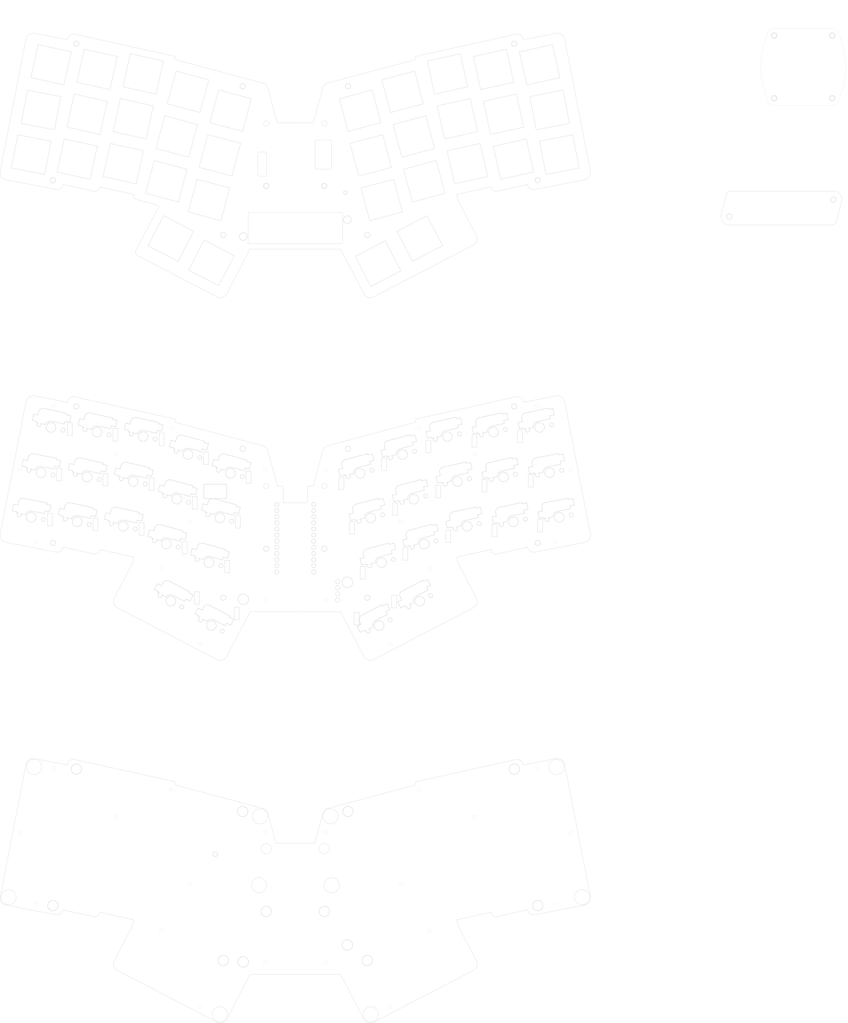
<source format=kicad_pcb>
(kicad_pcb (version 20240108) (generator "pcbnew") (generator_version "8.0")
  (layers (0 "F.Cu" signal) (31 "B.Cu" signal) (34 "B.Paste" user) (35 "F.Paste" user) (36 "B.SilkS" user "B.Silkscreen") (37 "F.SilkS" user "F.Silkscreen") (38 "B.Mask" user) (39 "F.Mask" user) (44 "Edge.Cuts" user))
  (net 0 "")
  (footprint "jw_custom_footprints:MountingHole_4.3mm_M4_cutout" (layer "F.Cu") (at 170.819526 436.613902)
    (property "Reference" "TRH6" (hide yes))
    (property "Value" "Trackpad")
    (fp_circle (center 0 0) (end 2.15 0) (stroke (width 0.15)) (fill none) (layer "Edge.Cuts"))
  )
  (footprint "jw_custom_footprints:MountingHole_2.2mm_M2_cutout" (layer "F.Cu") (at 137.069175 245.294092)
    (property "Reference" "TH2" (hide yes))
    (property "Value" "Spacing plate")
    (fp_circle (center 0 0) (end 1.1 0) (stroke (width 0.15)) (fill none) (layer "Edge.Cuts"))
  )
  (footprint "jw_custom_footprints:MountingHole_4.3mm_M4_cutout" (layer "F.Cu") (at 68.345493 377.771227)
    (property "Reference" "TH1" (hide yes))
    (property "Value" "Spacing plate")
    (fp_circle (center 0 0) (end 2.15 0) (stroke (width 0.15)) (fill none) (layer "Edge.Cuts"))
  )
  (footprint "jw_custom_footprints:MountingHole_4.3mm_M4_cutout" (layer "F.Cu") (at 249.293637 377.771227)
    (property "Reference" "TH4" (hide yes))
    (property "Value" "Spacing plate")
    (fp_circle (center 0 0) (end 2.15 0) (stroke (width 0.15)) (fill none) (layer "Edge.Cuts"))
  )
  (footprint "jw_custom_footprints:CherryMX_Hotswap_cutout_14x14mm" (layer "F.Cu") (at 124.165706 168.399383 -27.5)
    (property "Reference" "SW32" (hide yes))
    (property "Value" "SW32")
    (fp_poly (pts (xy -7 -7) (xy 7 -7) (xy 7 7) (xy -7 7)) (stroke (width 0.12)) (fill none) (layer "Edge.Cuts"))
  )
  (footprint "jw_custom_footprints:CherryMX_Hotswap_cutout_bottom" (layer "F.Cu") (at 203.154691 247.649192 15)
    (property "Reference" "SW7" (hide yes))
    (property "Value" "SW7")
    (fp_line (start -8.255 -3.8608) (end -8.255 -1.143) (stroke (width 0.15)) (layer "Edge.Cuts"))
    (fp_line (start -8.255 -3.8608) (end -6.367189 -3.8608) (stroke (width 0.15)) (layer "Edge.Cuts"))
    (fp_line (start -8.255 -1.143) (end -6.367189 -1.142998) (stroke (width 0.15)) (layer "Edge.Cuts"))
    (fp_line (start -6.367189 -5.207) (end -6.367189 -3.8608) (stroke (width 0.15)) (layer "Edge.Cuts"))
    (fp_line (start -6.367189 -1.142998) (end -6.367189 -0.660001) (stroke (width 0.15)) (layer "Edge.Cuts"))
    (fp_line (start -6.367189 -0.660001) (end -5.6388 -0.660001) (stroke (width 0.15)) (layer "Edge.Cuts"))
    (fp_line (start -4.5212 -0.6604) (end -2.52319 -0.660001) (stroke (width 0.15)) (layer "Edge.Cuts"))
    (fp_line (start 5.1308 -7.07711) (end -4.445 -7.07711) (stroke (width 0.15)) (layer "Edge.Cuts"))
    (fp_line (start 5.1308 -6.476601) (end 5.1308 -7.07711) (stroke (width 0.15)) (layer "Edge.Cuts"))
    (fp_line (start 5.1308 -2.54) (end -0.263189 -2.54) (stroke (width 0.15)) (layer "Edge.Cuts"))
    (fp_line (start 5.1308 -2.54) (end 5.1308 -3.758801) (stroke (width 0.15)) (layer "Edge.Cuts"))
    (fp_line (start 7.018611 -6.476601) (end 5.1308 -6.476601) (stroke (width 0.15)) (layer "Edge.Cuts"))
    (fp_line (start 7.018611 -3.758801) (end 5.1308 -3.758801) (stroke (width 0.15)) (layer "Edge.Cuts"))
    (fp_line (start 7.018611 -3.758801) (end 7.018611 -6.476601) (stroke (width 0.15)) (layer "Edge.Cuts"))
    (fp_arc (start -6.367189 -5.207) (mid -5.798002 -6.544877) (end -4.445 -7.07711) (stroke (width 0.15)) (layer "Edge.Cuts"))
    (fp_arc (start -4.5212 -0.6604) (mid -5.079464 0.844041) (end -5.6388 -0.660001) (stroke (width 0.15)) (layer "Edge.Cuts"))
    (fp_arc (start -2.52319 -0.660001) (mid -1.739042 -2.01576) (end -0.263189 -2.54) (stroke (width 0.15)) (layer "Edge.Cuts"))
    (fp_circle (center 0 0) (end -2 0) (stroke (width 0.15)) (fill none) (layer "Edge.Cuts"))
    (fp_circle (center 5.08 0) (end 4.23 0) (stroke (width 0.15)) (fill none) (layer "Edge.Cuts"))
  )
  (footprint "jw_custom_footprints:CherryMX_Hotswap_cutout_bottom" (layer "F.Cu") (at 127.647508 273.935257 -15)
    (property "Reference" "SW15" (hide yes))
    (property "Value" "SW15")
    (fp_line (start -8.255 -1.142998) (end -6.367189 -1.143) (stroke (width 0.15)) (layer "Edge.Cuts"))
    (fp_line (start -8.255 -3.8608) (end -8.255 -1.142998) (stroke (width 0.15)) (layer "Edge.Cuts"))
    (fp_line (start -8.255 -3.8608) (end -6.367189 -3.8608) (stroke (width 0.15)) (layer "Edge.Cuts"))
    (fp_line (start -6.367189 -0.660001) (end -5.6388 -0.660001) (stroke (width 0.15)) (layer "Edge.Cuts"))
    (fp_line (start -6.367189 -1.143) (end -6.367189 -0.660001) (stroke (width 0.15)) (layer "Edge.Cuts"))
    (fp_line (start -6.36719 -5.207) (end -6.367189 -3.8608) (stroke (width 0.15)) (layer "Edge.Cuts"))
    (fp_line (start -4.5212 -0.6604) (end -2.523191 -0.660001) (stroke (width 0.15)) (layer "Edge.Cuts"))
    (fp_line (start 5.1308 -2.54) (end -0.263189 -2.54) (stroke (width 0.15)) (layer "Edge.Cuts"))
    (fp_line (start 5.1308 -2.54) (end 5.130801 -3.758801) (stroke (width 0.15)) (layer "Edge.Cuts"))
    (fp_line (start 5.1308 -6.476601) (end 5.1308 -7.07711) (stroke (width 0.15)) (layer "Edge.Cuts"))
    (fp_line (start 5.1308 -7.07711) (end -4.445 -7.07711) (stroke (width 0.15)) (layer "Edge.Cuts"))
    (fp_line (start 7.018611 -3.758801) (end 5.130801 -3.758801) (stroke (width 0.15)) (layer "Edge.Cuts"))
    (fp_line (start 7.018611 -3.758801) (end 7.018611 -6.476601) (stroke (width 0.15)) (layer "Edge.Cuts"))
    (fp_line (start 7.018611 -6.476601) (end 5.1308 -6.476601) (stroke (width 0.15)) (layer "Edge.Cuts"))
    (fp_arc (start -6.36719 -5.207) (mid -5.798003 -6.544878) (end -4.445 -7.07711) (stroke (width 0.15)) (layer "Edge.Cuts"))
    (fp_arc (start -4.5212 -0.6604) (mid -5.079463 0.84404) (end -5.6388 -0.660001) (stroke (width 0.15)) (layer "Edge.Cuts"))
    (fp_arc (start -2.523191 -0.660001) (mid -1.739045 -2.015763) (end -0.263189 -2.54) (stroke (width 0.15)) (layer "Edge.Cuts"))
    (fp_circle (center 0 0) (end -2 0) (stroke (width 0.15)) (fill none) (layer "Edge.Cuts"))
    (fp_circle (center 5.08 0) (end 4.23 0) (stroke (width 0.15)) (fill none) (layer "Edge.Cuts"))
  )
  (footprint "jw_custom_footprints:MountingHole_2.2mm_M2_cutout" (layer "F.Cu") (at 170.81907 286.614196)
    (property "Reference" "TRH6" (hide yes))
    (property "Value" "Trackpad")
    (fp_circle (center 0 0) (end 1.1 0) (stroke (width 0.15)) (fill none) (layer "Edge.Cuts"))
  )
  (footprint "jw_custom_footprints:CherryMX_Hotswap_cutout_bottom" (layer "F.Cu") (at 87.731563 277.354214 -12.5)
    (property "Reference" "SW23" (hide yes))
    (property "Value" "SW23")
    (fp_line (start -8.255 -1.143) (end -6.367189 -1.143) (stroke (width 0.15)) (layer "Edge.Cuts"))
    (fp_line (start -8.255 -3.8608) (end -8.255 -1.143) (stroke (width 0.15)) (layer "Edge.Cuts"))
    (fp_line (start -8.255 -3.8608) (end -6.367189 -3.8608) (stroke (width 0.15)) (layer "Edge.Cuts"))
    (fp_line (start -6.367189 -0.660001) (end -5.6388 -0.660001) (stroke (width 0.15)) (layer "Edge.Cuts"))
    (fp_line (start -6.367189 -1.143) (end -6.367189 -0.660001) (stroke (width 0.15)) (layer "Edge.Cuts"))
    (fp_line (start -6.367189 -5.207) (end -6.367189 -3.8608) (stroke (width 0.15)) (layer "Edge.Cuts"))
    (fp_line (start -4.5212 -0.6604) (end -2.52319 -0.660001) (stroke (width 0.15)) (layer "Edge.Cuts"))
    (fp_line (start 5.1308 -2.539999) (end -0.263189 -2.54) (stroke (width 0.15)) (layer "Edge.Cuts"))
    (fp_line (start 5.1308 -2.539999) (end 5.1308 -3.758801) (stroke (width 0.15)) (layer "Edge.Cuts"))
    (fp_line (start 5.1308 -6.476601) (end 5.1308 -7.07711) (stroke (width 0.15)) (layer "Edge.Cuts"))
    (fp_line (start 5.1308 -7.07711) (end -4.445 -7.07711) (stroke (width 0.15)) (layer "Edge.Cuts"))
    (fp_line (start 7.018611 -3.758801) (end 5.1308 -3.758801) (stroke (width 0.15)) (layer "Edge.Cuts"))
    (fp_line (start 7.018611 -3.758801) (end 7.018611 -6.476601) (stroke (width 0.15)) (layer "Edge.Cuts"))
    (fp_line (start 7.018611 -6.476601) (end 5.1308 -6.476601) (stroke (width 0.15)) (layer "Edge.Cuts"))
    (fp_arc (start -6.367189 -5.207) (mid -5.798002 -6.544876) (end -4.445 -7.07711) (stroke (width 0.15)) (layer "Edge.Cuts"))
    (fp_arc (start -4.5212 -0.6604) (mid -5.079463 0.844039) (end -5.6388 -0.660001) (stroke (width 0.15)) (layer "Edge.Cuts"))
    (fp_arc (start -2.52319 -0.660001) (mid -1.739045 -2.015763) (end -0.263189 -2.54) (stroke (width 0.15)) (layer "Edge.Cuts"))
    (fp_circle (center 0 0) (end -2 0) (stroke (width 0.15)) (fill none) (layer "Edge.Cuts"))
    (fp_circle (center 5.08 0) (end 4.23 0) (stroke (width 0.15)) (fill none) (layer "Edge.Cuts"))
  )
  (footprint "jw_custom_footprints:MountingHole_4.3mm_M4_cutout" (layer "F.Cu") (at 188.570499 456.888798)
    (property "Reference" "TH6" (hide yes))
    (property "Value" "Spacing plate")
    (fp_circle (center 0 0) (end 2.15 0) (stroke (width 0.15)) (fill none) (layer "Edge.Cuts"))
  )
  (footprint "jw_custom_footprints:CherryMX_Hotswap_cutout_bottom" (layer "F.Cu") (at 207.810189 266.130253 15)
    (property "Reference" "SW17" (hide yes))
    (property "Value" "SW17")
    (fp_line (start -8.255 -3.8608) (end -8.255 -1.143) (stroke (width 0.15)) (layer "Edge.Cuts"))
    (fp_line (start -8.255 -3.8608) (end -6.367189 -3.8608) (stroke (width 0.15)) (layer "Edge.Cuts"))
    (fp_line (start -8.255 -1.143) (end -6.367189 -1.142998) (stroke (width 0.15)) (layer "Edge.Cuts"))
    (fp_line (start -6.367189 -5.207) (end -6.367189 -3.8608) (stroke (width 0.15)) (layer "Edge.Cuts"))
    (fp_line (start -6.367189 -1.142998) (end -6.367189 -0.660001) (stroke (width 0.15)) (layer "Edge.Cuts"))
    (fp_line (start -6.367189 -0.660001) (end -5.6388 -0.660001) (stroke (width 0.15)) (layer "Edge.Cuts"))
    (fp_line (start -4.5212 -0.6604) (end -2.52319 -0.660001) (stroke (width 0.15)) (layer "Edge.Cuts"))
    (fp_line (start 5.1308 -7.07711) (end -4.445 -7.07711) (stroke (width 0.15)) (layer "Edge.Cuts"))
    (fp_line (start 5.1308 -6.476601) (end 5.1308 -7.07711) (stroke (width 0.15)) (layer "Edge.Cuts"))
    (fp_line (start 5.1308 -2.54) (end -0.263189 -2.54) (stroke (width 0.15)) (layer "Edge.Cuts"))
    (fp_line (start 5.1308 -2.54) (end 5.1308 -3.758801) (stroke (width 0.15)) (layer "Edge.Cuts"))
    (fp_line (start 7.018611 -6.476601) (end 5.1308 -6.476601) (stroke (width 0.15)) (layer "Edge.Cuts"))
    (fp_line (start 7.018611 -3.758801) (end 5.1308 -3.758801) (stroke (width 0.15)) (layer "Edge.Cuts"))
    (fp_line (start 7.018611 -3.758801) (end 7.018611 -6.476601) (stroke (width 0.15)) (layer "Edge.Cuts"))
    (fp_arc (start -6.367189 -5.207) (mid -5.798002 -6.544877) (end -4.445 -7.07711) (stroke (width 0.15)) (layer "Edge.Cuts"))
    (fp_arc (start -4.5212 -0.6604) (mid -5.079464 0.844041) (end -5.6388 -0.660001) (stroke (width 0.15)) (layer "Edge.Cuts"))
    (fp_arc (start -2.52319 -0.660001) (mid -1.739042 -2.01576) (end -0.263189 -2.54) (stroke (width 0.15)) (layer "Edge.Cuts"))
    (fp_circle (center 0 0) (end -2 0) (stroke (width 0.15)) (fill none) (layer "Edge.Cuts"))
    (fp_circle (center 5.08 0) (end 4.23 0) (stroke (width 0.15)) (fill none) (layer "Edge.Cuts"))
  )
  (footprint "jw_custom_footprints:CherryMX_Hotswap_cutout_14x14mm" (layer "F.Cu") (at 263.911067 105.161574 11)
    (property "Reference" "SW20" (hide yes))
    (property "Value" "SW20")
    (fp_poly (pts (xy -7 -7) (xy 7 -7) (xy 7 7) (xy -7 7)) (stroke (width 0.12)) (fill none) (layer "Edge.Cuts"))
  )
  (footprint "jw_custom_footprints:CherryMX_Hotswap_cutout_14x14mm" (layer "F.Cu") (at 212.11201 134.651695 15)
    (property "Reference" "SW27" (hide yes))
    (property "Value" "SW27")
    (fp_poly (pts (xy -7 -7) (xy 7 -7) (xy 7 7) (xy -7 7)) (stroke (width 0.12)) (fill none) (layer "Edge.Cuts"))
  )
  (footprint "jw_custom_footprints:OLED_4Pin_cutout" (layer "F.Cu") (at 176.318586 307.827574 90)
    (property "Reference" "J6" (hide yes))
    (property "Value" "OLED" (hide yes))
    (fp_circle (center 7.62 0) (end 8.52 0) (stroke (width 0.12)) (fill none) (layer "Edge.Cuts"))
    (fp_circle (center 5.08 0) (end 5.98 0) (stroke (width 0.12)) (fill none) (layer "Edge.Cuts"))
    (fp_circle (center 2.54 0) (end 3.44 0) (stroke (width 0.12)) (fill none) (layer "Edge.Cuts"))
    (fp_circle (center 0 0) (end 0.9 0) (stroke (width 0.12)) (fill none) (layer "Edge.Cuts"))
  )
  (footprint "jw_custom_footprints:CherryMX_Hotswap_cutout_bottom" (layer "F.Cu") (at 194.492374 292.391342 15)
    (property "Reference" "SW26" (hide yes))
    (property "Value" "SW26")
    (fp_line (start -8.255 -3.8608) (end -8.255 -1.143) (stroke (width 0.15)) (layer "Edge.Cuts"))
    (fp_line (start -8.255 -3.8608) (end -6.367189 -3.8608) (stroke (width 0.15)) (layer "Edge.Cuts"))
    (fp_line (start -8.255 -1.143) (end -6.367189 -1.142998) (stroke (width 0.15)) (layer "Edge.Cuts"))
    (fp_line (start -6.367189 -5.207) (end -6.367189 -3.8608) (stroke (width 0.15)) (layer "Edge.Cuts"))
    (fp_line (start -6.367189 -1.142998) (end -6.367189 -0.660001) (stroke (width 0.15)) (layer "Edge.Cuts"))
    (fp_line (start -6.367189 -0.660001) (end -5.6388 -0.660001) (stroke (width 0.15)) (layer "Edge.Cuts"))
    (fp_line (start -4.5212 -0.6604) (end -2.52319 -0.660001) (stroke (width 0.15)) (layer "Edge.Cuts"))
    (fp_line (start 5.1308 -7.07711) (end -4.445 -7.07711) (stroke (width 0.15)) (layer "Edge.Cuts"))
    (fp_line (start 5.1308 -6.476601) (end 5.1308 -7.07711) (stroke (width 0.15)) (layer "Edge.Cuts"))
    (fp_line (start 5.1308 -2.54) (end -0.263189 -2.54) (stroke (width 0.15)) (layer "Edge.Cuts"))
    (fp_line (start 5.1308 -2.54) (end 5.1308 -3.758801) (stroke (width 0.15)) (layer "Edge.Cuts"))
    (fp_line (start 7.018611 -6.476601) (end 5.1308 -6.476601) (stroke (width 0.15)) (layer "Edge.Cuts"))
    (fp_line (start 7.018611 -3.758801) (end 5.1308 -3.758801) (stroke (width 0.15)) (layer "Edge.Cuts"))
    (fp_line (start 7.018611 -3.758801) (end 7.018611 -6.476601) (stroke (width 0.15)) (layer "Edge.Cuts"))
    (fp_arc (start -6.367189 -5.207) (mid -5.798002 -6.544877) (end -4.445 -7.07711) (stroke (width 0.15)) (layer "Edge.Cuts"))
    (fp_arc (start -4.5212 -0.6604) (mid -5.079464 0.844041) (end -5.6388 -0.660001) (stroke (width 0.15)) (layer "Edge.Cuts"))
    (fp_arc (start -2.52319 -0.660001) (mid -1.739042 -2.01576) (end -0.263189 -2.54) (stroke (width 0.15)) (layer "Edge.Cuts"))
    (fp_circle (center 0 0) (end -2 0) (stroke (width 0.15)) (fill none) (layer "Edge.Cuts"))
    (fp_circle (center 5.08 0) (end 4.23 0) (stroke (width 0.15)) (fill none) (layer "Edge.Cuts"))
  )
  (footprint "jw_custom_footprints:CherryMX_Hotswap_cutout_bottom" (layer "F.Cu") (at 132.059222 255.464994 -15)
    (property "Reference" "SW5" (hide yes))
    (property "Value" "SW5")
    (fp_line (start -8.255 -1.142998) (end -6.367189 -1.143) (stroke (width 0.15)) (layer "Edge.Cuts"))
    (fp_line (start -8.255 -3.8608) (end -8.255 -1.142998) (stroke (width 0.15)) (layer "Edge.Cuts"))
    (fp_line (start -8.255 -3.8608) (end -6.367189 -3.8608) (stroke (width 0.15)) (layer "Edge.Cuts"))
    (fp_line (start -6.367189 -0.660001) (end -5.6388 -0.660001) (stroke (width 0.15)) (layer "Edge.Cuts"))
    (fp_line (start -6.367189 -1.143) (end -6.367189 -0.660001) (stroke (width 0.15)) (layer "Edge.Cuts"))
    (fp_line (start -6.36719 -5.207) (end -6.367189 -3.8608) (stroke (width 0.15)) (layer "Edge.Cuts"))
    (fp_line (start -4.5212 -0.6604) (end -2.523191 -0.660001) (stroke (width 0.15)) (layer "Edge.Cuts"))
    (fp_line (start 5.1308 -2.54) (end -0.263189 -2.54) (stroke (width 0.15)) (layer "Edge.Cuts"))
    (fp_line (start 5.1308 -2.54) (end 5.130801 -3.758801) (stroke (width 0.15)) (layer "Edge.Cuts"))
    (fp_line (start 5.1308 -6.476601) (end 5.1308 -7.07711) (stroke (width 0.15)) (layer "Edge.Cuts"))
    (fp_line (start 5.1308 -7.07711) (end -4.445 -7.07711) (stroke (width 0.15)) (layer "Edge.Cuts"))
    (fp_line (start 7.018611 -3.758801) (end 5.130801 -3.758801) (stroke (width 0.15)) (layer "Edge.Cuts"))
    (fp_line (start 7.018611 -3.758801) (end 7.018611 -6.476601) (stroke (width 0.15)) (layer "Edge.Cuts"))
    (fp_line (start 7.018611 -6.476601) (end 5.1308 -6.476601) (stroke (width 0.15)) (layer "Edge.Cuts"))
    (fp_arc (start -6.36719 -5.207) (mid -5.798003 -6.544878) (end -4.445 -7.07711) (stroke (width 0.15)) (layer "Edge.Cuts"))
    (fp_arc (start -4.5212 -0.6604) (mid -5.079463 0.84404) (end -5.6388 -0.660001) (stroke (width 0.15)) (layer "Edge.Cuts"))
    (fp_arc (start -2.523191 -0.660001) (mid -1.739045 -2.015763) (end -0.263189 -2.54) (stroke (width 0.15)) (layer "Edge.Cuts"))
    (fp_circle (center 0 0) (end -2 0) (stroke (width 0.15)) (fill none) (layer "Edge.Cuts"))
    (fp_circle (center 5.08 0) (end 4.23 0) (stroke (width 0.15)) (fill none) (layer "Edge.Cuts"))
  )
  (footprint "jw_custom_footprints:CherryMX_Hotswap_cutout_bottom" (layer "F.Cu") (at 123.145844 292.391342 -15)
    (property "Reference" "SW25" (hide yes))
    (property "Value" "SW25")
    (fp_line (start -8.255 -1.142998) (end -6.367189 -1.143) (stroke (width 0.15)) (layer "Edge.Cuts"))
    (fp_line (start -8.255 -3.8608) (end -8.255 -1.142998) (stroke (width 0.15)) (layer "Edge.Cuts"))
    (fp_line (start -8.255 -3.8608) (end -6.367189 -3.8608) (stroke (width 0.15)) (layer "Edge.Cuts"))
    (fp_line (start -6.367189 -0.660001) (end -5.6388 -0.660001) (stroke (width 0.15)) (layer "Edge.Cuts"))
    (fp_line (start -6.367189 -1.143) (end -6.367189 -0.660001) (stroke (width 0.15)) (layer "Edge.Cuts"))
    (fp_line (start -6.36719 -5.207) (end -6.367189 -3.8608) (stroke (width 0.15)) (layer "Edge.Cuts"))
    (fp_line (start -4.5212 -0.6604) (end -2.523191 -0.660001) (stroke (width 0.15)) (layer "Edge.Cuts"))
    (fp_line (start 5.1308 -2.54) (end -0.263189 -2.54) (stroke (width 0.15)) (layer "Edge.Cuts"))
    (fp_line (start 5.1308 -2.54) (end 5.130801 -3.758801) (stroke (width 0.15)) (layer "Edge.Cuts"))
    (fp_line (start 5.1308 -6.476601) (end 5.1308 -7.07711) (stroke (width 0.15)) (layer "Edge.Cuts"))
    (fp_line (start 5.1308 -7.07711) (end -4.445 -7.07711) (stroke (width 0.15)) (layer "Edge.Cuts"))
    (fp_line (start 7.018611 -3.758801) (end 5.130801 -3.758801) (stroke (width 0.15)) (layer "Edge.Cuts"))
    (fp_line (start 7.018611 -3.758801) (end 7.018611 -6.476601) (stroke (width 0.15)) (layer "Edge.Cuts"))
    (fp_line (start 7.018611 -6.476601) (end 5.1308 -6.476601) (stroke (width 0.15)) (layer "Edge.Cuts"))
    (fp_arc (start -6.36719 -5.207) (mid -5.798003 -6.544878) (end -4.445 -7.07711) (stroke (width 0.15)) (layer "Edge.Cuts"))
    (fp_arc (start -4.5212 -0.6604) (mid -5.079463 0.84404) (end -5.6388 -0.660001) (stroke (width 0.15)) (layer "Edge.Cuts"))
    (fp_arc (start -2.523191 -0.660001) (mid -1.739045 -2.015763) (end -0.263189 -2.54) (stroke (width 0.15)) (layer "Edge.Cuts"))
    (fp_circle (center 0 0) (end -2 0) (stroke (width 0.15)) (fill none) (layer "Edge.Cuts"))
    (fp_circle (center 5.08 0) (end 4.23 0) (stroke (width 0.15)) (fill none) (layer "Edge.Cuts"))
  )
  (footprint "jw_custom_footprints:MountingHole_2.2mm_M2_cutout" (layer "F.Cu") (at 68.345037 227.771521)
    (property "Reference" "TH1" (hide yes))
    (property "Value" "Spacing plate")
    (fp_circle (center 0 0) (end 1.1 0) (stroke (width 0.15)) (fill none) (layer "Edge.Cuts"))
  )
  (footprint "jw_custom_footprints:CherryMX_Hotswap_cutout_bottom" (layer "F.Cu") (at 267.917836 273.620808 11)
    (property "Reference" "SW30" (hide yes))
    (property "Value" "SW30")
    (fp_line (start -8.255 -3.8608) (end -8.255 -1.143) (stroke (width 0.15)) (layer "Edge.Cuts"))
    (fp_line (start -8.255 -3.8608) (end -6.367189 -3.8608) (stroke (width 0.15)) (layer "Edge.Cuts"))
    (fp_line (start -8.255 -1.143) (end -6.367189 -1.143) (stroke (width 0.15)) (layer "Edge.Cuts"))
    (fp_line (start -6.367189 -5.207) (end -6.367189 -3.8608) (stroke (width 0.15)) (layer "Edge.Cuts"))
    (fp_line (start -6.367189 -1.143) (end -6.367189 -0.660001) (stroke (width 0.15)) (layer "Edge.Cuts"))
    (fp_line (start -6.367189 -0.660001) (end -5.6388 -0.660001) (stroke (width 0.15)) (layer "Edge.Cuts"))
    (fp_line (start -4.5212 -0.6604) (end -2.52319 -0.660001) (stroke (width 0.15)) (layer "Edge.Cuts"))
    (fp_line (start 5.1308 -7.07711) (end -4.445 -7.07711) (stroke (width 0.15)) (layer "Edge.Cuts"))
    (fp_line (start 5.1308 -6.476601) (end 5.1308 -7.07711) (stroke (width 0.15)) (layer "Edge.Cuts"))
    (fp_line (start 5.1308 -2.54) (end -0.263189 -2.54) (stroke (width 0.15)) (layer "Edge.Cuts"))
    (fp_line (start 5.1308 -2.54) (end 5.1308 -3.758801) (stroke (width 0.15)) (layer "Edge.Cuts"))
    (fp_line (start 7.018611 -6.476601) (end 5.1308 -6.476601) (stroke (width 0.15)) (layer "Edge.Cuts"))
    (fp_line (start 7.018611 -3.758801) (end 5.1308 -3.758801) (stroke (width 0.15)) (layer "Edge.Cuts"))
    (fp_line (start 7.018611 -3.758801) (end 7.018611 -6.476601) (stroke (width 0.15)) (layer "Edge.Cuts"))
    (fp_arc (start -6.367189 -5.207) (mid -5.798002 -6.544877) (end -4.445 -7.07711) (stroke (width 0.15)) (layer "Edge.Cuts"))
    (fp_arc (start -4.5212 -0.6604) (mid -5.079464 0.84404) (end -5.6388 -0.660001) (stroke (width 0.15)) (layer "Edge.Cuts"))
    (fp_arc (start -2.52319 -0.660001) (mid -1.739042 -2.01576) (end -0.263189 -2.54) (stroke (width 0.15)) (layer "Edge.Cuts"))
    (fp_circle (center 0 0) (end -2 0) (stroke (width 0.15)) (fill none) (layer "Edge.Cuts"))
    (fp_circle (center 5.08 0) (end 4.23 0) (stroke (width 0.15)) (fill none) (layer "Edge.Cuts"))
  )
  (footprint "jw_custom_footprints:CherryMX_Hotswap_cutout_bottom" (layer "F.Cu") (at 72.797024 256.938045 -12.5)
    (property "Reference" "SW12" (hide yes))
    (property "Value" "SW12")
    (fp_line (start -8.255 -1.143) (end -6.367189 -1.143) (stroke (width 0.15)) (layer "Edge.Cuts"))
    (fp_line (start -8.255 -3.8608) (end -8.255 -1.143) (stroke (width 0.15)) (layer "Edge.Cuts"))
    (fp_line (start -8.255 -3.8608) (end -6.367189 -3.8608) (stroke (width 0.15)) (layer "Edge.Cuts"))
    (fp_line (start -6.367189 -0.660001) (end -5.6388 -0.660001) (stroke (width 0.15)) (layer "Edge.Cuts"))
    (fp_line (start -6.367189 -1.143) (end -6.367189 -0.660001) (stroke (width 0.15)) (layer "Edge.Cuts"))
    (fp_line (start -6.367189 -5.207) (end -6.367189 -3.8608) (stroke (width 0.15)) (layer "Edge.Cuts"))
    (fp_line (start -4.5212 -0.6604) (end -2.52319 -0.660001) (stroke (width 0.15)) (layer "Edge.Cuts"))
    (fp_line (start 5.1308 -2.539999) (end -0.263189 -2.54) (stroke (width 0.15)) (layer "Edge.Cuts"))
    (fp_line (start 5.1308 -2.539999) (end 5.1308 -3.758801) (stroke (width 0.15)) (layer "Edge.Cuts"))
    (fp_line (start 5.1308 -6.476601) (end 5.1308 -7.07711) (stroke (width 0.15)) (layer "Edge.Cuts"))
    (fp_line (start 5.1308 -7.07711) (end -4.445 -7.07711) (stroke (width 0.15)) (layer "Edge.Cuts"))
    (fp_line (start 7.018611 -3.758801) (end 5.1308 -3.758801) (stroke (width 0.15)) (layer "Edge.Cuts"))
    (fp_line (start 7.018611 -3.758801) (end 7.018611 -6.476601) (stroke (width 0.15)) (layer "Edge.Cuts"))
    (fp_line (start 7.018611 -6.476601) (end 5.1308 -6.476601) (stroke (width 0.15)) (layer "Edge.Cuts"))
    (fp_arc (start -6.367189 -5.207) (mid -5.798002 -6.544876) (end -4.445 -7.07711) (stroke (width 0.15)) (layer "Edge.Cuts"))
    (fp_arc (start -4.5212 -0.6604) (mid -5.079463 0.844039) (end -5.6388 -0.660001) (stroke (width 0.15)) (layer "Edge.Cuts"))
    (fp_arc (start -2.52319 -0.660001) (mid -1.739045 -2.015763) (end -0.263189 -2.54) (stroke (width 0.15)) (layer "Edge.Cuts"))
    (fp_circle (center 0 0) (end -2 0) (stroke (width 0.15)) (fill none) (layer "Edge.Cuts"))
    (fp_circle (center 5.08 0) (end 4.23 0) (stroke (width 0.15)) (fill none) (layer "Edge.Cuts"))
  )
  (footprint "jw_custom_footprints:MountingHole_4.3mm_M4_cutout" (layer "F.Cu") (at 146.819689 436.640614)
    (property "Reference" "TRH5" (hide yes))
    (property "Value" "Trackpad")
    (fp_circle (center 0 0) (end 2.15 0) (stroke (width 0.15)) (fill none) (layer "Edge.Cuts"))
  )
  (footprint "jw_custom_footprints:CherryMX_Hotswap_cutout_14x14mm" (layer "F.Cu") (at 185.578787 105.465022 15)
    (property "Reference" "SW6" (hide yes))
    (property "Value" "SW6")
    (fp_poly (pts (xy -7 -7) (xy 7 -7) (xy 7 7) (xy -7 7)) (stroke (width 0.12)) (fill none) (layer "Edge.Cuts"))
  )
  (footprint "jw_custom_footprints:MountingHole_2.2mm_M2_cutout" (layer "F.Cu") (at 146.819233 286.640908)
    (property "Reference" "TRH5" (hide yes))
    (property "Value" "Trackpad")
    (fp_circle (center 0 0) (end 1.1 0) (stroke (width 0.15)) (fill none) (layer "Edge.Cuts"))
  )
  (footprint "jw_custom_footprints:CherryMX_Hotswap_cutout_14x14mm" (layer "F.Cu") (at 127.647299 123.935285 -15)
    (property "Reference" "SW15" (hide yes))
    (property "Value" "SW15")
    (fp_poly (pts (xy -7 -7) (xy 7 -7) (xy 7 7) (xy -7 7)) (stroke (width 0.12)) (fill none) (layer "Edge.Cuts"))
  )
  (footprint "jw_custom_footprints:CherryMX_Hotswap_cutout_14x14mm" (layer "F.Cu") (at 91.84375 108.804422 -12.5)
    (property "Reference" "SW13" (hide yes))
    (property "Value" "SW13")
    (fp_poly (pts (xy -7 -7) (xy 7 -7) (xy 7 7) (xy -7 7)) (stroke (width 0.12)) (fill none) (layer "Edge.Cuts"))
  )
  (footprint "jw_custom_footprints:MountingHole_2.2mm_M2_cutout" (layer "F.Cu") (at 146.819024 136.640936)
    (property "Reference" "TRH5" (hide yes))
    (property "Value" "Trackpad")
    (fp_circle (center 0 0) (end 1.1 0) (stroke (width 0.15)) (fill none) (layer "Edge.Cuts"))
  )
  (footprint "jw_custom_footprints:MountingHole_2.2mm_M2_cutout" (layer "F.Cu") (at 137.068966 95.29412)
    (property "Reference" "TH2" (hide yes))
    (property "Value" "Spacing plate")
    (fp_circle (center 0 0) (end 1.1 0) (stroke (width 0.15)) (fill none) (layer "Edge.Cuts"))
  )
  (footprint "jw_custom_footprints:MountingHole_2.2mm_M2_cutout" (layer "F.Cu") (at 129.068175 306.889092)
    (property "Reference" "TH7" (hide yes))
    (property "Value" "Spacing plate")
    (fp_circle (center 0 0) (end 1.1 0) (stroke (width 0.15)) (fill none) (layer "Edge.Cuts"))
  )
  (footprint "jw_custom_footprints:CherryMX_Hotswap_cutout_bottom" (layer "F.Cu") (at 114.483527 247.649192 -15)
    (property "Reference" "SW4" (hide yes))
    (property "Value" "SW4")
    (fp_line (start -8.255 -1.142998) (end -6.367189 -1.143) (stroke (width 0.15)) (layer "Edge.Cuts"))
    (fp_line (start -8.255 -3.8608) (end -8.255 -1.142998) (stroke (width 0.15)) (layer "Edge.Cuts"))
    (fp_line (start -8.255 -3.8608) (end -6.367189 -3.8608) (stroke (width 0.15)) (layer "Edge.Cuts"))
    (fp_line (start -6.367189 -0.660001) (end -5.6388 -0.660001) (stroke (width 0.15)) (layer "Edge.Cuts"))
    (fp_line (start -6.367189 -1.143) (end -6.367189 -0.660001) (stroke (width 0.15)) (layer "Edge.Cuts"))
    (fp_line (start -6.36719 -5.207) (end -6.367189 -3.8608) (stroke (width 0.15)) (layer "Edge.Cuts"))
    (fp_line (start -4.5212 -0.6604) (end -2.523191 -0.660001) (stroke (width 0.15)) (layer "Edge.Cuts"))
    (fp_line (start 5.1308 -2.54) (end -0.263189 -2.54) (stroke (width 0.15)) (layer "Edge.Cuts"))
    (fp_line (start 5.1308 -2.54) (end 5.130801 -3.758801) (stroke (width 0.15)) (layer "Edge.Cuts"))
    (fp_line (start 5.1308 -6.476601) (end 5.1308 -7.07711) (stroke (width 0.15)) (layer "Edge.Cuts"))
    (fp_line (start 5.1308 -7.07711) (end -4.445 -7.07711) (stroke (width 0.15)) (layer "Edge.Cuts"))
    (fp_line (start 7.018611 -3.758801) (end 5.130801 -3.758801) (stroke (width 0.15)) (layer "Edge.Cuts"))
    (fp_line (start 7.018611 -3.758801) (end 7.018611 -6.476601) (stroke (width 0.15)) (layer "Edge.Cuts"))
    (fp_line (start 7.018611 -6.476601) (end 5.1308 -6.476601) (stroke (width 0.15)) (layer "Edge.Cuts"))
    (fp_arc (start -6.36719 -5.207) (mid -5.798003 -6.544878) (end -4.445 -7.07711) (stroke (width 0.15)) (layer "Edge.Cuts"))
    (fp_arc (start -4.5212 -0.6604) (mid -5.079463 0.84404) (end -5.6388 -0.660001) (stroke (width 0.15)) (layer "Edge.Cuts"))
    (fp_arc (start -2.523191 -0.660001) (mid -1.739045 -2.015763) (end -0.263189 -2.54) (stroke (width 0.15)) (layer "Edge.Cuts"))
    (fp_circle (center 0 0) (end -2 0) (stroke (width 0.15)) (fill none) (layer "Edge.Cuts"))
    (fp_circle (center 5.08 0) (end 4.23 0) (stroke (width 0.15)) (fill none) (layer "Edge.Cuts"))
  )
  (footprint "jw_custom_footprints:CherryMX_Hotswap_cutout_14x14mm" (layer "F.Cu") (at 123.145635 142.39137 -15)
    (property "Reference" "SW25" (hide yes))
    (property "Value" "SW25")
    (fp_poly (pts (xy -7 -7) (xy 7 -7) (xy 7 7) (xy -7 7)) (stroke (width 0.12)) (fill none) (layer "Edge.Cuts"))
  )
  (footprint "jw_custom_footprints:MountingHole_2.2mm_M2_cutout" (layer "F.Cu") (at 129.067966 156.88912)
    (property "Reference" "TH7" (hide yes))
    (property "Value" "Spacing plate")
    (fp_circle (center 0 0) (end 1.1 0) (stroke (width 0.15)) (fill none) (layer "Edge.Cuts"))
  )
  (footprint "jw_custom_footprints:MountingHole_2.2mm_M2_cutout" (layer "F.Cu") (at 258.980942 284.229431)
    (property "Reference" "TH5" (hide yes))
    (property "Value" "Spacing plate")
    (fp_circle (center 0 0) (end 1.1 0) (stroke (width 0.15)) (fill none) (layer "Edge.Cuts"))
  )
  (footprint "jw_custom_footprints:CherryMX_Hotswap_cutout_14x14mm" (layer "F.Cu") (at 203.154482 97.64922 15)
    (property "Reference" "SW7" (hide yes))
    (property "Value" "SW7")
    (fp_poly (pts (xy -7 -7) (xy 7 -7) (xy 7 7) (xy -7 7)) (stroke (width 0.12)) (fill none) (layer "Edge.Cuts"))
  )
  (footprint "jw_custom_footprints:CherryMX_Hotswap_cutout_14x14mm" (layer "F.Cu") (at 105.52579 134.651695 -15)
    (property "Reference" "SW24" (hide yes))
    (property "Value" "SW24")
    (fp_poly (pts (xy -7 -7) (xy 7 -7) (xy 7 7) (xy -7 7)) (stroke (width 0.12)) (fill none) (layer "Edge.Cuts"))
  )
  (footprint "jw_custom_footprints:CherryMX_Hotswap_cutout_14x14mm" (layer "F.Cu") (at 240.72872 88.388838 12.5)
    (property "Reference" "SW9" (hide yes))
    (property "Value" "SW9")
    (fp_poly (pts (xy -7 -7) (xy 7 -7) (xy 7 7) (xy -7 7)) (stroke (width 0.12)) (fill none) (layer "Edge.Cuts"))
  )
  (footprint "jw_custom_footprints:CherryMX_Hotswap_cutout_14x14mm" (layer "F.Cu") (at 193.008094 168.710383 27.5)
    (property "Reference" "SW33" (hide yes))
    (property "Value" "SW33")
    (fp_poly (pts (xy -7 -7) (xy 7 -7) (xy 7 7) (xy -7 7)) (stroke (width 0.12)) (fill none) (layer "Edge.Cuts"))
  )
  (footprint "jw_custom_footprints:CherryMX_Hotswap_cutout_bottom" (layer "F.Cu") (at 107.388962 308.326568 -27.5)
    (property "Reference" "SW31" (hide yes))
    (property "Value" "SW31")
    (fp_line (start -8.255 -1.143) (end -6.367189 -1.143) (stroke (width 0.15)) (layer "Edge.Cuts"))
    (fp_line (start -8.255 -3.8608) (end -8.255 -1.143) (stroke (width 0.15)) (layer "Edge.Cuts"))
    (fp_line (start -8.255 -3.8608) (end -6.367189 -3.8608) (stroke (width 0.15)) (layer "Edge.Cuts"))
    (fp_line (start -6.367189 -0.660001) (end -5.6388 -0.660001) (stroke (width 0.15)) (layer "Edge.Cuts"))
    (fp_line (start -6.367189 -1.143) (end -6.367189 -0.660001) (stroke (width 0.15)) (layer "Edge.Cuts"))
    (fp_line (start -4.5212 -0.6604) (end -2.52319 -0.660002) (stroke (width 0.15)) (layer "Edge.Cuts"))
    (fp_line (start -6.367189 -5.207) (end -6.367189 -3.8608) (stroke (width 0.15)) (layer "Edge.Cuts"))
    (fp_line (start 5.1308 -2.54) (end -0.263189 -2.54) (stroke (width 0.15)) (layer "Edge.Cuts"))
    (fp_line (start 5.1308 -2.54) (end 5.1308 -3.7588) (stroke (width 0.15)) (layer "Edge.Cuts"))
    (fp_line (start 5.1308 -6.476601) (end 5.1308 -7.07711) (stroke (width 0.15)) (layer "Edge.Cuts"))
    (fp_line (start 5.1308 -7.07711) (end -4.445 -7.07711) (stroke (width 0.15)) (layer "Edge.Cuts"))
    (fp_line (start 7.018611 -3.758801) (end 5.1308 -3.7588) (stroke (width 0.15)) (layer "Edge.Cuts"))
    (fp_line (start 7.018611 -3.758801) (end 7.018612 -6.476601) (stroke (width 0.15)) (layer "Edge.Cuts"))
    (fp_line (start 7.018612 -6.476601) (end 5.1308 -6.476601) (stroke (width 0.15)) (layer "Edge.Cuts"))
    (fp_arc (start -4.5212 -0.6604) (mid -5.079464 0.84404) (end -5.6388 -0.660001) (stroke (width 0.15)) (layer "Edge.Cuts"))
    (fp_arc (start -6.367189 -5.207) (mid -5.798004 -6.544879) (end -4.445 -7.07711) (stroke (width 0.15)) (layer "Edge.Cuts"))
    (fp_arc (start -2.52319 -0.660002) (mid -1.739042 -2.01576) (end -0.263189 -2.54) (stroke (width 0.15)) (layer "Edge.Cuts"))
    (fp_circle (center 0 0) (end -2 0) (stroke (width 0.15)) (fill none) (layer "Edge.Cuts"))
    (fp_circle (center 5.08 0) (end 4.23 0) (stroke (width 0.15)) (fill none) (layer "Edge.Cuts"))
  )
  (footprint "jw_custom_footprints:CherryMX_Hotswap_cutout_14x14mm" (layer "F.Cu") (at 225.79405 108.804422 12.5)
    (property "Reference" "SW18" (hide yes))
    (property "Value" "SW18")
    (fp_poly (pts (xy -7 -7) (xy 7 -7) (xy 7 7) (xy -7 7)) (stroke (width 0.12)) (fill none) (layer "Edge.Cuts"))
  )
  (footprint "jw_custom_footprints:CherryMX_Hotswap_cutout_14x14mm" (layer "F.Cu") (at 194.492165 142.39137 15)
    (property "Reference" "SW26" (hide yes))
    (property "Value" "SW26")
    (fp_poly (pts (xy -7 -7) (xy 7 -7) (xy 7 7) (xy -7 7)) (stroke (width 0.12)) (fill none) (layer "Edge.Cuts"))
  )
  (footprint "jw_custom_footprints:MountingHole_4.3mm_M4_cutout" (layer "F.Cu") (at 58.657732 434.229137)
    (property "Reference" "TH8" (hide yes))
    (property "Value" "Spacing plate")
    (fp_circle (center 0 0) (end 2.15 0) (stroke (width 0.15)) (fill none) (layer "Edge.Cuts"))
  )
  (footprint "jw_custom_footprints:CherryMX_Hotswap_cutout_bottom" (layer "F.Cu") (at 105.525999 284.651667 -15)
    (property "Reference" "SW24" (hide yes))
    (property "Value" "SW24")
    (fp_line (start -8.255 -1.142998) (end -6.367189 -1.143) (stroke (width 0.15)) (layer "Edge.Cuts"))
    (fp_line (start -8.255 -3.8608) (end -8.255 -1.142998) (stroke (width 0.15)) (layer "Edge.Cuts"))
    (fp_line (start -8.255 -3.8608) (end -6.367189 -3.8608) (stroke (width 0.15)) (layer "Edge.Cuts"))
    (fp_line (start -6.367189 -0.660001) (end -5.6388 -0.660001) (stroke (width 0.15)) (layer "Edge.Cuts"))
    (fp_line (start -6.367189 -1.143) (end -6.367189 -0.660001) (stroke (width 0.15)) (layer "Edge.Cuts"))
    (fp_line (start -6.36719 -5.207) (end -6.367189 -3.8608) (stroke (width 0.15)) (layer "Edge.Cuts"))
    (fp_line (start -4.5212 -0.6604) (end -2.523191 -0.660001) (stroke (width 0.15)) (layer "Edge.Cuts"))
    (fp_line (start 5.1308 -2.54) (end -0.263189 -2.54) (stroke (width 0.15)) (layer "Edge.Cuts"))
    (fp_line (start 5.1308 -2.54) (end 5.130801 -3.758801) (stroke (width 0.15)) (layer "Edge.Cuts"))
    (fp_line (start 5.1308 -6.476601) (end 5.1308 -7.07711) (stroke (width 0.15)) (layer "Edge.Cuts"))
    (fp_line (start 5.1308 -7.07711) (end -4.445 -7.07711) (stroke (width 0.15)) (layer "Edge.Cuts"))
    (fp_line (start 7.018611 -3.758801) (end 5.130801 -3.758801) (stroke (width 0.15)) (layer "Edge.Cuts"))
    (fp_line (start 7.018611 -3.758801) (end 7.018611 -6.476601) (stroke (width 0.15)) (layer "Edge.Cuts"))
    (fp_line (start 7.018611 -6.476601) (end 5.1308 -6.476601) (stroke (width 0.15)) (layer "Edge.Cuts"))
    (fp_arc (start -6.36719 -5.207) (mid -5.798003 -6.544878) (end -4.445 -7.07711) (stroke (width 0.15)) (layer "Edge.Cuts"))
    (fp_arc (start -4.5212 -0.6604) (mid -5.079463 0.84404) (end -5.6388 -0.660001) (stroke (width 0.15)) (layer "Edge.Cuts"))
    (fp_arc (start -2.523191 -0.660001) (mid -1.739045 -2.015763) (end -0.263189 -2.54) (stroke (width 0.15)) (layer "Edge.Cuts"))
    (fp_circle (center 0 0) (end -2 0) (stroke (width 0.15)) (fill none) (layer "Edge.Cuts"))
    (fp_circle (center 5.08 0) (end 4.23 0) (stroke (width 0.15)) (fill none) (layer "Edge.Cuts"))
  )
  (footprint "jw_custom_footprints:CherryMX_Hotswap_cutout_14x14mm" (layer "F.Cu") (at 95.956094 90.254838 -12.5)
    (property "Reference" "SW3" (hide yes))
    (property "Value" "SW3")
    (fp_poly (pts (xy -7 -7) (xy 7 -7) (xy 7 7) (xy -7 7)) (stroke (width 0.12)) (fill none) (layer "Edge.Cuts"))
  )
  (footprint "jw_custom_footprints:CherryMX_Hotswap_cutout_bottom" (layer "F.Cu") (at 76.909289 238.38881 -12.5)
    (property "Reference" "SW2" (hide yes))
    (property "Value" "SW2")
    (fp_line (start -8.255 -1.143) (end -6.367189 -1.143) (stroke (width 0.15)) (layer "Edge.Cuts"))
    (fp_line (start -8.255 -3.8608) (end -8.255 -1.143) (stroke (width 0.15)) (layer "Edge.Cuts"))
    (fp_line (start -8.255 -3.8608) (end -6.367189 -3.8608) (stroke (width 0.15)) (layer "Edge.Cuts"))
    (fp_line (start -6.367189 -0.660001) (end -5.6388 -0.660001) (stroke (width 0.15)) (layer "Edge.Cuts"))
    (fp_line (start -6.367189 -1.143) (end -6.367189 -0.660001) (stroke (width 0.15)) (layer "Edge.Cuts"))
    (fp_line (start -6.367189 -5.207) (end -6.367189 -3.8608) (stroke (width 0.15)) (layer "Edge.Cuts"))
    (fp_line (start -4.5212 -0.6604) (end -2.52319 -0.660001) (stroke (width 0.15)) (layer "Edge.Cuts"))
    (fp_line (start 5.1308 -2.539999) (end -0.263189 -2.54) (stroke (width 0.15)) (layer "Edge.Cuts"))
    (fp_line (start 5.1308 -2.539999) (end 5.1308 -3.758801) (stroke (width 0.15)) (layer "Edge.Cuts"))
    (fp_line (start 5.1308 -6.476601) (end 5.1308 -7.07711) (stroke (width 0.15)) (layer "Edge.Cuts"))
    (fp_line (start 5.1308 -7.07711) (end -4.445 -7.07711) (stroke (width 0.15)) (layer "Edge.Cuts"))
    (fp_line (start 7.018611 -3.758801) (end 5.1308 -3.758801) (stroke (width 0.15)) (layer "Edge.Cuts"))
    (fp_line (start 7.018611 -3.758801) (end 7.018611 -6.476601) (stroke (width 0.15)) (layer "Edge.Cuts"))
    (fp_line (start 7.018611 -6.476601) (end 5.1308 -6.476601) (stroke (width 0.15)) (layer "Edge.Cuts"))
    (fp_arc (start -6.367189 -5.207) (mid -5.798002 -6.544876) (end -4.445 -7.07711) (stroke (width 0.15)) (layer "Edge.Cuts"))
    (fp_arc (start -4.5212 -0.6604) (mid -5.079463 0.844039) (end -5.6388 -0.660001) (stroke (width 0.15)) (layer "Edge.Cuts"))
    (fp_arc (start -2.52319 -0.660001) (mid -1.739045 -2.015763) (end -0.263189 -2.54) (stroke (width 0.15)) (layer "Edge.Cuts"))
    (fp_circle (center 0 0) (end -2 0) (stroke (width 0.15)) (fill none) (layer "Edge.Cuts"))
    (fp_circle (center 5.08 0) (end 4.23 0) (stroke (width 0.15)) (fill none) (layer "Edge.Cuts"))
  )
  (footprint "jw_custom_footprints:CherryMX_Hotswap_cutout_bottom" (layer "F.Cu") (at 57.882853 236.462092 -12.5)
    (property "Reference" "SW1" (hide yes))
    (property "Value" "SW1")
    (fp_line (start -8.255 -1.143) (end -6.367189 -1.143) (stroke (width 0.15)) (layer "Edge.Cuts"))
    (fp_line (start -8.255 -3.8608) (end -8.255 -1.143) (stroke (width 0.15)) (layer "Edge.Cuts"))
    (fp_line (start -8.255 -3.8608) (end -6.367189 -3.8608) (stroke (width 0.15)) (layer "Edge.Cuts"))
    (fp_line (start -6.367189 -0.660001) (end -5.6388 -0.660001) (stroke (width 0.15)) (layer "Edge.Cuts"))
    (fp_line (start -6.367189 -1.143) (end -6.367189 -0.660001) (stroke (width 0.15)) (layer "Edge.Cuts"))
    (fp_line (start -6.367189 -5.207) (end -6.367189 -3.8608) (stroke (width 0.15)) (layer "Edge.Cuts"))
    (fp_line (start -4.5212 -0.6604) (end -2.52319 -0.660001) (stroke (width 0.15)) (layer "Edge.Cuts"))
    (fp_line (start 5.1308 -2.539999) (end -0.263189 -2.54) (stroke (width 0.15)) (layer "Edge.Cuts"))
    (fp_line (start 5.1308 -2.539999) (end 5.1308 -3.758801) (stroke (width 0.15)) (layer "Edge.Cuts"))
    (fp_line (start 5.1308 -6.476601) (end 5.1308 -7.07711) (stroke (width 0.15)) (layer "Edge.Cuts"))
    (fp_line (start 5.1308 -7.07711) (end -4.445 -7.07711) (stroke (width 0.15)) (layer "Edge.Cuts"))
    (fp_line (start 7.018611 -3.758801) (end 5.1308 -3.758801) (stroke (width 0.15)) (layer "Edge.Cuts"))
    (fp_line (start 7.018611 -3.758801) (end 7.018611 -6.476601) (stroke (width 0.15)) (layer "Edge.Cuts"))
    (fp_line (start 7.018611 -6.476601) (end 5.1308 -6.476601) (stroke (width 0.15)) (layer "Edge.Cuts"))
    (fp_arc (start -6.367189 -5.207) (mid -5.798002 -6.544876) (end -4.445 -7.07711) (stroke (width 0.15)) (layer "Edge.Cuts"))
    (fp_arc (start -4.5212 -0.6604) (mid -5.079463 0.844039) (end -5.6388 -0.660001) (stroke (width 0.15)) (layer "Edge.Cuts"))
    (fp_arc (start -2.52319 -0.660001) (mid -1.739045 -2.015763) (end -0.263189 -2.54) (stroke (width 0.15)) (layer "Edge.Cuts"))
    (fp_circle (center 0 0) (end -2 0) (stroke (width 0.15)) (fill none) (layer "Edge.Cuts"))
    (fp_circle (center 5.08 0) (end 4.23 0) (stroke (width 0.15)) (fill none) (layer "Edge.Cuts"))
  )
  (footprint "jw_custom_footprints:CherryMX_Hotswap_cutout_bottom" (layer "F.Cu") (at 68.684757 275.487277 -12.5)
    (property "Reference" "SW22" (hide yes))
    (property "Value" "SW22")
    (fp_line (start -8.255 -1.143) (end -6.367189 -1.143) (stroke (width 0.15)) (layer "Edge.Cuts"))
    (fp_line (start -8.255 -3.8608) (end -8.255 -1.143) (stroke (width 0.15)) (layer "Edge.Cuts"))
    (fp_line (start -8.255 -3.8608) (end -6.367189 -3.8608) (stroke (width 0.15)) (layer "Edge.Cuts"))
    (fp_line (start -6.367189 -0.660001) (end -5.6388 -0.660001) (stroke (width 0.15)) (layer "Edge.Cuts"))
    (fp_line (start -6.367189 -1.143) (end -6.367189 -0.660001) (stroke (width 0.15)) (layer "Edge.Cuts"))
    (fp_line (start -6.367189 -5.207) (end -6.367189 -3.8608) (stroke (width 0.15)) (layer "Edge.Cuts"))
    (fp_line (start -4.5212 -0.6604) (end -2.52319 -0.660001) (stroke (width 0.15)) (layer "Edge.Cuts"))
    (fp_line (start 5.1308 -2.539999) (end -0.263189 -2.54) (stroke (width 0.15)) (layer "Edge.Cuts"))
    (fp_line (start 5.1308 -2.539999) (end 5.1308 -3.758801) (stroke (width 0.15)) (layer "Edge.Cuts"))
    (fp_line (start 5.1308 -6.476601) (end 5.1308 -7.07711) (stroke (width 0.15)) (layer "Edge.Cuts"))
    (fp_line (start 5.1308 -7.07711) (end -4.445 -7.07711) (stroke (width 0.15)) (layer "Edge.Cuts"))
    (fp_line (start 7.018611 -3.758801) (end 5.1308 -3.758801) (stroke (width 0.15)) (layer "Edge.Cuts"))
    (fp_line (start 7.018611 -3.758801) (end 7.018611 -6.476601) (stroke (width 0.15)) (layer "Edge.Cuts"))
    (fp_line (start 7.018611 -6.476601) (end 5.1308 -6.476601) (stroke (width 0.15)) (layer "Edge.Cuts"))
    (fp_arc (start -6.367189 -5.207) (mid -5.798002 -6.544876) (end -4.445 -7.07711) (stroke (width 0.15)) (layer "Edge.Cuts"))
    (fp_arc (start -4.5212 -0.6604) (mid -5.079463 0.844039) (end -5.6388 -0.660001) (stroke (width 0.15)) (layer "Edge.Cuts"))
    (fp_arc (start -2.52319 -0.660001) (mid -1.739045 -2.015763) (end -0.263189 -2.54) (stroke (width 0.15)) (layer "Edge.Cuts"))
    (fp_circle (center 0 0) (end -2 0) (stroke (width 0.15)) (fill none) (layer "Edge.Cuts"))
    (fp_circle (center 5.08 0) (end 4.23 0) (stroke (width 0.15)) (fill none) (layer "Edge.Cuts"))
  )
  (footprint "jw_custom_footprints:MountingHole_2.2mm_M2_cutout" (layer "F.Cu") (at 170.818861 136.614224)
    (property "Reference" "TRH6" (hide yes))
    (property "Value" "Trackpad")
    (fp_circle (center 0 0) (end 1.1 0) (stroke (width 0.15)) (fill none) (layer "Edge.Cuts"))
  )
  (footprint "jw_custom_footprints:CherryMX_Hotswap_cutout_14x14mm" (layer "F.Cu") (at 248.953252 125.487305 12.5)
    (property "Reference" "SW29" (hide yes))
    (property "Value" "SW29")
    (fp_poly (pts (xy -7 -7) (xy 7 -7) (xy 7 7) (xy -7 7)) (stroke (width 0.12)) (fill none) (layer "Edge.Cuts"))
  )
  (footprint "jw_custom_footprints:MountingHole_2.2mm_M2_cutout" (layer "F.Cu") (at 188.569834 156.88912)
    (property "Reference" "TH6" (hide yes))
    (property "Value" "Spacing plate")
    (fp_circle (center 0 0) (end 1.1 0) (stroke (width 0.15)) (fill none) (layer "Edge.Cuts"))
  )
  (footprint "jw_custom_footprints:CherryMX_Hotswap_cutout_14x14mm" (layer "F.Cu") (at 53.726733 105.161574 -11)
    (property "Reference" "SW11" (hide yes))
    (property "Value" "SW11")
    (fp_poly (pts (xy -7 -7) (xy 7 -7) (xy 7 7) (xy -7 7)) (stroke (width 0.12)) (fill none) (layer "Edge.Cuts"))
  )
  (footprint "jw_custom_footprints:CherryMX_Hotswap_cutout_14x14mm" (layer "F.Cu") (at 259.755156 86.46212 12.5)
    (property "Reference" "SW10" (hide yes))
    (property "Value" "SW10")
    (fp_poly (pts (xy -7 -7) (xy 7 -7) (xy 7 7) (xy -7 7)) (stroke (width 0.12)) (fill none) (layer "Edge.Cuts"))
  )
  (footprint "jw_custom_footprints:CherryMX_Hotswap_cutout_bottom" (layer "F.Cu") (at 53.726942 255.161546 -11)
    (property "Reference" "SW11" (hide yes))
    (property "Value" "SW11")
    (fp_line (start -8.255 -1.143) (end -6.367189 -1.143) (stroke (width 0.15)) (layer "Edge.Cuts"))
    (fp_line (start -8.255 -3.8608) (end -8.255 -1.143) (stroke (width 0.15)) (layer "Edge.Cuts"))
    (fp_line (start -8.255 -3.8608) (end -6.367189 -3.8608) (stroke (width 0.15)) (layer "Edge.Cuts"))
    (fp_line (start -6.367189 -0.660001) (end -5.6388 -0.660001) (stroke (width 0.15)) (layer "Edge.Cuts"))
    (fp_line (start -6.367189 -1.143) (end -6.367189 -0.660001) (stroke (width 0.15)) (layer "Edge.Cuts"))
    (fp_line (start -6.367189 -5.207) (end -6.367189 -3.8608) (stroke (width 0.15)) (layer "Edge.Cuts"))
    (fp_line (start -4.5212 -0.6604) (end -2.52319 -0.660001) (stroke (width 0.15)) (layer "Edge.Cuts"))
    (fp_line (start 5.1308 -2.54) (end -0.263189 -2.54) (stroke (width 0.15)) (layer "Edge.Cuts"))
    (fp_line (start 5.1308 -2.54) (end 5.1308 -3.758801) (stroke (width 0.15)) (layer "Edge.Cuts"))
    (fp_line (start 5.130799 -6.476601) (end 5.1308 -7.07711) (stroke (width 0.15)) (layer "Edge.Cuts"))
    (fp_line (start 5.1308 -7.07711) (end -4.445 -7.07711) (stroke (width 0.15)) (layer "Edge.Cuts"))
    (fp_line (start 7.018611 -3.758801) (end 5.1308 -3.758801) (stroke (width 0.15)) (layer "Edge.Cuts"))
    (fp_line (start 7.018611 -3.758801) (end 7.018611 -6.476601) (stroke (width 0.15)) (layer "Edge.Cuts"))
    (fp_line (start 7.018611 -6.476601) (end 5.130799 -6.476601) (stroke (width 0.15)) (layer "Edge.Cuts"))
    (fp_arc (start -6.367189 -5.207) (mid -5.798002 -6.544876) (end -4.445 -7.07711) (stroke (width 0.15)) (layer "Edge.Cuts"))
    (fp_arc (start -4.5212 -0.6604) (mid -5.079464 0.84404) (end -5.6388 -0.660001) (stroke (width 0.15)) (layer "Edge.Cuts"))
    (fp_arc (start -2.52319 -0.660001) (mid -1.739042 -2.01576) (end -0.263189 -2.54) (stroke (width 0.15)) (layer "Edge.Cuts"))
    (fp_circle (center 0 0) (end -2 0) (stroke (width 0.15)) (fill none) (layer "Edge.Cuts"))
    (fp_circle (center 5.08 0) (end 4.23 0) (stroke (width 0.15)) (fill none) (layer "Edge.Cuts"))
  )
  (footprint "jw_custom_footprints:MountingHole_2.2mm_M2_cutout" (layer "F.Cu") (at 58.657067 134.229459)
    (property "Reference" "TH8" (hide yes))
    (property "Value" "Spacing plate")
    (fp_circle (center 0 0) (end 1.1 0) (stroke (width 0.15)) (fill none) (layer "Edge.Cuts"))
  )
  (footprint "jw_custom_footprints:CherryMX_Hotswap_cutout_14x14mm" (layer "F.Cu") (at 132.059013 105.465022 -15)
    (property "Reference" "SW5" (hide yes))
    (property "Value" "SW5")
    (fp_poly (pts (xy -7 -7) (xy 7 -7) (xy 7 7) (xy -7 7)) (stroke (width 0.12)) (fill none) (layer "Edge.Cuts"))
  )
  (footprint "jw_custom_footprints:CherryMX_Hotswap_cutout_bottom" (layer "F.Cu") (at 240.728929 238.38881 12.5)
    (property "Reference" "SW9" (hide yes))
    (property "Value" "SW9")
    (fp_line (start -8.255 -3.8608) (end -8.255 -1.143) (stroke (width 0.15)) (layer "Edge.Cuts"))
    (fp_line (start -8.255 -3.8608) (end -6.367189 -3.8608) (stroke (width 0.15)) (layer "Edge.Cuts"))
    (fp_line (start -8.255 -1.143) (end -6.367189 -1.143) (stroke (width 0.15)) (layer "Edge.Cuts"))
    (fp_line (start -6.367189 -5.207) (end -6.367189 -3.8608) (stroke (width 0.15)) (layer "Edge.Cuts"))
    (fp_line (start -6.367189 -1.143) (end -6.36719 -0.660001) (stroke (width 0.15)) (layer "Edge.Cuts"))
    (fp_line (start -6.36719 -0.660001) (end -5.6388 -0.660001) (stroke (width 0.15)) (layer "Edge.Cuts"))
    (fp_line (start -4.5212 -0.6604) (end -2.52319 -0.660001) (stroke (width 0.15)) (layer "Edge.Cuts"))
    (fp_line (start 5.1308 -7.07711) (end -4.445 -7.07711) (stroke (width 0.15)) (layer "Edge.Cuts"))
    (fp_line (start 5.1308 -6.476601) (end 5.1308 -7.07711) (stroke (width 0.15)) (layer "Edge.Cuts"))
    (fp_line (start 5.1308 -2.54) (end -0.263189 -2.54) (stroke (width 0.15)) (layer "Edge.Cuts"))
    (fp_line (start 5.1308 -2.54) (end 5.1308 -3.758801) (stroke (width 0.15)) (layer "Edge.Cuts"))
    (fp_line (start 7.018611 -6.476601) (end 5.1308 -6.476601) (stroke (width 0.15)) (layer "Edge.Cuts"))
    (fp_line (start 7.018611 -3.758801) (end 5.1308 -3.758801) (stroke (width 0.15)) (layer "Edge.Cuts"))
    (fp_line (start 7.018611 -3.758801) (end 7.018611 -6.476601) (stroke (width 0.15)) (layer "Edge.Cuts"))
    (fp_arc (start -6.367189 -5.207) (mid -5.798003 -6.544877) (end -4.445 -7.07711) (stroke (width 0.15)) (layer "Edge.Cuts"))
    (fp_arc (start -4.5212 -0.6604) (mid -5.079464 0.84404) (end -5.6388 -0.660001) (stroke (width 0.15)) (layer "Edge.Cuts"))
    (fp_arc (start -2.52319 -0.660001) (mid -1.739043 -2.01576) (end -0.263189 -2.54) (stroke (width 0.15)) (layer "Edge.Cuts"))
    (fp_circle (center 0 0) (end -2 0) (stroke (width 0.15)) (fill none) (layer "Edge.Cuts"))
    (fp_circle (center 5.08 0) (end 4.23 0) (stroke (width 0.15)) (fill none) (layer "Edge.Cuts"))
  )
  (footprint "jw_custom_footprints:CherryMX_Hotswap_cutout_bottom" (layer "F.Cu") (at 259.755365 236.462092 12.5)
    (property "Reference" "SW10" (hide yes))
    (property "Value" "SW10")
    (fp_line (start -8.255 -3.8608) (end -8.255 -1.143) (stroke (width 0.15)) (layer "Edge.Cuts"))
    (fp_line (start -8.255 -3.8608) (end -6.367189 -3.8608) (stroke (width 0.15)) (layer "Edge.Cuts"))
    (fp_line (start -8.255 -1.143) (end -6.367189 -1.143) (stroke (width 0.15)) (layer "Edge.Cuts"))
    (fp_line (start -6.367189 -5.207) (end -6.367189 -3.8608) (stroke (width 0.15)) (layer "Edge.Cuts"))
    (fp_line (start -6.367189 -1.143) (end -6.36719 -0.660001) (stroke (width 0.15)) (layer "Edge.Cuts"))
    (fp_line (start -6.36719 -0.660001) (end -5.6388 -0.660001) (stroke (width 0.15)) (layer "Edge.Cuts"))
    (fp_line (start -4.5212 -0.6604) (end -2.52319 -0.660001) (stroke (width 0.15)) (layer "Edge.Cuts"))
    (fp_line (start 5.1308 -7.07711) (end -4.445 -7.07711) (stroke (width 0.15)) (layer "Edge.Cuts"))
    (fp_line (start 5.1308 -6.476601) (end 5.1308 -7.07711) (stroke (width 0.15)) (layer "Edge.Cuts"))
    (fp_line (start 5.1308 -2.54) (end -0.263189 -2.54) (stroke (width 0.15)) (layer "Edge.Cuts"))
    (fp_line (start 5.1308 -2.54) (end 5.1308 -3.758801) (stroke (width 0.15)) (layer "Edge.Cuts"))
    (fp_line (start 7.018611 -6.476601) (end 5.1308 -6.476601) (stroke (width 0.15)) (layer "Edge.Cuts"))
    (fp_line (start 7.018611 -3.758801) (end 5.1308 -3.758801) (stroke (width 0.15)) (layer "Edge.Cuts"))
    (fp_line (start 7.018611 -3.758801) (end 7.018611 -6.476601) (stroke (width 0.15)) (layer "Edge.Cuts"))
    (fp_arc (start -6.367189 -5.207) (mid -5.798003 -6.544877) (end -4.445 -7.07711) (stroke (width 0.15)) (layer "Edge.Cuts"))
    (fp_arc (start -4.5212 -0.6604) (mid -5.079464 0.84404) (end -5.6388 -0.660001) (stroke (width 0.15)) (layer "Edge.Cuts"))
    (fp_arc (start -2.52319 -0.660001) (mid -1.739043 -2.01576) (end -0.263189 -2.54) (stroke (width 0.15)) (layer "Edge.Cuts"))
    (fp_circle (center 0 0) (end -2 0) (stroke (width 0.15)) (fill none) (layer "Edge.Cuts"))
    (fp_circle (center 5.08 0) (end 4.23 0) (stroke (width 0.15)) (fill none) (layer "Edge.Cuts"))
  )
  (footprint "jw_custom_footprints:CherryMX_Hotswap_cutout_bottom" (layer "F.Cu") (at 244.841194 256.938045 12.5)
    (property "Reference" "SW19" (hide yes))
    (property "Value" "SW19")
    (fp_line (start -8.255 -3.8608) (end -8.255 -1.143) (stroke (width 0.15)) (layer "Edge.Cuts"))
    (fp_line (start -8.255 -3.8608) (end -6.367189 -3.8608) (stroke (width 0.15)) (layer "Edge.Cuts"))
    (fp_line (start -8.255 -1.143) (end -6.367189 -1.143) (stroke (width 0.15)) (layer "Edge.Cuts"))
    (fp_line (start -6.367189 -5.207) (end -6.367189 -3.8608) (stroke (width 0.15)) (layer "Edge.Cuts"))
    (fp_line (start -6.367189 -1.143) (end -6.36719 -0.660001) (stroke (width 0.15)) (layer "Edge.Cuts"))
    (fp_line (start -6.36719 -0.660001) (end -5.6388 -0.660001) (stroke (width 0.15)) (layer "Edge.Cuts"))
    (fp_line (start -4.5212 -0.6604) (end -2.52319 -0.660001) (stroke (width 0.15)) (layer "Edge.Cuts"))
    (fp_line (start 5.1308 -7.07711) (end -4.445 -7.07711) (stroke (width 0.15)) (layer "Edge.Cuts"))
    (fp_line (start 5.1308 -6.476601) (end 5.1308 -7.07711) (stroke (width 0.15)) (layer "Edge.Cuts"))
    (fp_line (start 5.1308 -2.54) (end -0.263189 -2.54) (stroke (width 0.15)) (layer "Edge.Cuts"))
    (fp_line (start 5.1308 -2.54) (end 5.1308 -3.758801) (stroke (width 0.15)) (layer "Edge.Cuts"))
    (fp_line (start 7.018611 -6.476601) (end 5.1308 -6.476601) (stroke (width 0.15)) (layer "Edge.Cuts"))
    (fp_line (start 7.018611 -3.758801) (end 5.1308 -3.758801) (stroke (width 0.15)) (layer "Edge.Cuts"))
    (fp_line (start 7.018611 -3.758801) (end 7.018611 -6.476601) (stroke (width 0.15)) (layer "Edge.Cuts"))
    (fp_arc (start -6.367189 -5.207) (mid -5.798003 -6.544877) (end -4.445 -7.07711) (stroke (width 0.15)) (layer "Edge.Cuts"))
    (fp_arc (start -4.5212 -0.6604) (mid -5.079464 0.84404) (end -5.6388 -0.660001) (stroke (width 0.15)) (layer "Edge.Cuts"))
    (fp_arc (start -2.52319 -0.660001) (mid -1.739043 -2.01576) (end -0.263189 -2.54) (stroke (width 0.15)) (layer "Edge.Cuts"))
    (fp_circle (center 0 0) (end -2 0) (stroke (width 0.15)) (fill none) (layer "Edge.Cuts"))
    (fp_circle (center 5.08 0) (end 4.23 0) (stroke (width 0.15)) (fill none) (layer "Edge.Cuts"))
  )
  (footprint "jw_custom_footprints:CherryMX_Hotswap_cutout_bottom" (layer "F.Cu") (at 225.794259 258.804394 12.5)
    (property "Reference" "SW18" (hide yes))
    (property "Value" "SW18")
    (fp_line (start -8.255 -3.8608) (end -8.255 -1.143) (stroke (width 0.15)) (layer "Edge.Cuts"))
    (fp_line (start -8.255 -3.8608) (end -6.367189 -3.8608) (stroke (width 0.15)) (layer "Edge.Cuts"))
    (fp_line (start -8.255 -1.143) (end -6.367189 -1.143) (stroke (width 0.15)) (layer "Edge.Cuts"))
    (fp_line (start -6.367189 -5.207) (end -6.367189 -3.8608) (stroke (width 0.15)) (layer "Edge.Cuts"))
    (fp_line (start -6.367189 -1.143) (end -6.36719 -0.660001) (stroke (width 0.15)) (layer "Edge.Cuts"))
    (fp_line (start -6.36719 -0.660001) (end -5.6388 -0.660001) (stroke (width 0.15)) (layer "Edge.Cuts"))
    (fp_line (start -4.5212 -0.6604) (end -2.52319 -0.660001) (stroke (width 0.15)) (layer "Edge.Cuts"))
    (fp_line (start 5.1308 -7.07711) (end -4.445 -7.07711) (stroke (width 0.15)) (layer "Edge.Cuts"))
    (fp_line (start 5.1308 -6.476601) (end 5.1308 -7.07711) (stroke (width 0.15)) (layer "Edge.Cuts"))
    (fp_line (start 5.1308 -2.54) (end -0.263189 -2.54) (stroke (width 0.15)) (layer "Edge.Cuts"))
    (fp_line (start 5.1308 -2.54) (end 5.1308 -3.758801) (stroke (width 0.15)) (layer "Edge.Cuts"))
    (fp_line (start 7.018611 -6.476601) (end 5.1308 -6.476601) (stroke (width 0.15)) (layer "Edge.Cuts"))
    (fp_line (start 7.018611 -3.758801) (end 5.1308 -3.758801) (stroke (width 0.15)) (layer "Edge.Cuts"))
    (fp_line (start 7.018611 -3.758801) (end 7.018611 -6.476601) (stroke (width 0.15)) (layer "Edge.Cuts"))
    (fp_arc (start -6.367189 -5.207) (mid -5.798003 -6.544877) (end -4.445 -7.07711) (stroke (width 0.15)) (layer "Edge.Cuts"))
    (fp_arc (start -4.5212 -0.6604) (mid -5.079464 0.84404) (end -5.6388 -0.660001) (stroke (width 0.15)) (layer "Edge.Cuts"))
    (fp_arc (start -2.52319 -0.660001) (mid -1.739043 -2.01576) (end -0.263189 -2.54) (stroke (width 0.15)) (layer "Edge.Cuts"))
    (fp_circle (center 0 0) (end -2 0) (stroke (width 0.15)) (fill none) (layer "Edge.Cuts"))
    (fp_circle (center 5.08 0) (end 4.23 0) (stroke (width 0.15)) (fill none) (layer "Edge.Cuts"))
  )
  (footprint "jw_custom_footprints:CherryMX_Hotswap_cutout_bottom" (layer "F.Cu") (at 109.828029 266.130253 -15)
    (property "Reference" "SW14" (hide yes))
    (property "Value" "SW14")
    (fp_line (start -8.255 -1.142998) (end -6.367189 -1.143) (stroke (width 0.15)) (layer "Edge.Cuts"))
    (fp_line (start -8.255 -3.8608) (end -8.255 -1.142998) (stroke (width 0.15)) (layer "Edge.Cuts"))
    (fp_line (start -8.255 -3.8608) (end -6.367189 -3.8608) (stroke (width 0.15)) (layer "Edge.Cuts"))
    (fp_line (start -6.367189 -0.660001) (end -5.6388 -0.660001) (stroke (width 0.15)) (layer "Edge.Cuts"))
    (fp_line (start -6.367189 -1.143) (end -6.367189 -0.660001) (stroke (width 0.15)) (layer "Edge.Cuts"))
    (fp_line (start -6.36719 -5.207) (end -6.367189 -3.8608) (stroke (width 0.15)) (layer "Edge.Cuts"))
    (fp_line (start -4.5212 -0.6604) (end -2.523191 -0.660001) (stroke (width 0.15)) (layer "Edge.Cuts"))
    (fp_line (start 5.1308 -2.54) (end -0.263189 -2.54) (stroke (width 0.15)) (layer "Edge.Cuts"))
    (fp_line (start 5.1308 -2.54) (end 5.130801 -3.758801) (stroke (width 0.15)) (layer "Edge.Cuts"))
    (fp_line (start 5.1308 -6.476601) (end 5.1308 -7.07711) (stroke (width 0.15)) (layer "Edge.Cuts"))
    (fp_line (start 5.1308 -7.07711) (end -4.445 -7.07711) (stroke (width 0.15)) (layer "Edge.Cuts"))
    (fp_line (start 7.018611 -3.758801) (end 5.130801 -3.758801) (stroke (width 0.15)) (layer "Edge.Cuts"))
    (fp_line (start 7.018611 -3.758801) (end 7.018611 -6.476601) (stroke (width 0.15)) (layer "Edge.Cuts"))
    (fp_line (start 7.018611 -6.476601) (end 5.1308 -6.476601) (stroke (width 0.15)) (layer "Edge.Cuts"))
    (fp_arc (start -6.36719 -5.207) (mid -5.798003 -6.544878) (end -4.445 -7.07711) (stroke (width 0.15)) (layer "Edge.Cuts"))
    (fp_arc (start -4.5212 -0.6604) (mid -5.079463 0.84404) (end -5.6388 -0.660001) (stroke (width 0.15)) (layer "Edge.Cuts"))
    (fp_arc (start -2.523191 -0.660001) (mid -1.739045 -2.015763) (end -0.263189 -2.54) (stroke (width 0.15)) (layer "Edge.Cuts"))
    (fp_circle (center 0 0) (end -2 0) (stroke (width 0.15)) (fill none) (layer "Edge.Cuts"))
    (fp_circle (center 5.08 0) (end 4.23 0) (stroke (width 0.15)) (fill none) (layer "Edge.Cuts"))
  )
  (footprint "jw_custom_footprints:CherryMX_Hotswap_cutout_14x14mm" (layer "F.Cu") (at 49.720173 123.620836 -11)
    (property "Reference" "SW21" (hide yes))
    (property "Value" "SW21")
    (fp_poly (pts (xy -7 -7) (xy 7 -7) (xy 7 7) (xy -7 7)) (stroke (width 0.12)) (fill none) (layer "Edge.Cuts"))
  )
  (footprint "jw_custom_footprints:CherryMX_Hotswap_cutout_14x14mm" (layer "F.Cu") (at 229.906446 127.354242 12.5)
    (property "Reference" "SW28" (hide yes))
    (property "Value" "SW28")
    (fp_poly (pts (xy -7 -7) (xy 7 -7) (xy 7 7) (xy -7 7)) (stroke (width 0.12)) (fill none) (layer "Edge.Cuts"))
  )
  (footprint "jw_custom_footprints:MountingHole_2.2mm_M2_cutout" (layer "F.Cu") (at 180.568834 95.29412)
    (property "Reference" "TH3" (hide yes))
    (property "Value" "Spacing plate")
    (fp_circle (center 0 0) (end 1.1 0) (stroke (width 0.15)) (fill none) (layer "Edge.Cuts"))
  )
  (footprint "jw_custom_footprints:MountingHole_2.2mm_M2_cutout" (layer "F.Cu") (at 249.293181 227.771521)
    (property "Reference" "TH4" (hide yes))
    (property "Value" "Spacing plate")
    (fp_circle (center 0 0) (end 1.1 0) (stroke (width 0.15)) (fill none) (layer "Edge.Cuts"))
  )
  (footprint "jw_custom_footprints:CherryMX_Hotswap_cutout_14x14mm" (layer "F.Cu") (at 114.483318 97.64922 -15)
    (property "Reference" "SW4" (hide yes))
    (property "Value" "SW4")
    (fp_poly (pts (xy -7 -7) (xy 7 -7) (xy 7 7) (xy -7 7)) (stroke (width 0.12)) (fill none) (layer "Edge.Cuts"))
  )
  (footprint "jw_custom_footprints:MountingHole_2.2mm_M2_cutout" (layer "F.Cu") (at 381.156211 142.240944)
    (property "Reference" "OH4" (hide yes))
    (property "Value" "OLED cover")
    (fp_circle (center 0 0) (end 1.1 0) (stroke (width 0.15)) (fill none) (layer "Edge.Cuts"))
  )
  (footprint "jw_custom_footprints:CherryMX_Hotswap_cutout_14x14mm" (layer "F.Cu") (at 221.681706 90.254838 12.5)
    (property "Reference" "SW8" (hide yes))
    (property "Value" "SW8")
    (fp_poly (pts (xy -7 -7) (xy 7 -7) (xy 7 7) (xy -7 7)) (stroke (width 0.12)) (fill none) (layer "Edge.Cuts"))
  )
  (footprint "jw_custom_footprints:CherryMX_Hotswap_cutout_14x14mm" (layer "F.Cu") (at 244.840985 106.938073 12.5)
    (property "Reference" "SW19" (hide yes))
    (property "Value" "SW19")
    (fp_poly (pts (xy -7 -7) (xy 7 -7) (xy 7 7) (xy -7 7)) (stroke (width 0.12)) (fill none) (layer "Edge.Cuts"))
  )
  (footprint "jw_custom_footprints:CherryMX_Hotswap_cutout_bottom" (layer "F.Cu") (at 210.249256 308.326568 27.5)
    (property "Reference" "SW34" (hide yes))
    (property "Value" "SW34")
    (fp_line (start -8.254999 -3.8608) (end -8.255 -1.143) (stroke (width 0.15)) (layer "Edge.Cuts"))
    (fp_line (start -8.254999 -3.8608) (end -6.367189 -3.8608) (stroke (width 0.15)) (layer "Edge.Cuts"))
    (fp_line (start -6.367189 -5.207) (end -6.367189 -3.8608) (stroke (width 0.15)) (layer "Edge.Cuts"))
    (fp_line (start -8.255 -1.143) (end -6.367189 -1.143) (stroke (width 0.15)) (layer "Edge.Cuts"))
    (fp_line (start -6.367189 -1.143) (end -6.367189 -0.660001) (stroke (width 0.15)) (layer "Edge.Cuts"))
    (fp_line (start -6.367189 -0.660001) (end -5.6388 -0.660001) (stroke (width 0.15)) (layer "Edge.Cuts"))
    (fp_line (start -4.5212 -0.6604) (end -2.523189 -0.660001) (stroke (width 0.15)) (layer "Edge.Cuts"))
    (fp_line (start 5.1308 -7.07711) (end -4.445 -7.07711) (stroke (width 0.15)) (layer "Edge.Cuts"))
    (fp_line (start 5.1308 -6.476601) (end 5.1308 -7.07711) (stroke (width 0.15)) (layer "Edge.Cuts"))
    (fp_line (start 7.018611 -6.476601) (end 5.1308 -6.476601) (stroke (width 0.15)) (layer "Edge.Cuts"))
    (fp_line (start 5.1308 -2.54) (end -0.263189 -2.54) (stroke (width 0.15)) (layer "Edge.Cuts"))
    (fp_line (start 5.1308 -2.54) (end 5.1308 -3.758801) (stroke (width 0.15)) (layer "Edge.Cuts"))
    (fp_line (start 7.018611 -3.758801) (end 5.1308 -3.758801) (stroke (width 0.15)) (layer "Edge.Cuts"))
    (fp_line (start 7.018611 -3.758801) (end 7.018611 -6.476601) (stroke (width 0.15)) (layer "Edge.Cuts"))
    (fp_arc (start -6.367189 -5.207) (mid -5.798003 -6.544877) (end -4.445 -7.07711) (stroke (width 0.15)) (layer "Edge.Cuts"))
    (fp_arc (start -4.5212 -0.6604) (mid -5.079464 0.84404) (end -5.6388 -0.660001) (stroke (width 0.15)) (layer "Edge.Cuts"))
    (fp_arc (start -2.523189 -0.660001) (mid -1.739042 -2.01576) (end -0.263189 -2.54) (stroke (width 0.15)) (layer "Edge.Cuts"))
    (fp_circle (center 0 0) (end -2 0) (stroke (width 0.15)) (fill none) (layer "Edge.Cuts"))
    (fp_circle (center 5.08 0) (end 4.23 0) (stroke (width 0.15)) (fill none) (layer "Edge.Cuts"))
  )
  (footprint "jw_custom_footprints:CherryMX_Hotswap_cutout_14x14mm" (layer "F.Cu") (at 210.249047 158.326596 27.5)
    (property "Reference" "SW34" (hide yes))
    (property "Value" "SW34")
    (fp_poly (pts (xy -7 -7) (xy 7 -7) (xy 7 7) (xy -7 7)) (stroke (width 0.12)) (fill none) (layer "Edge.Cuts"))
  )
  (footprint "jw_custom_footprints:CherryMX_Hotswap_cutout_14x14mm" (layer "F.Cu") (at 207.80998 116.130281 15)
    (property "Reference" "SW17" (hide yes))
    (property "Value" "SW17")
    (fp_poly (pts (xy -7 -7) (xy 7 -7) (xy 7 7) (xy -7 7)) (stroke (width 0.12)) (fill none) (layer "Edge.Cuts"))
  )
  (footprint "jw_custom_footprints:MountingHole_4.3mm_M4_cutout" (layer "F.Cu") (at 137.069631 395.293798)
    (property "Reference" "TH2" (hide yes))
    (property "Value" "Spacing plate")
    (fp_circle (center 0 0) (end 2.15 0) (stroke (width 0.15)) (fill none) (layer "Edge.Cuts"))
  )
  (footprint "jw_custom_footprints:MountingHole_2.2mm_M2_cutout" (layer "F.Cu") (at 258.980733 134.229459)
    (property "Reference" "TH5" (hide yes))
    (property "Value" "Spacing plate")
    (fp_circle (center 0 0) (end 1.1 0) (stroke (width 0.15)) (fill none) (layer "Edge.Cuts"))
  )
  (footprint "jw_custom_footprints:CherryMX_Hotswap_cutout_bottom" (layer "F.Cu") (at 193.472303 318.399355 27.5)
    (property "Reference" "SW33" (hide yes))
    (property "Value" "SW33")
    (fp_line (start -8.254999 -3.8608) (end -8.255 -1.143) (stroke (width 0.15)) (layer "Edge.Cuts"))
    (fp_line (start -8.254999 -3.8608) (end -6.367189 -3.8608) (stroke (width 0.15)) (layer "Edge.Cuts"))
    (fp_line (start -6.367189 -5.207) (end -6.367189 -3.8608) (stroke (width 0.15)) (layer "Edge.Cuts"))
    (fp_line (start -8.255 -1.143) (end -6.367189 -1.143) (stroke (width 0.15)) (layer "Edge.Cuts"))
    (fp_line (start -6.367189 -1.143) (end -6.367189 -0.660001) (stroke (width 0.15)) (layer "Edge.Cuts"))
    (fp_line (start -6.367189 -0.660001) (end -5.6388 -0.660001) (stroke (width 0.15)) (layer "Edge.Cuts"))
    (fp_line (start -4.5212 -0.6604) (end -2.523189 -0.660001) (stroke (width 0.15)) (layer "Edge.Cuts"))
    (fp_line (start 5.1308 -7.07711) (end -4.445 -7.07711) (stroke (width 0.15)) (layer "Edge.Cuts"))
    (fp_line (start 5.1308 -6.476601) (end 5.1308 -7.07711) (stroke (width 0.15)) (layer "Edge.Cuts"))
    (fp_line (start 7.018611 -6.476601) (end 5.1308 -6.476601) (stroke (width 0.15)) (layer "Edge.Cuts"))
    (fp_line (start 5.1308 -2.54) (end -0.263189 -2.54) (stroke (width 0.15)) (layer "Edge.Cuts"))
    (fp_line (start 5.1308 -2.54) (end 5.1308 -3.758801) (stroke (width 0.15)) (layer "Edge.Cuts"))
    (fp_line (start 7.018611 -3.758801) (end 5.1308 -3.758801) (stroke (width 0.15)) (layer "Edge.Cuts"))
    (fp_line (start 7.018611 -3.758801) (end 7.018611 -6.476601) (stroke (width 0.15)) (layer "Edge.Cuts"))
    (fp_arc (start -6.367189 -5.207) (mid -5.798003 -6.544877) (end -4.445 -7.07711) (stroke (width 0.15)) (layer "Edge.Cuts"))
    (fp_arc (start -4.5212 -0.6604) (mid -5.079464 0.84404) (end -5.6388 -0.660001) (stroke (width 0.15)) (layer "Edge.Cuts"))
    (fp_arc (start -2.523189 -0.660001) (mid -1.739042 -2.01576) (end -0.263189 -2.54) (stroke (width 0.15)) (layer "Edge.Cuts"))
    (fp_circle (center 0 0) (end -2 0) (stroke (width 0.15)) (fill none) (layer "Edge.Cuts"))
    (fp_circle (center 5.08 0) (end 4.23 0) (stroke (width 0.15)) (fill none) (layer "Edge.Cuts"))
  )
  (footprint "jw_custom_footprints:MountingHole_2.2mm_M2_cutout" (layer "F.Cu") (at 180.569043 245.294092)
    (property "Reference" "TH3" (hide yes))
    (property "Value" "Spacing plate")
    (fp_circle (center 0 0) (end 1.1 0) (stroke (width 0.15)) (fill none) (layer "Edge.Cuts"))
  )
  (footprint "jw_custom_footprints:CherryMX_Hotswap_cutout_bottom" (layer "F.Cu") (at 49.720382 273.620808 -11)
    (property "Reference" "SW21" (hide yes))
    (property "Value" "SW21")
    (fp_line (start -8.255 -1.143) (end -6.367189 -1.143) (stroke (width 0.15)) (layer "Edge.Cuts"))
    (fp_line (start -8.255 -3.8608) (end -8.255 -1.143) (stroke (width 0.15)) (layer "Edge.Cuts"))
    (fp_line (start -8.255 -3.8608) (end -6.367189 -3.8608) (stroke (width 0.15)) (layer "Edge.Cuts"))
    (fp_line (start -6.367189 -0.660001) (end -5.6388 -0.660001) (stroke (width 0.15)) (layer "Edge.Cuts"))
    (fp_line (start -6.367189 -1.143) (end -6.367189 -0.660001) (stroke (width 0.15)) (layer "Edge.Cuts"))
    (fp_line (start -6.367189 -5.207) (end -6.367189 -3.8608) (stroke (width 0.15)) (layer "Edge.Cuts"))
    (fp_line (start -4.5212 -0.6604) (end -2.52319 -0.660001) (stroke (width 0.15)) (layer "Edge.Cuts"))
    (fp_line (start 5.1308 -2.54) (end -0.263189 -2.54) (stroke (width 0.15)) (layer "Edge.Cuts"))
    (fp_line (start 5.1308 -2.54) (end 5.1308 -3.758801) (stroke (width 0.15)) (layer "Edge.Cuts"))
    (fp_line (start 5.130799 -6.476601) (end 5.1308 -7.07711) (stroke (width 0.15)) (layer "Edge.Cuts"))
    (fp_line (start 5.1308 -7.07711) (end -4.445 -7.07711) (stroke (width 0.15)) (layer "Edge.Cuts"))
    (fp_line (start 7.018611 -3.758801) (end 5.1308 -3.758801) (stroke (width 0.15)) (layer "Edge.Cuts"))
    (fp_line (start 7.018611 -3.758801) (end 7.018611 -6.476601) (stroke (width 0.15)) (layer "Edge.Cuts"))
    (fp_line (start 7.018611 -6.476601) (end 5.130799 -6.476601) (stroke (width 0.15)) (layer "Edge.Cuts"))
    (fp_arc (start -6.367189 -5.207) (mid -5.798002 -6.544876) (end -4.445 -7.07711) (stroke (width 0.15)) (layer "Edge.Cuts"))
    (fp_arc (start -4.5212 -0.6604) (mid -5.079464 0.84404) (end -5.6388 -0.660001) (stroke (width 0.15)) (layer "Edge.Cuts"))
    (fp_arc (start -2.52319 -0.660001) (mid -1.739042 -2.01576) (end -0.263189 -2.54) (stroke (width 0.15)) (layer "Edge.Cuts"))
    (fp_circle (center 0 0) (end -2 0) (stroke (width 0.15)) (fill none) (layer "Edge.Cuts"))
    (fp_circle (center 5.08 0) (end 4.23 0) (stroke (width 0.15)) (fill none) (layer "Edge.Cuts"))
  )
  (footprint "jw_custom_footprints:CherryMX_Hotswap_cutout_bottom" (layer "F.Cu") (at 212.112219 284.651667 15)
    (property "Reference" "SW27" (hide yes))
    (property "Value" "SW27")
    (fp_line (start -8.255 -3.8608) (end -8.255 -1.143) (stroke (width 0.15)) (layer "Edge.Cuts"))
    (fp_line (start -8.255 -3.8608) (end -6.367189 -3.8608) (stroke (width 0.15)) (layer "Edge.Cuts"))
    (fp_line (start -8.255 -1.143) (end -6.367189 -1.142998) (stroke (width 0.15)) (layer "Edge.Cuts"))
    (fp_line (start -6.367189 -5.207) (end -6.367189 -3.8608) (stroke (width 0.15)) (layer "Edge.Cuts"))
    (fp_line (start -6.367189 -1.142998) (end -6.367189 -0.660001) (stroke (width 0.15)) (layer "Edge.Cuts"))
    (fp_line (start -6.367189 -0.660001) (end -5.6388 -0.660001) (stroke (width 0.15)) (layer "Edge.Cuts"))
    (fp_line (start -4.5212 -0.6604) (end -2.52319 -0.660001) (stroke (width 0.15)) (layer "Edge.Cuts"))
    (fp_line (start 5.1308 -7.07711) (end -4.445 -7.07711) (stroke (width 0.15)) (layer "Edge.Cuts"))
    (fp_line (start 5.1308 -6.476601) (end 5.1308 -7.07711) (stroke (width 0.15)) (layer "Edge.Cuts"))
    (fp_line (start 5.1308 -2.54) (end -0.263189 -2.54) (stroke (width 0.15)) (layer "Edge.Cuts"))
    (fp_line (start 5.1308 -2.54) (end 5.1308 -3.758801) (stroke (width 0.15)) (layer "Edge.Cuts"))
    (fp_line (start 7.018611 -6.476601) (end 5.1308 -6.476601) (stroke (width 0.15)) (layer "Edge.Cuts"))
    (fp_line (start 7.018611 -3.758801) (end 5.1308 -3.758801) (stroke (width 0.15)) (layer "Edge.Cuts"))
    (fp_line (start 7.018611 -3.758801) (end 7.018611 -6.476601) (stroke (width 0.15)) (layer "Edge.Cuts"))
    (fp_arc (start -6.367189 -5.207) (mid -5.798002 -6.544877) (end -4.445 -7.07711) (stroke (width 0.15)) (layer "Edge.Cuts"))
    (fp_arc (start -4.5212 -0.6604) (mid -5.079464 0.844041) (end -5.6388 -0.660001) (stroke (width 0.15)) (layer "Edge.Cuts"))
    (fp_arc (start -2.52319 -0.660001) (mid -1.739042 -2.01576) (end -0.263189 -2.54) (stroke (width 0.15)) (layer "Edge.Cuts"))
    (fp_circle (center 0 0) (end -2 0) (stroke (width 0.15)) (fill none) (layer "Edge.Cuts"))
    (fp_circle (center 5.08 0) (end 4.23 0) (stroke (width 0.15)) (fill none) (layer "Edge.Cuts"))
  )
  (footprint "jw_custom_footprints:CherryMX_Hotswap_cutout_14x14mm" (layer "F.Cu") (at 76.90908 88.388838 -12.5)
    (property "Reference" "SW2" (hide yes))
    (property "Value" "SW2")
    (fp_poly (pts (xy -7 -7) (xy 7 -7) (xy 7 7) (xy -7 7)) (stroke (width 0.12)) (fill none) (layer "Edge.Cuts"))
  )
  (footprint "jw_custom_footprints:CherryMX_Hotswap_cutout_14x14mm" (layer "F.Cu") (at 68.684548 125.487305 -12.5)
    (property "Reference" "SW22" (hide yes))
    (property "Value" "SW22")
    (fp_poly (pts (xy -7 -7) (xy 7 -7) (xy 7 7) (xy -7 7)) (stroke (width 0.12)) (fill none) (layer "Edge.Cuts"))
  )
  (footprint "jw_custom_footprints:CherryMX_Hotswap_cutout_14x14mm" (layer "F.Cu") (at 57.882644 86.46212 -12.5)
    (property "Reference" "SW1" (hide yes))
    (property "Value" "SW1")
    (fp_poly (pts (xy -7 -7) (xy 7 -7) (xy 7 7) (xy -7 7)) (stroke (width 0.12)) (fill none) (layer "Edge.Cuts"))
  )
  (footprint "jw_custom_footprints:CherryMX_Hotswap_cutout_bottom" (layer "F.Cu") (at 91.843959 258.804394 -12.5)
    (property "Reference" "SW13" (hide yes))
    (property "Value" "SW13")
    (fp_line (start -8.255 -1.143) (end -6.367189 -1.143) (stroke (width 0.15)) (layer "Edge.Cuts"))
    (fp_line (start -8.255 -3.8608) (end -8.255 -1.143) (stroke (width 0.15)) (layer "Edge.Cuts"))
    (fp_line (start -8.255 -3.8608) (end -6.367189 -3.8608) (stroke (width 0.15)) (layer "Edge.Cuts"))
    (fp_line (start -6.367189 -0.660001) (end -5.6388 -0.660001) (stroke (width 0.15)) (layer "Edge.Cuts"))
    (fp_line (start -6.367189 -1.143) (end -6.367189 -0.660001) (stroke (width 0.15)) (layer "Edge.Cuts"))
    (fp_line (start -6.367189 -5.207) (end -6.367189 -3.8608) (stroke (width 0.15)) (layer "Edge.Cuts"))
    (fp_line (start -4.5212 -0.6604) (end -2.52319 -0.660001) (stroke (width 0.15)) (layer "Edge.Cuts"))
    (fp_line (start 5.1308 -2.539999) (end -0.263189 -2.54) (stroke (width 0.15)) (layer "Edge.Cuts"))
    (fp_line (start 5.1308 -2.539999) (end 5.1308 -3.758801) (stroke (width 0.15)) (layer "Edge.Cuts"))
    (fp_line (start 5.1308 -6.476601) (end 5.1308 -7.07711) (stroke (width 0.15)) (layer "Edge.Cuts"))
    (fp_line (start 5.1308 -7.07711) (end -4.445 -7.07711) (stroke (width 0.15)) (layer "Edge.Cuts"))
    (fp_line (start 7.018611 -3.758801) (end 5.1308 -3.758801) (stroke (width 0.15)) (layer "Edge.Cuts"))
    (fp_line (start 7.018611 -3.758801) (end 7.018611 -6.476601) (stroke (width 0.15)) (layer "Edge.Cuts"))
    (fp_line (start 7.018611 -6.476601) (end 5.1308 -6.476601) (stroke (width 0.15)) (layer "Edge.Cuts"))
    (fp_arc (start -6.367189 -5.207) (mid -5.798002 -6.544876) (end -4.445 -7.07711) (stroke (width 0.15)) (layer "Edge.Cuts"))
    (fp_arc (start -4.5212 -0.6604) (mid -5.079463 0.844039) (end -5.6388 -0.660001) (stroke (width 0.15)) (layer "Edge.Cuts"))
    (fp_arc (start -2.52319 -0.660001) (mid -1.739045 -2.015763) (end -0.263189 -2.54) (stroke (width 0.15)) (layer "Edge.Cuts"))
    (fp_circle (center 0 0) (end -2 0) (stroke (width 0.15)) (fill none) (layer "Edge.Cuts"))
    (fp_circle (center 5.08 0) (end 4.23 0) (stroke (width 0.15)) (fill none) (layer "Edge.Cuts"))
  )
  (footprint "jw_custom_footprints:MountingHole_2.2mm_M2_cutout" (layer "F.Cu") (at 188.570043 306.889092)
    (property "Reference" "TH6" (hide yes))
    (property "Value" "Spacing plate")
    (fp_circle (center 0 0) (end 1.1 0) (stroke (width 0.15)) (fill none) (layer "Edge.Cuts"))
  )
  (footprint "jw_custom_footprints:MountingHole_4.3mm_M4_cutout" (layer "F.Cu") (at 180.569499 395.293798)
    (property "Reference" "TH3" (hide yes))
    (property "Value" "Spacing plate")
    (fp_circle (center 0 0) (end 2.15 0) (stroke (width 0.15)) (fill none) (layer "Edge.Cuts"))
  )
  (footprint "jw_custom_footprints:MountingHole_2.2mm_M2_cutout" (layer "F.Cu") (at 58.657276 284.229431)
    (property "Reference" "TH8" (hide yes))
    (property "Value" "Spacing plate")
    (fp_circle (center 0 0) (end 1.1 0) (stroke (width 0.15)) (fill none) (layer "Edge.Cuts"))
  )
  (footprint "jw_custom_footprints:MountingHole_4.3mm_M4_cutout" (layer "F.Cu") (at 129.068631 456.888798)
    (property "Reference" "TH7" (hide yes))
    (property "Value" "Spacing plate")
    (fp_circle (center 0 0) (end 2.15 0) (stroke (width 0.15)) (fill none) (layer "Edge.Cuts"))
  )
  (footprint "jw_custom_footprints:CherryMX_Hotswap_cutout_bottom" (layer "F.Cu") (at 248.953461 275.487277 12.5)
    (property "Reference" "SW29" (hide yes))
    (property "Value" "SW29")
    (fp_line (start -8.255 -3.8608) (end -8.255 -1.143) (stroke (width 0.15)) (layer "Edge.Cuts"))
    (fp_line (start -8.255 -3.8608) (end -6.367189 -3.8608) (stroke (width 0.15)) (layer "Edge.Cuts"))
    (fp_line (start -8.255 -1.143) (end -6.367189 -1.143) (stroke (width 0.15)) (layer "Edge.Cuts"))
    (fp_line (start -6.367189 -5.207) (end -6.367189 -3.8608) (stroke (width 0.15)) (layer "Edge.Cuts"))
    (fp_line (start -6.367189 -1.143) (end -6.36719 -0.660001) (stroke (width 0.15)) (layer "Edge.Cuts"))
    (fp_line (start -6.36719 -0.660001) (end -5.6388 -0.660001) (stroke (width 0.15)) (layer "Edge.Cuts"))
    (fp_line (start -4.5212 -0.6604) (end -2.52319 -0.660001) (stroke (width 0.15)) (layer "Edge.Cuts"))
    (fp_line (start 5.1308 -7.07711) (end -4.445 -7.07711) (stroke (width 0.15)) (layer "Edge.Cuts"))
    (fp_line (start 5.1308 -6.476601) (end 5.1308 -7.07711) (stroke (width 0.15)) (layer "Edge.Cuts"))
    (fp_line (start 5.1308 -2.54) (end -0.263189 -2.54) (stroke (width 0.15)) (layer "Edge.Cuts"))
    (fp_line (start 5.1308 -2.54) (end 5.1308 -3.758801) (stroke (width 0.15)) (layer "Edge.Cuts"))
    (fp_line (start 7.018611 -6.476601) (end 5.1308 -6.476601) (stroke (width 0.15)) (layer "Edge.Cuts"))
    (fp_line (start 7.018611 -3.758801) (end 5.1308 -3.758801) (stroke (width 0.15)) (layer "Edge.Cuts"))
    (fp_line (start 7.018611 -3.758801) (end 7.018611 -6.476601) (stroke (width 0.15)) (layer "Edge.Cuts"))
    (fp_arc (start -6.367189 -5.207) (mid -5.798003 -6.544877) (end -4.445 -7.07711) (stroke (width 0.15)) (layer "Edge.Cuts"))
    (fp_arc (start -4.5212 -0.6604) (mid -5.079464 0.84404) (end -5.6388 -0.660001) (stroke (width 0.15)) (layer "Edge.Cuts"))
    (fp_arc (start -2.52319 -0.660001) (mid -1.739043 -2.01576) (end -0.263189 -2.54) (stroke (width 0.15)) (layer "Edge.Cuts"))
    (fp_circle (center 0 0) (end -2 0) (stroke (width 0.15)) (fill none) (layer "Edge.Cuts"))
    (fp_circle (center 5.08 0) (end 4.23 0) (stroke (width 0.15)) (fill none) (layer "Edge.Cuts"))
  )
  (footprint "jw_custom_footprints:MountingHole_4.3mm_M4_cutout" (layer "F.Cu") (at 258.981398 434.229137)
    (property "Reference" "TH5" (hide yes))
    (property "Value" "Spacing plate")
    (fp_circle (center 0 0) (end 2.15 0) (stroke (width 0.15)) (fill none) (layer "Edge.Cuts"))
  )
  (footprint "jw_custom_footprints:MountingHole_2.2mm_M2_cutout" (layer "F.Cu") (at 338.156214 149.240943 180)
    (property "Reference" "OH3" (hide yes))
    (property "Value" "OLED cover")
    (fp_circle (center 0 0) (end 1.1 0) (stroke (width 0.15)) (fill none) (layer "Edge.Cuts"))
  )
  (footprint "jw_custom_footprints:CherryMX_Hotswap_cutout_14x14mm" (layer "F.Cu") (at 87.731354 127.354242 -12.5)
    (property "Reference" "SW23" (hide yes))
    (property "Value" "SW23")
    (fp_poly (pts (xy -7 -7) (xy 7 -7) (xy 7 7) (xy -7 7)) (stroke (width 0.12)) (fill none) (layer "Edge.Cuts"))
  )
  (footprint "jw_custom_footprints:MountingHole_2.2mm_M2_cutout" (layer "F.Cu") (at 68.344828 77.771549)
    (property "Reference" "TH1" (hide yes))
    (property "Value" "Spacing plate")
    (fp_circle (center 0 0) (end 1.1 0) (stroke (width 0.15)) (fill none) (layer "Edge.Cuts"))
  )
  (footprint "jw_custom_footprints:CherryMX_Hotswap_cutout_bottom" (layer "F.Cu") (at 263.911276 255.161546 11)
    (property "Reference" "SW20" (hide yes))
    (property "Value" "SW20")
    (fp_line (start -8.255 -3.8608) (end -8.255 -1.143) (stroke (width 0.15)) (layer "Edge.Cuts"))
    (fp_line (start -8.255 -3.8608) (end -6.367189 -3.8608) (stroke (width 0.15)) (layer "Edge.Cuts"))
    (fp_line (start -8.255 -1.143) (end -6.367189 -1.143) (stroke (width 0.15)) (layer "Edge.Cuts"))
    (fp_line (start -6.367189 -5.207) (end -6.367189 -3.8608) (stroke (width 0.15)) (layer "Edge.Cuts"))
    (fp_line (start -6.367189 -1.143) (end -6.367189 -0.660001) (stroke (width 0.15)) (layer "Edge.Cuts"))
    (fp_line (start -6.367189 -0.660001) (end -5.6388 -0.660001) (stroke (width 0.15)) (layer "Edge.Cuts"))
    (fp_line (start -4.5212 -0.6604) (end -2.52319 -0.660001) (stroke (width 0.15)) (layer "Edge.Cuts"))
    (fp_line (start 5.1308 -7.07711) (end -4.445 -7.07711) (stroke (width 0.15)) (layer "Edge.Cuts"))
    (fp_line (start 5.1308 -6.476601) (end 5.1308 -7.07711) (stroke (width 0.15)) (layer "Edge.Cuts"))
    (fp_line (start 5.1308 -2.54) (end -0.263189 -2.54) (stroke (width 0.15)) (layer "Edge.Cuts"))
    (fp_line (start 5.1308 -2.54) (end 5.1308 -3.758801) (stroke (width 0.15)) (layer "Edge.Cuts"))
    (fp_line (start 7.018611 -6.476601) (end 5.1308 -6.476601) (stroke (width 0.15)) (layer "Edge.Cuts"))
    (fp_line (start 7.018611 -3.758801) (end 5.1308 -3.758801) (stroke (width 0.15)) (layer "Edge.Cuts"))
    (fp_line (start 7.018611 -3.758801) (end 7.018611 -6.476601) (stroke (width 0.15)) (layer "Edge.Cuts"))
    (fp_arc (start -6.367189 -5.207) (mid -5.798002 -6.544877) (end -4.445 -7.07711) (stroke (width 0.15)) (layer "Edge.Cuts"))
    (fp_arc (start -4.5212 -0.6604) (mid -5.079464 0.84404) (end -5.6388 -0.660001) (stroke (width 0.15)) (layer "Edge.Cuts"))
    (fp_arc (start -2.52319 -0.660001) (mid -1.739042 -2.01576) (end -0.263189 -2.54) (stroke (width 0.15)) (layer "Edge.Cuts"))
    (fp_circle (center 0 0) (end -2 0) (stroke (width 0.15)) (fill none) (layer "Edge.Cuts"))
    (fp_circle (center 5.08 0) (end 4.23 0) (stroke (width 0.15)) (fill none) (layer "Edge.Cuts"))
  )
  (footprint "jw_custom_footprints:CherryMX_Hotswap_cutout_bottom" (layer "F.Cu") (at 124.165915 318.399355 -27.5)
    (property "Reference" "SW32" (hide yes))
    (property "Value" "SW32")
    (fp_line (start -8.255 -1.143) (end -6.367189 -1.143) (stroke (width 0.15)) (layer "Edge.Cuts"))
    (fp_line (start -8.255 -3.8608) (end -8.255 -1.143) (stroke (width 0.15)) (layer "Edge.Cuts"))
    (fp_line (start -8.255 -3.8608) (end -6.367189 -3.8608) (stroke (width 0.15)) (layer "Edge.Cuts"))
    (fp_line (start -6.367189 -0.660001) (end -5.6388 -0.660001) (stroke (width 0.15)) (layer "Edge.Cuts"))
    (fp_line (start -6.367189 -1.143) (end -6.367189 -0.660001) (stroke (width 0.15)) (layer "Edge.Cuts"))
    (fp_line (start -4.5212 -0.6604) (end -2.52319 -0.660002) (stroke (width 0.15)) (layer "Edge.Cuts"))
    (fp_line (start -6.367189 -5.207) (end -6.367189 -3.8608) (stroke (width 0.15)) (layer "Edge.Cuts"))
    (fp_line (start 5.1308 -2.54) (end -0.263189 -2.54) (stroke (width 0.15)) (layer "Edge.Cuts"))
    (fp_line (start 5.1308 -2.54) (end 5.1308 -3.7588) (stroke (width 0.15)) (layer "Edge.Cuts"))
    (fp_line (start 5.1308 -6.476601) (end 5.1308 -7.07711) (stroke (width 0.15)) (layer "Edge.Cuts"))
    (fp_line (start 5.1308 -7.07711) (end -4.445 -7.07711) (stroke (width 0.15)) (layer "Edge.Cuts"))
    (fp_line (start 7.018611 -3.758801) (end 5.1308 -3.7588) (stroke (width 0.15)) (layer "Edge.Cuts"))
    (fp_line (start 7.018611 -3.758801) (end 7.018612 -6.476601) (stroke (width 0.15)) (layer "Edge.Cuts"))
    (fp_line (start 7.018612 -6.476601) (end 5.1308 -6.476601) (stroke (width 0.15)) (layer "Edge.Cuts"))
    (fp_arc (start -4.5212 -0.6604) (mid -5.079464 0.84404) (end -5.6388 -0.660001) (stroke (width 0.15)) (layer "Edge.Cuts"))
    (fp_arc (start -6.367189 -5.207) (mid -5.798004 -6.544879) (end -4.445 -7.07711) (stroke (width 0.15)) (layer "Edge.Cuts"))
    (fp_arc (start -2.52319 -0.660002) (mid -1.739042 -2.01576) (end -0.263189 -2.54) (stroke (width 0.15)) (layer "Edge.Cuts"))
    (fp_circle (center 0 0) (end -2 0) (stroke (width 0.15)) (fill none) (layer "Edge.Cuts"))
    (fp_circle (center 5.08 0) (end 4.23 0) (stroke (width 0.15)) (fill none) (layer "Edge.Cuts"))
  )
  (footprint "jw_custom_footprints:CherryMX_Hotswap_cutout_bottom" (layer "F.Cu") (at 229.906655 277.354214 12.5)
    (property "Reference" "SW28" (hide yes))
    (property "Value" "SW28")
    (fp_line (start -8.255 -3.8608) (end -8.255 -1.143) (stroke (width 0.15)) (layer "Edge.Cuts"))
    (fp_line (start -8.255 -3.8608) (end -6.367189 -3.8608) (stroke (width 0.15)) (layer "Edge.Cuts"))
    (fp_line (start -8.255 -1.143) (end -6.367189 -1.143) (stroke (width 0.15)) (layer "Edge.Cuts"))
    (fp_line (start -6.367189 -5.207) (end -6.367189 -3.8608) (stroke (width 0.15)) (layer "Edge.Cuts"))
    (fp_line (start -6.367189 -1.143) (end -6.36719 -0.660001) (stroke (width 0.15)) (layer "Edge.Cuts"))
    (fp_line (start -6.36719 -0.660001) (end -5.6388 -0.660001) (stroke (width 0.15)) (layer "Edge.Cuts"))
    (fp_line (start -4.5212 -0.6604) (end -2.52319 -0.660001) (stroke (width 0.15)) (layer "Edge.Cuts"))
    (fp_line (start 5.1308 -7.07711) (end -4.445 -7.07711) (stroke (width 0.15)) (layer "Edge.Cuts"))
    (fp_line (start 5.1308 -6.476601) (end 5.1308 -7.07711) (stroke (width 0.15)) (layer "Edge.Cuts"))
    (fp_line (start 5.1308 -2.54) (end -0.263189 -2.54) (stroke (width 0.15)) (layer "Edge.Cuts"))
    (fp_line (start 5.1308 -2.54) (end 5.1308 -3.758801) (stroke (width 0.15)) (layer "Edge.Cuts"))
    (fp_line (start 7.018611 -6.476601) (end 5.1308 -6.476601) (stroke (width 0.15)) (layer "Edge.Cuts"))
    (fp_line (start 7.018611 -3.758801) (end 5.1308 -3.758801) (stroke (width 0.15)) (layer "Edge.Cuts"))
    (fp_line (start 7.018611 -3.758801) (end 7.018611 -6.476601) (stroke (width 0.15)) (layer "Edge.Cuts"))
    (fp_arc (start -6.367189 -5.207) (mid -5.798003 -6.544877) (end -4.445 -7.07711) (stroke (width 0.15)) (layer "Edge.Cuts"))
    (fp_arc (start -4.5212 -0.6604) (mid -5.079464 0.84404) (end -5.6388 -0.660001) (stroke (width 0.15)) (layer "Edge.Cuts"))
    (fp_arc (start -2.52319 -0.660001) (mid -1.739043 -2.01576) (end -0.263189 -2.54) (stroke (width 0.15)) (layer "Edge.Cuts"))
    (fp_circle (center 0 0) (end -2 0) (stroke (width 0.15)) (fill none) (layer "Edge.Cuts"))
    (fp_circle (center 5.08 0) (end 4.23 0) (stroke (width 0.15)) (fill none) (layer "Edge.Cuts"))
  )
  (footprint "jw_custom_footprints:CherryMX_Hotswap_cutout_14x14mm" (layer "F.Cu") (at 109.82782 116.130281 -15)
    (property "Reference" "SW14" (hide yes))
    (property "Value" "SW14")
    (fp_poly (pts (xy -7 -7) (xy 7 -7) (xy 7 7) (xy -7 7)) (stroke (width 0.12)) (fill none) (layer "Edge.Cuts"))
  )
  (footprint "jw_custom_footprints:CherryMX_Hotswap_cutout_14x14mm" (layer "F.Cu") (at 107.388753 158.326596 -27.5)
    (property "Reference" "SW31" (hide yes))
    (property "Value" "SW31")
    (fp_poly (pts (xy -7 -7) (xy 7 -7) (xy 7 7) (xy -7 7)) (stroke (width 0.12)) (fill none) (layer "Edge.Cuts"))
  )
  (footprint "jw_custom_footprints:CherryMX_Hotswap_cutout_bottom" (layer "F.Cu") (at 185.578996 255.464994 15)
    (property "Reference" "SW6" (hide yes))
    (property "Value" "SW6")
    (fp_line (start -8.255 -3.8608) (end -8.255 -1.143) (stroke (width 0.15)) (layer "Edge.Cuts"))
    (fp_line (start -8.255 -3.8608) (end -6.367189 -3.8608) (stroke (width 0.15)) (layer "Edge.Cuts"))
    (fp_line (start -8.255 -1.143) (end -6.367189 -1.142998) (stroke (width 0.15)) (layer "Edge.Cuts"))
    (fp_line (start -6.367189 -5.207) (end -6.367189 -3.8608) (stroke (width 0.15)) (layer "Edge.Cuts"))
    (fp_line (start -6.367189 -1.142998) (end -6.367189 -0.660001) (stroke (width 0.15)) (layer "Edge.Cuts"))
    (fp_line (start -6.367189 -0.660001) (end -5.6388 -0.660001) (stroke (width 0.15)) (layer "Edge.Cuts"))
    (fp_line (start -4.5212 -0.6604) (end -2.52319 -0.660001) (stroke (width 0.15)) (layer "Edge.Cuts"))
    (fp_line (start 5.1308 -7.07711) (end -4.445 -7.07711) (stroke (width 0.15)) (layer "Edge.Cuts"))
    (fp_line (start 5.1308 -6.476601) (end 5.1308 -7.07711) (stroke (width 0.15)) (layer "Edge.Cuts"))
    (fp_line (start 5.1308 -2.54) (end -0.263189 -2.54) (stroke (width 0.15)) (layer "Edge.Cuts"))
    (fp_line (start 5.1308 -2.54) (end 5.1308 -3.758801) (stroke (width 0.15)) (layer "Edge.Cuts"))
    (fp_line (start 7.018611 -6.476601) (end 5.1308 -6.476601) (stroke (width 0.15)) (layer "Edge.Cuts"))
    (fp_line (start 7.018611 -3.758801) (end 5.1308 -3.758801) (stroke (width 0.15)) (layer "Edge.Cuts"))
    (fp_line (start 7.018611 -3.758801) (end 7.018611 -6.476601) (stroke (width 0.15)) (layer "Edge.Cuts"))
    (fp_arc (start -6.367189 -5.207) (mid -5.798002 -6.544877) (end -4.445 -7.07711) (stroke (width 0.15)) (layer "Edge.Cuts"))
    (fp_arc (start -4.5212 -0.6604) (mid -5.079464 0.844041) (end -5.6388 -0.660001) (stroke (width 0.15)) (layer "Edge.Cuts"))
    (fp_arc (start -2.52319 -0.660001) (mid -1.739042 -2.01576) (end -0.263189 -2.54) (stroke (width 0.15)) (layer "Edge.Cuts"))
    (fp_circle (center 0 0) (end -2 0) (stroke (width 0.15)) (fill none) (layer "Edge.Cuts"))
    (fp_circle (center 5.08 0) (end 4.23 0) (stroke (width 0.15)) (fill none) (layer "Edge.Cuts"))
  )
  (footprint "jw_custom_footprints:CherryMX_Hotswap_cutout_14x14mm" (layer "F.Cu") (at 267.917627 123.620836 11)
    (property "Reference" "SW30" (hide yes))
    (property "Value" "SW30")
    (fp_poly (pts (xy -7 -7) (xy 7 -7) (xy 7 7) (xy -7 7)) (stroke (width 0.12)) (fill none) (layer "Edge.Cuts"))
  )
  (footprint "jw_custom_footprints:CherryMX_Hotswap_cutout_14x14mm" (layer "F.Cu") (at 189.990501 123.935285 15)
    (property "Reference" "SW16" (hide yes))
    (property "Value" "SW16")
    (fp_poly (pts (xy -7 -7) (xy 7 -7) (xy 7 7) (xy -7 7)) (stroke (width 0.12)) (fill none) (layer "Edge.Cuts"))
  )
  (footprint "jw_custom_footprints:MountingHole_2.2mm_M2_cutout" (layer "F.Cu") (at 249.292972 77.771549)
    (property "Reference" "TH4" (hide yes))
    (property "Value" "Spacing plate")
    (fp_circle (center 0 0) (end 1.1 0) (stroke (width 0.15)) (fill none) (layer "Edge.Cuts"))
  )
  (footprint "jw_custom_footprints:CherryMX_Hotswap_cutout_bottom" (layer "F.Cu") (at 95.956303 240.25481 -12.5)
    (property "Reference" "SW3" (hide yes))
    (property "Value" "SW3")
    (fp_line (start -8.255 -1.143) (end -6.367189 -1.143) (stroke (width 0.15)) (layer "Edge.Cuts"))
    (fp_line (start -8.255 -3.8608) (end -8.255 -1.143) (stroke (width 0.15)) (layer "Edge.Cuts"))
    (fp_line (start -8.255 -3.8608) (end -6.367189 -3.8608) (stroke (width 0.15)) (layer "Edge.Cuts"))
    (fp_line (start -6.367189 -0.660001) (end -5.6388 -0.660001) (stroke (width 0.15)) (layer "Edge.Cuts"))
    (fp_line (start -6.367189 -1.143) (end -6.367189 -0.660001) (stroke (width 0.15)) (layer "Edge.Cuts"))
    (fp_line (start -6.367189 -5.207) (end -6.367189 -3.8608) (stroke (width 0.15)) (layer "Edge.Cuts"))
    (fp_line (start -4.5212 -0.6604) (end -2.52319 -0.660001) (stroke (width 0.15)) (layer "Edge.Cuts"))
    (fp_line (start 5.1308 -2.539999) (end -0.263189 -2.54) (stroke (width 0.15)) (layer "Edge.Cuts"))
    (fp_line (start 5.1308 -2.539999) (end 5.1308 -3.758801) (stroke (width 0.15)) (layer "Edge.Cuts"))
    (fp_line (start 5.1308 -6.476601) (end 5.1308 -7.07711) (stroke (width 0.15)) (layer "Edge.Cuts"))
    (fp_line (start 5.1308 -7.07711) (end -4.445 -7.07711) (stroke (width 0.15)) (layer "Edge.Cuts"))
    (fp_line (start 7.018611 -3.758801) (end 5.1308 -3.758801) (stroke (width 0.15)) (layer "Edge.Cuts"))
    (fp_line (start 7.018611 -3.758801) (end 7.018611 -6.476601) (stroke (width 0.15)) (layer "Edge.Cuts"))
    (fp_line (start 7.018611 -6.476601) (end 5.1308 -6.476601) (stroke (width 0.15)) (layer "Edge.Cuts"))
    (fp_arc (start -6.367189 -5.207) (mid -5.798002 -6.544876) (end -4.445 -7.07711) (stroke (width 0.15)) (layer "Edge.Cuts"))
    (fp_arc (start -4.5212 -0.6604) (mid -5.079463 0.844039) (end -5.6388 -0.660001) (stroke (width 0.15)) (layer "Edge.Cuts"))
    (fp_arc (start -2.52319 -0.660001) (mid -1.739045 -2.015763) (end -0.263189 -2.54) (stroke (width 0.15)) (layer "Edge.Cuts"))
    (fp_circle (center 0 0) (end -2 0) (stroke (width 0.15)) (fill none) (layer "Edge.Cuts"))
    (fp_circle (center 5.08 0) (end 4.23 0) (stroke (width 0.15)) (fill none) (layer "Edge.Cuts"))
  )
  (footprint "jw_custom_footprints:CherryMX_Hotswap_cutout_14x14mm" (layer "F.Cu") (at 72.796815 106.938073 -12.5)
    (property "Reference" "SW12" (hide yes))
    (property "Value" "SW12")
    (fp_poly (pts (xy -7 -7) (xy 7 -7) (xy 7 7) (xy -7 7)) (stroke (width 0.12)) (fill none) (layer "Edge.Cuts"))
  )
  (footprint "jw_custom_footprints:CherryMX_Hotswap_cutout_bottom" (layer "F.Cu") (at 189.99071 273.935257 15)
    (property "Reference" "SW16" (hide yes))
    (property "Value" "SW16")
    (fp_line (start -8.255 -3.8608) (end -8.255 -1.143) (stroke (width 0.15)) (layer "Edge.Cuts"))
    (fp_line (start -8.255 -3.8608) (end -6.367189 -3.8608) (stroke (width 0.15)) (layer "Edge.Cuts"))
    (fp_line (start -8.255 -1.143) (end -6.367189 -1.142998) (stroke (width 0.15)) (layer "Edge.Cuts"))
    (fp_line (start -6.367189 -5.207) (end -6.367189 -3.8608) (stroke (width 0.15)) (layer "Edge.Cuts"))
    (fp_line (start -6.367189 -1.142998) (end -6.367189 -0.660001) (stroke (width 0.15)) (layer "Edge.Cuts"))
    (fp_line (start -6.367189 -0.660001) (end -5.6388 -0.660001) (stroke (width 0.15)) (layer "Edge.Cuts"))
    (fp_line (start -4.5212 -0.6604) (end -2.52319 -0.660001) (stroke (width 0.15)) (layer "Edge.Cuts"))
    (fp_line (start 5.1308 -7.07711) (end -4.445 -7.07711) (stroke (width 0.15)) (layer "Edge.Cuts"))
    (fp_line (start 5.1308 -6.476601) (end 5.1308 -7.07711) (stroke (width 0.15)) (layer "Edge.Cuts"))
    (fp_line (start 5.1308 -2.54) (end -0.263189 -2.54) (stroke (width 0.15)) (layer "Edge.Cuts"))
    (fp_line (start 5.1308 -2.54) (end 5.1308 -3.758801) (stroke (width 0.15)) (layer "Edge.Cuts"))
    (fp_line (start 7.018611 -6.476601) (end 5.1308 -6.476601) (stroke (width 0.15)) (layer "Edge.Cuts"))
    (fp_line (start 7.018611 -3.758801) (end 5.1308 -3.758801) (stroke (width 0.15)) (layer "Edge.Cuts"))
    (fp_line (start 7.018611 -3.758801) (end 7.018611 -6.476601) (stroke (width 0.15)) (layer "Edge.Cuts"))
    (fp_arc (start -6.367189 -5.207) (mid -5.798002 -6.544877) (end -4.445 -7.07711) (stroke (width 0.15)) (layer "Edge.Cuts"))
    (fp_arc (start -4.5212 -0.6604) (mid -5.079464 0.844041) (end -5.6388 -0.660001) (stroke (width 0.15)) (layer "Edge.Cuts"))
    (fp_arc (start -2.52319 -0.660001) (mid -1.739042 -2.01576) (end -0.263189 -2.54) (stroke (width 0.15)) (layer "Edge.Cuts"))
    (fp_circle (center 0 0) (end -2 0) (stroke (width 0.15)) (fill none) (layer "Edge.Cuts"))
    (fp_circle (center 5.08 0) (end 4.23 0) (stroke (width 0.15)) (fill none) (layer "Edge.Cuts"))
  )
  (footprint "jw_custom_footprints:CherryMX_Hotswap_cutout_bottom" (layer "F.Cu") (at 221.681915 240.25481 12.5)
    (property "Reference" "SW8" (hide yes))
    (property "Value" "SW8")
    (fp_line (start -8.255 -3.8608) (end -8.255 -1.143) (stroke (width 0.15)) (layer "Edge.Cuts"))
    (fp_line (start -8.255 -3.8608) (end -6.367189 -3.8608) (stroke (width 0.15)) (layer "Edge.Cuts"))
    (fp_line (start -8.255 -1.143) (end -6.367189 -1.143) (stroke (width 0.15)) (layer "Edge.Cuts"))
    (fp_line (start -6.367189 -5.207) (end -6.367189 -3.8608) (stroke (width 0.15)) (layer "Edge.Cuts"))
    (fp_line (start -6.367189 -1.143) (end -6.36719 -0.660001) (stroke (width 0.15)) (layer "Edge.Cuts"))
    (fp_line (start -6.36719 -0.660001) (end -5.6388 -0.660001) (stroke (width 0.15)) (layer "Edge.Cuts"))
    (fp_line (start -4.5212 -0.6604) (end -2.52319 -0.660001) (stroke (width 0.15)) (layer "Edge.Cuts"))
    (fp_line (start 5.1308 -7.07711) (end -4.445 -7.07711) (stroke (width 0.15)) (layer "Edge.Cuts"))
    (fp_line (start 5.1308 -6.476601) (end 5.1308 -7.07711) (stroke (width 0.15)) (layer "Edge.Cuts"))
    (fp_line (start 5.1308 -2.54) (end -0.263189 -2.54) (stroke (width 0.15)) (layer "Edge.Cuts"))
    (fp_line (start 5.1308 -2.54) (end 5.1308 -3.758801) (stroke (width 0.15)) (layer "Edge.Cuts"))
    (fp_line (start 7.018611 -6.476601) (end 5.1308 -6.476601) (stroke (width 0.15)) (layer "Edge.Cuts"))
    (fp_line (start 7.018611 -3.758801) (end 5.1308 -3.758801) (stroke (width 0.15)) (layer "Edge.Cuts"))
    (fp_line (start 7.018611 -3.758801) (end 7.018611 -6.476601) (stroke (width 0.15)) (layer "Edge.Cuts"))
    (fp_arc (start -6.367189 -5.207) (mid -5.798003 -6.544877) (end -4.445 -7.07711) (stroke (width 0.15)) (layer "Edge.Cuts"))
    (fp_arc (start -4.5212 -0.6604) (mid -5.079464 0.84404) (end -5.6388 -0.660001) (stroke (width 0.15)) (layer "Edge.Cuts"))
    (fp_arc (start -2.52319 -0.660001) (mid -1.739043 -2.01576) (end -0.263189 -2.54) (stroke (width 0.15)) (layer "Edge.Cuts"))
    (fp_circle (center 0 0) (end -2 0) (stroke (width 0.15)) (fill none) (layer "Edge.Cuts"))
    (fp_circle (center 5.08 0) (end 4.23 0) (stroke (width 0.15)) (fill none) (layer "Edge.Cuts"))
  )
  (footprint "jw_custom_footprints:Diode_SOD123_THT_2_cutout_small" (layer "B.Cu") (at 95.30474 278.448923 90)
    (property "Reference" "D23" (hide yes))
    (property "Value" "Diode")
    (fp_rect (start -2.5908 -1.016) (end 2.5908 1.016) (stroke (width 0.12)) (fill none) (layer "Edge.Cuts"))
  )
  (footprint "jw_custom_footprints:Diode_SOD123_THT_2_cutout_small" (layer "B.Cu") (at 213.788188 244.4107 -90)
    (property "Reference" "D8" (hide yes))
    (property "Value" "Diode")
    (fp_rect (start -2.5908 -1.016) (end 2.5908 1.016) (stroke (width 0.12)) (fill none) (layer "Edge.Cuts"))
  )
  (footprint "jw_custom_footprints:Diode_SOD123_THT_2_cutout_small" (layer "B.Cu") (at 103.559581 241.375001 90)
    (property "Reference" "D3" (hide yes))
    (property "Value" "Diode")
    (fp_rect (start -2.5908 -1.016) (end 2.5908 1.016) (stroke (width 0.12)) (fill none) (layer "Edge.Cuts"))
  )
  (footprint "jw_custom_footprints:Diode_SOD123_THT_2_cutout_small" (layer "B.Cu") (at 204.272661 288.750273 90)
    (property "Reference" "D27" (hide yes))
    (property "Value" "Diode")
    (fp_rect (start -2.5908 -1.016) (end 2.5908 1.016) (stroke (width 0.12)) (fill none) (layer "Edge.Cuts"))
  )
  (footprint "jw_custom_footprints:Diode_SOD123_THT_2_cutout_small" (layer "B.Cu") (at 130.679366 294.022213 90)
    (property "Reference" "D25" (hide yes))
    (property "Value" "Diode")
    (fp_rect (start -2.5908 -1.016) (end 2.5908 1.016) (stroke (width 0.12)) (fill none) (layer "Edge.Cuts"))
  )
  (footprint "jw_custom_footprints:Diode_SOD123_THT_2_cutout_small" (layer "B.Cu") (at 84.486379 239.487366 -90)
    (property "Reference" "D2" (hide yes))
    (property "Value" "Diode")
    (fp_rect (start -2.5908 -1.016) (end 2.5908 1.016) (stroke (width 0.12)) (fill none) (layer "Edge.Cuts"))
  )
  (footprint "jw_custom_footprints:Diode_SOD123_THT_2_cutout_small" (layer "B.Cu") (at 195.446928 251.750884 90)
    (property "Reference" "D7" (hide yes))
    (property "Value" "Diode")
    (fp_rect (start -2.5908 -1.016) (end 2.5908 1.016) (stroke (width 0.12)) (fill none) (layer "Edge.Cuts"))
  )
  (footprint "jw_custom_footprints:Diode_SOD123_THT_2_cutout_small" (layer "B.Cu") (at 118.106309 306.990974 -90)
    (property "Reference" "D31" (hide yes))
    (property "Value" "Diode")
    (fp_rect (start -2.5908 -1.016) (end 2.5908 1.016) (stroke (width 0.12)) (fill none) (layer "Edge.Cuts"))
  )
  (footprint "jw_custom_footprints:Diode_SOD123_THT_2_cutout_small" (layer "B.Cu") (at 117.249542 267.684346 -90)
    (property "Reference" "D14" (hide yes))
    (property "Value" "Diode")
    (fp_rect (start -2.5908 -1.016) (end 2.5908 1.016) (stroke (width 0.12)) (fill none) (layer "Edge.Cuts"))
  )
  (footprint "jw_custom_footprints:Diode_SOD123_THT_2_cutout_small" (layer "B.Cu") (at 186.668403 296.565683 -90)
    (property "Reference" "D26" (hide yes))
    (property "Value" "Diode")
    (fp_rect (start -2.5908 -1.016) (end 2.5908 1.016) (stroke (width 0.12)) (fill none) (layer "Edge.Cuts"))
  )
  (footprint "jw_custom_footprints:Diode_SOD123_THT_2_cutout_small" (layer "B.Cu") (at 259.966095 277.106083 -90)
    (property "Reference" "D30" (hide yes))
    (property "Value" "Diode")
    (fp_rect (start -2.5908 -1.016) (end 2.5908 1.016) (stroke (width 0.12)) (fill none) (layer "Edge.Cuts"))
  )
  (footprint "jw_custom_footprints:Diode_SOD123_THT_2_cutout_small" (layer "B.Cu") (at 232.86139 242.030836 90)
    (property "Reference" "D9" (hide yes))
    (property "Value" "Diode")
    (fp_rect (start -2.5908 -1.016) (end 2.5908 1.016) (stroke (width 0.12)) (fill none) (layer "Edge.Cuts"))
  )
  (footprint "jw_custom_footprints:Diode_SOD123_THT_2_cutout_small" (layer "B.Cu") (at 236.967852 260.592788 90)
    (property "Reference" "D19" (hide yes))
    (property "Value" "Diode")
    (fp_rect (start -2.5908 -1.016) (end 2.5908 1.016) (stroke (width 0.12)) (fill none) (layer "Edge.Cuts"))
  )
  (footprint "jw_custom_footprints:Diode_SOD123_THT_2_cutout_small" (layer "B.Cu") (at 121.900841 249.207414 -90)
    (property "Reference" "D4" (hide yes))
    (property "Value" "Diode")
    (fp_rect (start -2.5908 -1.016) (end 2.5908 1.016) (stroke (width 0.12)) (fill none) (layer "Edge.Cuts"))
  )
  (footprint "jw_custom_footprints:Diode_SOD123_THT_2_cutout_small" (layer "B.Cu") (at 80.379917 258.049318 -90)
    (property "Reference" "D12" (hide yes))
    (property "Value" "Diode")
    (fp_rect (start -2.5908 -1.016) (end 2.5908 1.016) (stroke (width 0.12)) (fill none) (layer "Edge.Cuts"))
  )
  (footprint "jw_custom_footprints:Diode_SOD123_THT_2_cutout_small" (layer "B.Cu") (at 184.144778 315.564883 -90)
    (property "Reference" "D33" (hide yes))
    (property "Value" "Diode")
    (fp_rect (start -2.5908 -1.016) (end 2.5908 1.016) (stroke (width 0.12)) (fill none) (layer "Edge.Cuts"))
  )
  (footprint "jw_custom_footprints:Diode_SOD123_THT_2_cutout_small" (layer "B.Cu") (at 251.61626 240.165244 -90)
    (property "Reference" "D10" (hide yes))
    (property "Value" "Diode")
    (fp_rect (start -2.5908 -1.016) (end 2.5908 1.016) (stroke (width 0.12)) (fill none) (layer "Edge.Cuts"))
  )
  (footprint "jw_custom_footprints:Diode_SOD123_THT_2_cutout_small" (layer "B.Cu") (at 99.427681 259.911675 90)
    (property "Reference" "D13" (hide yes))
    (property "Value" "Diode")
    (fp_rect (start -2.5908 -1.016) (end 2.5908 1.016) (stroke (width 0.12)) (fill none) (layer "Edge.Cuts"))
  )
  (footprint "jw_custom_footprints:Diode_SOD123_THT_2_cutout_small" (layer "B.Cu") (at 199.638778 308.452883 90)
    (property "Reference" "D34" (hide yes))
    (property "Value" "Diode")
    (fp_rect (start -2.5908 -1.016) (end 2.5908 1.016) (stroke (width 0.12)) (fill none) (layer "Edge.Cuts"))
  )
  (footprint "jw_custom_footprints:Diode_SOD123_THT_2_cutout_small" (layer "B.Cu") (at 135.082591 275.499117 90)
    (property "Reference" "D15" (hide yes))
    (property "Value" "Diode")
    (fp_rect (start -2.5908 -1.016) (end 2.5908 1.016) (stroke (width 0.12)) (fill none) (layer "Edge.Cuts"))
  )
  (footprint "jw_custom_footprints:Diode_SOD123_THT_2_cutout_small" (layer "B.Cu") (at 61.222962 256.020613 90)
    (property "Reference" "D11" (hide yes))
    (property "Value" "Diode")
    (fp_rect (start -2.5908 -1.016) (end 2.5908 1.016) (stroke (width 0.12)) (fill none) (layer "Edge.Cuts"))
  )
  (footprint "jw_custom_footprints:Diode_SOD123_THT_2_cutout_small" (layer "B.Cu") (at 113.075108 286.206803 -90)
    (property "Reference" "D24" (hide yes))
    (property "Value" "Diode")
    (fp_rect (start -2.5908 -1.016) (end 2.5908 1.016) (stroke (width 0.12)) (fill none) (layer "Edge.Cuts"))
  )
  (footprint "jw_custom_footprints:Diode_SOD123_THT_2_cutout_small" (layer "B.Cu") (at 177.867638 259.576734 -90)
    (property "Reference" "D6" (hide yes))
    (property "Value" "Diode")
    (fp_rect (start -2.5908 -1.016) (end 2.5908 1.016) (stroke (width 0.12)) (fill none) (layer "Edge.Cuts"))
  )
  (footprint "jw_custom_footprints:Diode_SOD123_THT_2_cutout_small" (layer "B.Cu") (at 139.480131 257.033264 90)
    (property "Reference" "D5" (hide yes))
    (property "Value" "Diode")
    (fp_rect (start -2.5908 -1.016) (end 2.5908 1.016) (stroke (width 0.12)) (fill none) (layer "Edge.Cuts"))
  )
  (footprint "jw_custom_footprints:Diode_SOD123_THT_2_cutout_small" (layer "B.Cu") (at 222.043029 281.484622 -90)
    (property "Reference" "D28" (hide yes))
    (property "Value" "Diode")
    (fp_rect (start -2.5908 -1.016) (end 2.5908 1.016) (stroke (width 0.12)) (fill none) (layer "Edge.Cuts"))
  )
  (footprint "jw_custom_footprints:Diode_SOD123_THT_2_cutout_small" (layer "B.Cu") (at 241.090835 279.129073 90)
    (property "Reference" "D29" (hide yes))
    (property "Value" "Diode")
    (fp_rect (start -2.5908 -1.016) (end 2.5908 1.016) (stroke (width 0.12)) (fill none) (layer "Edge.Cuts"))
  )
  (footprint "jw_custom_footprints:Diode_SOD123_THT_2_cutout_small" (layer "B.Cu") (at 134.616309 313.388574 90)
    (property "Reference" "D32" (hide yes))
    (property "Value" "Diode")
    (fp_rect (start -2.5908 -1.016) (end 2.5908 1.016) (stroke (width 0.12)) (fill none) (layer "Edge.Cuts"))
  )
  (footprint "jw_custom_footprints:Diode_SOD123_THT_2_cutout_small" (layer "B.Cu") (at 76.256934 276.585603 -90)
    (property "Reference" "D22" (hide yes))
    (property "Value" "Diode")
    (fp_rect (start -2.5908 -1.016) (end 2.5908 1.016) (stroke (width 0.12)) (fill none) (layer "Edge.Cuts"))
  )
  (footprint "jw_custom_footprints:Diode_SOD123_THT_2_cutout_small" (layer "B.Cu") (at 200.098227 270.227816 90)
    (property "Reference" "D17" (hide yes))
    (property "Value" "Diode")
    (fp_rect (start -2.5908 -1.016) (end 2.5908 1.016) (stroke (width 0.12)) (fill none) (layer "Edge.Cuts"))
  )
  (footprint "jw_custom_footprints:Diode_SOD123_THT_2_cutout_small" (layer "B.Cu") (at 65.680709 237.144174 90)
    (property "Reference" "D1" (hide yes))
    (property "Value" "Diode")
    (fp_rect (start -2.5908 -1.016) (end 2.5908 1.016) (stroke (width 0.12)) (fill none) (layer "Edge.Cuts"))
  )
  (footprint "jw_custom_footprints:ProMicro_1.1mm_hole_only_cutout_beneath_PCB" (layer "B.Cu") (at 158.819113 280.992874 180)
    (property "Reference" "U1" (hide yes))
    (property "Value" "ProMicro" (hide yes))
    (fp_circle (center 7.63 12.6975) (end 8.48 12.6975) (stroke (width 0.15)) (fill none) (layer "Edge.Cuts"))
    (fp_circle (center 7.63 10.1575) (end 8.48 10.1575) (stroke (width 0.15)) (fill none) (layer "Edge.Cuts"))
    (fp_circle (center 7.63 7.6175) (end 8.48 7.6175) (stroke (width 0.15)) (fill none) (layer "Edge.Cuts"))
    (fp_circle (center 7.63 5.0775) (end 8.48 5.0775) (stroke (width 0.15)) (fill none) (layer "Edge.Cuts"))
    (fp_circle (center 7.63 2.5375) (end 8.48 2.5375) (stroke (width 0.15)) (fill none) (layer "Edge.Cuts"))
    (fp_circle (center 7.63 -0.0025) (end 8.48 -0.0025) (stroke (width 0.15)) (fill none) (layer "Edge.Cuts"))
    (fp_circle (center 7.63 -2.5425) (end 8.48 -2.5425) (stroke (width 0.15)) (fill none) (layer "Edge.Cuts"))
    (fp_circle (center 7.63 -5.0825) (end 8.48 -5.0825) (stroke (width 0.15)) (fill none) (layer "Edge.Cuts"))
    (fp_circle (center 7.63 -7.6225) (end 8.48 -7.6225) (stroke (width 0.15)) (fill none) (layer "Edge.Cuts"))
    (fp_circle (center 7.63 -10.1625) (end 8.48 -10.1625) (stroke (width 0.15)) (fill none) (layer "Edge.Cuts"))
    (fp_circle (center 7.63 -12.7025) (end 8.48 -12.7025) (stroke (width 0.15)) (fill none) (layer "Edge.Cuts"))
    (fp_circle (center 7.63 -15.2425) (end 8.48 -15.2425) (stroke (width 0.15)) (fill none) (layer "Edge.Cuts"))
    (fp_circle (center -7.61 12.6975) (end -6.76 12.6975) (stroke (width 0.15)) (fill none) (layer "Edge.Cuts"))
    (fp_circle (center -7.61 10.1575) (end -6.76 10.1575) (stroke (width 0.15)) (fill none) (layer "Edge.Cuts"))
    (fp_circle (center -7.61 7.6175) (end -6.76 7.6175) (stroke (width 0.15)) (fill none) (layer "Edge.Cuts"))
    (fp_circle (center -7.61 5.0775) (end -6.76 5.0775) (stroke (width 0.15)) (fill none) (layer "Edge.Cuts"))
    (fp_circle (center -7.61 2.5375) (end -6.76 2.5375) (stroke (width 0.15)) (fill none) (layer "Edge.Cuts"))
    (fp_circle (center -7.61 -0.0025) (end -6.76 -0.0025) (stroke (width 0.15)) (fill none) (layer "Edge.Cuts"))
    (fp_circle (center -7.61 -2.5425) (end -6.76 -2.5425) (stroke (width 0.15)) (fill none) (layer "Edge.Cuts"))
    (fp_circle (center -7.61 -5.0825) (end -6.76 -5.0825) (stroke (width 0.15)) (fill none) (layer "Edge.Cuts"))
    (fp_circle (center -7.61 -7.6225) (end -6.76 -7.6225) (stroke (width 0.15)) (fill none) (layer "Edge.Cuts"))
    (fp_circle (center -7.61 -10.1625) (end -6.76 -10.1625) (stroke (width 0.15)) (fill none) (layer "Edge.Cuts"))
    (fp_circle (center -7.61 -12.7025) (end -6.76 -12.7025) (stroke (width 0.15)) (fill none) (layer "Edge.Cuts"))
    (fp_circle (center -7.61 -15.2425) (end -6.76 -15.2425) (stroke (width 0.15)) (fill none) (layer "Edge.Cuts"))
  )
  (footprint "jw_custom_footprints:Diode_SOD123_THT_2_cutout_small" (layer "B.Cu") (at 256.124807 258.564083 -90)
    (property "Reference" "D20" (hide yes))
    (property "Value" "Diode")
    (fp_rect (start -2.5908 -1.016) (end 2.5908 1.016) (stroke (width 0.12)) (fill none) (layer "Edge.Cuts"))
  )
  (footprint "jw_custom_footprints:Diode_SOD123_THT_2_cutout_small" (layer "B.Cu") (at 57.381674 274.562613 90)
    (property "Reference" "D21" (hide yes))
    (property "Value" "Diode")
    (fp_rect (start -2.5908 -1.016) (end 2.5908 1.016) (stroke (width 0.12)) (fill none) (layer "Edge.Cuts"))
  )
  (footprint "jw_custom_footprints:Diode_SOD123_THT_2_cutout_small" (layer "B.Cu") (at 217.920088 262.947374 -90)
    (property "Reference" "D18" (hide yes))
    (property "Value" "Diode")
    (fp_rect (start -2.5908 -1.016) (end 2.5908 1.016) (stroke (width 0.12)) (fill none) (layer "Edge.Cuts"))
  )
  (footprint "jw_custom_footprints:Diode_SOD123_THT_2_cutout_small" (layer "B.Cu") (at 182.265178 278.042587 -90)
    (property "Reference" "D16" (hide yes))
    (property "Value" "Diode")
    (fp_rect (start -2.5908 -1.016) (end 2.5908 1.016) (stroke (width 0.12)) (fill none) (layer "Edge.Cuts"))
  )
  (gr_line (start 121.00211 265.456373) (end 121.00211 260.456373) (stroke (width 0.15)) (layer "Edge.Cuts"))
  (gr_arc (start 47.532774 225.804896) (mid 48.800095 223.890237) (end 51.050083 223.432441) (stroke (width 0.1)) (layer "Edge.Cuts"))
  (gr_arc (start 257.694444 138.036311) (mid 255.819399 137.65489) (end 254.763354 136.059265) (stroke (width 0.1)) (layer "Edge.Cuts"))
  (gr_circle (center 107.661063 236.418374) (end 108.411063 236.418374) (stroke (width 0.05)) (fill none) (layer "Edge.Cuts"))
  (gr_line (start 108.845072 232.939832) (end 67.663574 223.810114) (stroke (width 0.1)) (layer "Edge.Cuts"))
  (gr_arc (start 139.955016 162.973728) (mid 140.139136 162.777154) (end 140.398521 162.704602) (stroke (width 0.1)) (layer "Edge.Cuts"))
  (gr_arc (start 338.156215 152.740941) (mid 335.379473 151.37161) (end 334.775475 148.335074) (stroke (width 0.1)) (layer "Edge.Cuts"))
  (gr_circle (center 380.689022 100.317711) (end 381.789022 100.317711) (stroke (width 0.2)) (fill none) (layer "Edge.Cuts"))
  (gr_line (start 249.974435 73.810142) (end 208.792937 82.93986) (stroke (width 0.1)) (layer "Edge.Cuts"))
  (gr_arc (start 130.480162 481.175708) (mid 128.721247 482.651589) (end 126.433883 482.451494) (stroke (width 0.1)) (layer "Edge.Cuts"))
  (gr_line (start 239.805157 137.346727) (end 239.827021 137.44535) (stroke (width 0.1)) (layer "Edge.Cuts"))
  (gr_arc (start 383.586799 101.094168) (mid 382.515279 102.697736) (end 380.689021 103.317711) (stroke (width 0.05)) (layer "Edge.Cuts"))
  (gr_arc (start 77.832643 137.346727) (mid 78.008279 137.095999) (end 78.309738 137.042784) (stroke (width 0.1)) (layer "Edge.Cuts"))
  (gr_line (start 225.889085 290.022152) (end 239.328271 287.042756) (stroke (width 0.1)) (layer "Edge.Cuts"))
  (gr_arc (start 154.342709 267.640374) (mid 153.989156 267.493927) (end 153.842709 267.140374) (stroke (width 0.1)) (layer "Edge.Cuts"))
  (gr_circle (center 180.319042 300.527576) (end 182.519042 300.527576) (stroke (width 0.15)) (fill none) (layer "Edge.Cuts"))
  (gr_line (start 154.342709 267.640374) (end 158.819109 267.640374) (stroke (width 0.1)) (layer "Edge.Cuts"))
  (gr_line (start 158.819565 462.70428) (end 140.399186 462.70428) (stroke (width 0.1)) (layer "Edge.Cuts"))
  (gr_line (start 36.900701 130.501122) (end 47.532565 75.804924) (stroke (width 0.1)) (layer "Edge.Cuts"))
  (gr_arc (start 62.874446 136.059265) (mid 61.818373 137.654863) (end 59.943356 138.036311) (stroke (width 0.1)) (layer "Edge.Cuts"))
  (gr_line (start 170.1193 96.148205) (end 166.378778 110.108012) (stroke (width 0.1)) (layer "Edge.Cuts"))
  (gr_line (start 121.50211 259.956373) (end 130.00211 259.956375) (stroke (width 0.15)) (layer "Edge.Cuts"))
  (gr_arc (start 39.273365 284.018403) (mid 37.358653 282.751117) (end 36.90091 280.501094) (stroke (width 0.1)) (layer "Edge.Cuts"))
  (gr_line (start 91.290179 443.07453) (end 84.040615 457.000811) (stroke (width 0.1)) (layer "Edge.Cuts"))
  (gr_line (start 253.027534 376.06815) (end 252.970266 375.773535) (stroke (width 0.1)) (layer "Edge.Cuts"))
  (gr_line (start 109.224999 233.536202) (end 109.140821 233.915895) (stroke (width 0.1)) (layer "Edge.Cuts"))
  (gr_circle (center 266.112565 433.66208) (end 266.862565 433.66208) (stroke (width 0.05)) (fill none) (layer "Edge.Cuts"))
  (gr_arc (start 177.918834 147.527602) (mid 178.201655 147.644771) (end 178.318834 147.927602) (stroke (width 0.1)) (layer "Edge.Cuts"))
  (gr_line (start 130.479497 181.17603) (end 139.955016 162.973728) (stroke (width 0.1)) (layer "Edge.Cuts"))
  (gr_line (start 158.819565 462.70428) (end 177.239944 462.70428) (stroke (width 0.1)) (layer "Edge.Cuts"))
  (gr_arc (start 233.59785 157.001133) (mid 233.797991 159.288502) (end 232.322064 161.047412) (stroke (width 0.1)) (layer "Edge.Cuts"))
  (gr_line (start 158.8189 162.704602) (end 140.398521 162.704602) (stroke (width 0.1)) (layer "Edge.Cuts"))
  (gr_circle (center 84.674519 397.46708) (end 85.424519 397.46708) (stroke (width 0.05)) (fill none) (layer "Edge.Cuts"))
  (gr_arc (start 226.348286 143.074852) (mid 226.213295 142.77692) (end 226.11154 142.466063) (stroke (width 0.1)) (layer "Edge.Cuts"))
  (gr_arc (start 353.791189 73.620929) (mid 354.862695 72.017342) (end 356.688967 71.397386) (stroke (width 0.05)) (layer "Edge.Cuts"))
  (gr_arc (start 93.585047 165.352143) (mid 92.847093 164.472681) (end 92.947154 163.329004) (stroke (width 0.1)) (layer "Edge.Cuts"))
  (gr_line (start 158.819109 312.704574) (end 140.39873 312.704574) (stroke (width 0.1)) (layer "Edge.Cuts"))
  (gr_arc (start 166.378778 110.108012) (mid 166.200197 110.375284) (end 165.895816 110.478602) (stroke (width 0.1)) (layer "Edge.Cuts"))
  (gr_line (start 356.688967 103.317711) (end 368.688994 103.317711) (stroke (width 0.05)) (layer "Edge.Cuts"))
  (gr_arc (start 109.427603 84.388869) (mid 109.18915 84.210014) (end 109.140612 83.915923) (stroke (width 0.1)) (layer "Edge.Cuts"))
  (gr_arc (start 208.413219 233.536202) (mid 208.479673 233.159333) (end 208.793146 232.939832) (stroke (width 0.1)) (layer "Edge.Cuts"))
  (gr_arc (start 257.695109 438.035989) (mid 255.82007 437.654572) (end 254.764019 436.058943) (stroke (width 0.1)) (layer "Edge.Cuts"))
  (gr_line (start 139.718834 147.527602) (end 177.918834 147.527602) (stroke (width 0.1)) (layer "Edge.Cuts"))
  (gr_line (start 91.526469 292.466035) (end 92.048926 290.516199) (stroke (width 0.1)) (layer "Edge.Cuts"))
  (gr_circle (center 58.893063 227.401374) (end 59.643063 227.401374) (stroke (width 0.05)) (fill none) (layer "Edge.Cuts"))
  (gr_circle (center 137.318836 157.527603) (end 138.918836 157.527603) (stroke (width 0.15)) (fill none) (layer "Edge.Cuts"))
  (gr_line (start 368.688994 103.317711) (end 380.689021 103.317711) (stroke (width 0.05)) (layer "Edge.Cuts"))
  (gr_arc (start 153.342709 260.718574) (mid 153.696262 260.865021) (end 153.842709 261.218574) (stroke (width 0.1)) (layer "Edge.Cuts"))
  (gr_arc (start 249.974644 223.810114) (mid 251.886436 224.160197) (end 252.96981 225.773829) (stroke (width 0.1)) (layer "Edge.Cuts"))
  (gr_line (start 356.688967 71.397386) (end 368.688994 71.397386) (stroke (width 0.05)) (layer "Edge.Cuts"))
  (gr_line (start 92.036507 140.561795) (end 92.048717 140.516227) (stroke (width 0.1)) (layer "Edge.Cuts"))
  (gr_line (start 145.39718 94.026886) (end 109.427603 84.388869) (stroke (width 0.1)) (layer "Edge.Cuts"))
  (gr_circle (center 173.819569 425.80452) (end 176.969569 425.80452) (stroke (width 0.1)) (fill none) (layer "Edge.Cuts"))
  (gr_arc (start 62.875111 436.058943) (mid 61.819042 437.654541) (end 59.944021 438.035989) (stroke (width 0.1)) (layer "Edge.Cuts"))
  (gr_line (start 241.973944 138.813093) (end 254.748163 135.981117) (stroke (width 0.1)) (layer "Edge.Cuts"))
  (gr_circle (center 40.334377 430.708034) (end 43.484377 430.708034) (stroke (width 0.1)) (fill none) (layer "Edge.Cuts"))
  (gr_circle (center 137.319045 307.527575) (end 139.519045 307.527575) (stroke (width 0.15)) (fill none) (layer "Edge.Cuts"))
  (gr_arc (start 91.749133 290.022152) (mid 92.004513 290.205167) (end 92.048926 290.516199) (stroke (width 0.1)) (layer "Edge.Cuts"))
  (gr_circle (center 137.319501 457.527281) (end 139.519501 457.527281) (stroke (width 0.15)) (fill none) (layer "Edge.Cuts"))
  (gr_line (start 170.119965 396.147883) (end 166.915342 408.10769) (stroke (width 0.1)) (layer "Edge.Cuts"))
  (gr_line (start 173.262861 117.654309) (end 167.512861 117.654309) (stroke (width 0.1)) (layer "Edge.Cuts"))
  (gr_circle (center 171.318586 253.827574) (end 172.068586 253.827574) (stroke (width 0.05)) (fill none) (layer "Edge.Cuts"))
  (gr_circle (center 180.319498 450.527282) (end 182.519498 450.527282) (stroke (width 0.15)) (fill none) (layer "Edge.Cuts"))
  (gr_circle (center 146.8189 110.693402) (end 147.9189 110.693402) (stroke (width 0.1)) (fill none) (layer "Edge.Cuts"))
  (gr_arc (start 108.845528 382.939538) (mid 109.158938 383.159067) (end 109.225455 383.535908) (stroke (width 0.1)) (layer "Edge.Cuts"))
  (gr_line (start 359.656211 138.740943) (end 381.156207 138.740944) (stroke (width 0.1)) (layer "Edge.Cuts"))
  (gr_line (start 254.748372 285.981089) (end 254.763563 286.059237) (stroke (width 0.1)) (layer "Edge.Cuts"))
  (gr_arc (start 77.811444 437.445028) (mid 77.021277 438.573583) (end 75.664521 438.812771) (stroke (width 0.1)) (layer "Edge.Cuts"))
  (gr_line (start 239.805366 287.346699) (end 239.82723 287.445322) (stroke (width 0.1)) (layer "Edge.Cuts"))
  (gr_arc (start 208.497853 383.915601) (mid 208.449282 384.209663) (end 208.210862 384.388547) (stroke (width 0.1)) (layer "Edge.Cuts"))
  (gr_line (start 130.479706 331.176002) (end 139.955225 312.9737) (stroke (width 0.1)) (layer "Edge.Cuts"))
  (gr_arc (start 241.973944 138.813093) (mid 240.61721 138.573887) (end 239.827021 137.44535) (stroke (width 0.1)) (layer "Edge.Cuts"))
  (gr_arc (start 249.9751 373.80982) (mid 251.886878 374.159912) (end 252.970266 375.773535) (stroke (width 0.1)) (layer "Edge.Cuts"))
  (gr_line (start 257.695109 438.035989) (end 278.365309 434.018109) (stroke (width 0.1)) (layer "Edge.Cuts"))
  (gr_line (start 64.668408 225.773829) (end 64.61114 226.068444) (stroke (width 0.1)) (layer "Edge.Cuts"))
  (gr_line (start 39.273365 284.018403) (end 59.943565 288.036283) (stroke (width 0.1)) (layer "Edge.Cuts"))
  (gr_line (start 352.052283 80.110616) (end 353.791189 73.620929) (stroke (width 0.05)) (layer "Edge.Cuts"))
  (gr_arc (start 151.741984 110.478602) (mid 151.437612 110.375273) (end 151.259022 110.108012) (stroke (width 0.1)) (layer "Edge.Cuts"))
  (gr_circle (center 356.689022 74.371146) (end 357.789022 74.371146) (stroke (width 0.2)) (fill none) (layer "Edge.Cuts"))
  (gr_line (start 233.59785 157.001133) (end 226.348286 143.074852) (stroke (width 0.1)) (layer "Edge.Cuts"))
  (gr_line (start 91.289723 293.074824) (end 84.040159 307.001105) (stroke (width 0.1)) (layer "Edge.Cuts"))
  (gr_circle (center 179.498899 139.275802) (end 180.248899 139.275802) (stroke (width 0.15)) (fill none) (layer "Edge.Cuts"))
  (gr_circle (center 180.318833 150.527604) (end 181.918833 150.527604) (stroke (width 0.15)) (fill none) (layer "Edge.Cuts"))
  (gr_line (start 254.748163 135.981117) (end 254.763354 136.059265) (stroke (width 0.1)) (layer "Edge.Cuts"))
  (gr_arc (start 47.532565 75.804924) (mid 48.799886 73.890264) (end 51.049874 73.432469) (stroke (width 0.1)) (layer "Edge.Cuts"))
  (gr_arc (start 280.737764 430.5008) (mid 280.28 432.7508) (end 278.365309 434.018109) (stroke (width 0.1)) (layer "Edge.Cuts"))
  (gr_line (start 178.318834 147.927602) (end 178.318835 160.127602) (stroke (width 0.1)) (layer "Edge.Cuts"))
  (gr_line (start 163.795509 267.140374) (end 163.795509 261.218574) (stroke (width 0.1)) (layer "Edge.Cuts"))
  (gr_line (start 147.5185 96.148205) (end 151.259022 110.108012) (stroke (width 0.1)) (layer "Edge.Cuts"))
  (gr_arc (start 64.668408 225.773829) (mid 65.751731 224.160119) (end 67.663574 223.810114) (stroke (width 0.1)) (layer "Edge.Cuts"))
  (gr_line (start 352.052283 94.604482) (end 353.791189 101.094168) (stroke (width 0.05)) (layer "Edge.Cuts"))
  (gr_line (start 147.519165 396.147883) (end 150.723788 408.10769) (stroke (width 0.1)) (layer "Edge.Cuts"))
  (gr_line (start 359.656211 152.740942) (end 380.431553 152.740943) (stroke (width 0.1)) (layer "Edge.Cuts"))
  (gr_circle (center 44.923519 404.19808) (end 45.673519 404.19808) (stroke (width 0.05)) (fill none) (layer "Edge.Cuts"))
  (gr_arc (start 382.363405 151.258581) (mid 381.649093 152.327671) (end 380.431553 152.740943) (stroke (width 0.1)) (layer "Edge.Cuts"))
  (gr_arc (start 108.844863 82.93986) (mid 109.158299 83.159386) (end 109.22479 83.53623) (stroke (width 0.1)) (layer "Edge.Cuts"))
  (gr_line (start 253.026869 76.068472) (end 252.969601 75.773857) (stroke (width 0.1)) (layer "Edge.Cuts"))
  (gr_circle (center 58.893519 377.40108) (end 59.643519 377.40108) (stroke (width 0.05)) (fill none) (layer "Edge.Cuts"))
  (gr_line (start 167.512861 129.65431) (end 173.262861 129.65431) (stroke (width 0.1)) (layer "Edge.Cuts"))
  (gr_line (start 170.119509 246.148177) (end 166.29482 260.422102) (stroke (width 0.1)) (layer "Edge.Cuts"))
  (gr_arc (start 143.8509 132.573002) (mid 143.497347 132.426555) (end 143.3509 132.073002) (stroke (width 0.1)) (layer "Edge.Cuts"))
  (gr_line (start 270.1059 375.804602) (end 280.737764 430.5008) (stroke (width 0.1)) (layer "Edge.Cuts"))
  (gr_line (start 383.586799 101.094168) (end 385.325705 94.604482) (stroke (width 0.05)) (layer "Edge.Cuts"))
  (gr_arc (start 191.205247 482.451494) (mid 188.917865 482.651651) (end 187.158968 481.175708) (stroke (width 0.1)) (layer "Edge.Cuts"))
  (gr_line (start 64.611596 376.06815) (end 51.050539 373.432147) (stroke (width 0.1)) (layer "Edge.Cuts"))
  (gr_line (start 151.343398 260.422102) (end 147.518709 246.148177) (stroke (width 0.1)) (layer "Edge.Cuts"))
  (gr_line (start 78.309947 287.042756) (end 91.749133 290.022152) (stroke (width 0.1)) (layer "Edge.Cuts"))
  (gr_circle (center 277.304753 430.708034) (end 280.454753 430.708034) (stroke (width 0.1)) (fill none) (layer "Edge.Cuts"))
  (gr_arc (start 233.598515 457.000811) (mid 233.798631 459.288163) (end 232.322729 461.04709) (stroke (width 0.1)) (layer "Edge.Cuts"))
  (gr_arc (start 280.737308 280.501094) (mid 280.279562 282.751115) (end 278.364853 284.018403) (stroke (width 0.1)) (layer "Edge.Cuts"))
  (gr_line (start 208.497188 83.915923) (end 208.41301 83.53623) (stroke (width 0.1)) (layer "Edge.Cuts"))
  (gr_circle (center 146.321042 403.82728) (end 147.071042 403.82728) (stroke (width 0.05)) (fill none) (layer "Edge.Cuts"))
  (gr_circle (center 173.377165 397.31348) (end 176.527165 397.31348) (stroke (width 0.1)) (fill none) (layer "Edge.Cuts"))
  (gr_line (start 36.90091 280.501094) (end 47.532774 225.804896) (stroke (width 0.1)) (layer "Edge.Cuts"))
  (gr_line (start 334.775475 148.335074) (end 336.949017 140.223304) (stroke (width 0.1)) (layer "Edge.Cuts"))
  (gr_line (start 130.00211 265.956375) (end 121.50211 265.956373) (stroke (width 0.15)) (layer "Edge.Cuts"))
  (gr_line (start 62.874655 286.059237) (end 62.889846 285.981089) (stroke (width 0.1)) (layer "Edge.Cuts"))
  (gr_circle (center 51.527519 433.66208) (end 52.277519 433.66208) (stroke (width 0.05)) (fill none) (layer "Edge.Cuts"))
  (gr_line (start 64.61114 226.068444) (end 51.050083 223.432441) (stroke (width 0.1)) (layer "Edge.Cuts"))
  (gr_line (start 249.9751 373.80982) (end 208.793602 382.939538) (stroke (width 0.1)) (layer "Edge.Cuts"))
  (gr_line (start 368.688994 71.397386) (end 380.689021 71.397386) (stroke (width 0.05)) (layer "Edge.Cuts"))
  (gr_circle (center 146.819526 410.720195) (end 148.969526 410.720195) (stroke (width 0.1)) (fill none) (layer "Edge.Cuts"))
  (gr_arc (start 130.50211 265.456375) (mid 130.355663 265.809928) (end 130.00211 265.956375) (stroke (width 0.15)) (layer "Edge.Cuts"))
  (gr_arc (start 139.955681 462.973406) (mid 140.139803 462.776823) (end 140.399186 462.70428) (stroke (width 0.1)) (layer "Edge.Cuts"))
  (gr_line (start 191.204582 182.451816) (end 232.322064 161.047412) (stroke (width 0.1)) (layer "Edge.Cuts"))
  (gr_line (start 359.656211 138.740943) (end 338.880869 138.740942) (stroke (width 0.1)) (layer "Edge.Cuts"))
  (gr_line (start 153.842709 261.218574) (end 153.842709 267.140374) (stroke (width 0.1)) (layer "Edge.Cuts"))
  (gr_circle (center 50.848955 376.910191) (end 53.998955 376.910191) (stroke (width 0.1)) (fill none) (layer "Edge.Cuts"))
  (gr_line (start 139.318835 160.127602) (end 139.318834 147.927602) (stroke (width 0.1)) (layer "Edge.Cuts"))
  (gr_line (start 173.762861 118.154309) (end 173.762861 129.15431) (stroke (width 0.1)) (layer "Edge.Cuts"))
  (gr_line (start 62.889637 135.981117) (end 75.663856 138.813093) (stroke (width 0.1)) (layer "Edge.Cuts"))
  (gr_circle (center 143.819569 425.80452) (end 146.969569 425.80452) (stroke (width 0.1)) (fill none) (layer "Edge.Cuts"))
  (gr_arc (start 241.974609 438.812771) (mid 240.61786 438.573572) (end 239.827686 437.445028) (stroke (width 0.1)) (layer "Edge.Cuts"))
  (gr_arc (start 102.020135 144.582758) (mid 102.348352 144.864349) (end 102.334232 145.296595) (stroke (width 0.1)) (layer "Edge.Cuts"))
  (gr_circle (center 272.716565 404.19808) (end 273.466565 404.19808) (stroke (width 0.05)) (fill none) (layer "Edge.Cuts"))
  (gr_arc (start 91.749589 440.021858) (mid 92.004976 440.204879) (end 92.049382 440.515905) (stroke (width 0.1)) (layer "Edge.Cuts"))
  (gr_arc (start 39.273821 434.018109) (mid 37.359109 432.750823) (end 36.901366 430.5008) (stroke (width 0.1)) (layer "Edge.Cuts"))
  (gr_circle (center 171.319042 403.82728) (end 172.069042 403.82728) (stroke (width 0.05)) (fill none) (layer "Edge.Cuts"))
  (gr_line (start 158.819565 408.47828) (end 151.206751 408.47828) (stroke (width 0.1)) (layer "Edge.Cuts"))
  (gr_circle (center 51.527063 283.662374) (end 52.277063 283.662374) (stroke (width 0.05)) (fill none) (layer "Edge.Cuts"))
  (gr_circle (center 44.923063 254.198374) (end 45.673063 254.198374) (stroke (width 0.05)) (fill none) (layer "Edge.Cuts"))
  (gr_line (start 64.668864 375.773535) (end 64.611596 376.06815) (stroke (width 0.1)) (layer "Edge.Cuts"))
  (gr_circle (center 266.790175 376.910191) (end 269.940175 376.910191) (stroke (width 0.1)) (fill none) (layer "Edge.Cuts"))
  (gr_arc (start 130.00211 259.956375) (mid 130.355663 260.102822) (end 130.50211 260.456375) (stroke (width 0.15)) (layer "Edge.Cuts"))
  (gr_line (start 225.589083 140.516227) (end 226.11154 142.466063) (stroke (width 0.1)) (layer "Edge.Cuts"))
  (gr_line (start 270.105235 75.804924) (end 280.737099 130.501122) (stroke (width 0.1)) (layer "Edge.Cuts"))
  (gr_circle (center 146.8189 136.613727) (end 147.9189 136.613727) (stroke (width 0.1)) (fill none) (layer "Edge.Cuts"))
  (gr_line (start 270.105444 225.804896) (end 280.737308 280.501094) (stroke (width 0.1)) (layer "Edge.Cuts"))
  (gr_arc (start 249.974435 73.810142) (mid 251.886229 74.160227) (end 252.969601 75.773857) (stroke (width 0.1)) (layer "Edge.Cuts"))
  (gr_line (start 158.8189 110.478602) (end 151.741984 110.478602) (stroke (width 0.1)) (layer "Edge.Cuts"))
  (gr_circle (center 146.81907 260.720489) (end 147.91907 260.720489) (stroke (width 0.1)) (fill none) (layer "Edge.Cuts"))
  (gr_arc (start 77.810988 287.445322) (mid 77.02082 288.573875) (end 75.664065 288.813065) (stroke (width 0.1)) (layer "Edge.Cuts"))
  (gr_line (start 208.497397 233.915895) (end 208.413219 233.536202) (stroke (width 0.1)) (layer "Edge.Cuts"))
  (gr_line (start 266.587926 73.432469) (end 253.026869 76.068472) (stroke (width 0.1)) (layer "Edge.Cuts"))
  (gr_circle (center 214.296109 294.711374) (end 215.046109 294.711374) (stroke (width 0.05)) (fill none) (layer "Edge.Cuts"))
  (gr_arc (start 92.955746 142.153963) (mid 92.166394 141.548261) (end 92.036507 140.561795) (stroke (width 0.1)) (layer "Edge.Cuts"))
  (gr_line (start 108.845528 382.939538) (end 67.66403 373.80982) (stroke (width 0.1)) (layer "Edge.Cuts"))
  (gr_circle (center 258.746109 227.401374) (end 259.496109 227.401374) (stroke (width 0.05)) (fill none) (layer "Edge.Cuts"))
  (gr_arc (start 191.204582 182.451816) (mid 188.917209 182.651968) (end 187.158303 181.17603) (stroke (width 0.1)) (layer "Edge.Cuts"))
  (gr_circle (center 356.689185 100.344423) (end 357.789185 100.344423) (stroke (width 0.2)) (fill none) (layer "Edge.Cuts"))
  (gr_line (start 109.225455 383.535908) (end 109.141277 383.915601) (stroke (width 0.1)) (layer "Edge.Cuts"))
  (gr_arc (start 225.589083 140.516227) (mid 225.63349 140.205203) (end 225.888876 140.02218) (stroke (width 0.1)) (layer "Edge.Cuts"))
  (gr_circle (center 209.978109 236.418374) (end 210.728109 236.418374) (stroke (width 0.05)) (fill none) (layer "Edge.Cuts"))
  (gr_line (start 241.974153 288.813065) (end 254.748372 285.981089) (stroke (width 0.1)) (layer "Edge.Cuts"))
  (gr_arc (start 226.348951 443.07453) (mid 226.213959 442.776598) (end 226.112205 442.465741) (stroke (width 0.1)) (layer "Edge.Cuts"))
  (gr_circle (center 146.320586 253.827574) (end 147.070586 253.827574) (stroke (width 0.05)) (fill none) (layer "Edge.Cuts"))
  (gr_arc (start 121.50211 265.956373) (mid 121.148556 265.809927) (end 121.00211 265.456373) (stroke (width 0.15)) (layer "Edge.Cuts"))
  (gr_arc (start 226.348495 293.074824) (mid 226.213504 292.776892) (end 226.111749 292.466035) (stroke (width 0.1)) (layer "Edge.Cuts"))
  (gr_circle (center 170.818861 110.693899) (end 171.918861 110.693899) (stroke (width 0.1)) (fill none) (layer "Edge.Cuts"))
  (gr_circle (center 146.320586 307.827574) (end 147.070586 307.827574) (stroke (width 0.05)) (fill none) (layer "Edge.Cuts"))
  (gr_arc (start 170.119965 396.147883) (mid 170.896446 394.803057) (end 172.241285 394.026564) (stroke (width 0.1)) (layer "Edge.Cuts"))
  (gr_line (start 254.748828 435.980795) (end 254.764019 436.058943) (stroke (width 0.1)) (layer "Edge.Cuts"))
  (gr_line (start 167.012861 129.15431) (end 167.012861 118.154309) (stroke (width 0.1)) (layer "Edge.Cuts"))
  (gr_circle (center 232.965109 247.467374) (end 233.715109 247.467374) (stroke (width 0.05)) (fill none) (layer "Edge.Cuts"))
  (gr_circle (center 103.343063 294.711374) (end 104.093063 294.711374) (stroke (width 0.05)) (fill none) (layer "Edge.Cuts"))
  (gr_circle (center 232.965565 397.46708) (end 233.715565 397.46708) (stroke (width 0.05)) (fill none) (layer "Edge.Cuts"))
  (gr_line (start 62.875111 436.058943) (end 62.890302 435.980795) (stroke (width 0.1)) (layer "Edge.Cuts"))
  (gr_line (start 266.588591 373.432147) (end 253.027534 376.06815) (stroke (width 0.1)) (layer "Edge.Cuts"))
  (gr_arc (start 77.810779 137.44535) (mid 77.020596 138.573913) (end 75.663856 138.813093) (stroke (width 0.1)) (layer "Edge.Cuts"))
  (gr_arc (start 151.206751 408.47828) (mid 150.902363 408.374959) (end 150.723788 408.10769) (stroke (width 0.1)) (layer "Edge.Cuts"))
  (gr_arc (start 130.479497 181.17603) (mid 128.720586 182.651921) (end 126.433218 182.451816) (stroke (width 0.1)) (layer "Edge.Cuts"))
  (gr_line (start 91.526925 442.465741) (end 92.049382 440.515905) (stroke (width 0.1)) (layer "Edge.Cuts"))
  (gr_line (start 187.158512 331.176002) (end 177.682993 312.9737) (stroke (width 0.1)) (layer "Edge.Cuts"))
  (gr_line (start 158.819109 267.640374) (end 163.295509 267.640374) (stroke (width 0.1)) (layer "Edge.Cuts"))
  (gr_line (start 225.589748 440.515905) (end 226.112205 442.465741) (stroke (width 0.1)) (layer "Edge.Cuts"))
  (gr_circle (center 119.472519 476.20708) (end 120.222519 476.20708) (stroke (width 0.05)) (fill none) (layer "Edge.Cuts"))
  (gr_circle (center 119.472063 326.207374) (end 120.222063 326.207374) (stroke (width 0.05)) (fill none) (layer "Edge.Cuts"))
  (gr_arc (start 139.718835 160.527602) (mid 139.43597 160.410457) (end 139.318835 160.127602) (stroke (width 0.1)) (layer "Edge.Cuts"))
  (gr_line (start 64.668199 75.773857) (end 64.610931 76.068472) (stroke (width 0.1)) (layer "Edge.Cuts"))
  (gr_line (start 146.4509 122.573002) (end 143.8509 122.573002) (stroke (width 0.1)) (layer "Edge.Cuts"))
  (gr_arc (start 146.4509 122.573002) (mid 146.804453 122.719449) (end 146.9509 123.073002) (stroke (width 0.1)) (layer "Edge.Cuts"))
  (gr_arc (start 64.668199 75.773857) (mid 65.751519 74.160149) (end 67.663365 73.810142) (stroke (width 0.1)) (layer "Edge.Cuts"))
  (gr_arc (start 109.428268 384.388547) (mid 109.18984 384.209692) (end 109.141277 383.915601) (stroke (width 0.1)) (layer "Edge.Cuts"))
  (gr_arc (start 173.262861 117.654309) (mid 173.616402 117.800748) (end 173.762861 118.154309) (stroke (width 0.1)) (layer "Edge.Cuts"))
  (gr_line (start 239.805822 437.346405) (end 239.827686 437.445028) (stroke (width 0.1)) (layer "Edge.Cuts"))
  (gr_circle (center 202.358109 275.534374) (end 203.108109 275.534374) (stroke (width 0.05)) (fill none) (layer "Edge.Cuts"))
  (gr_line (start 225.889541 440.021858) (end 239.328727 437.042462) (stroke (width 0.1)) (layer "Edge.Cuts"))
  (gr_line (start 383.586799 73.620929) (end 385.325705 80.110616) (stroke (width 0.05)) (layer "Edge.Cuts"))
  (gr_arc (start 170.119509 246.148177) (mid 170.895974 244.803323) (end 172.240829 244.026858) (stroke (width 0.1)) (layer "Edge.Cuts"))
  (gr_arc (start 39.273156 134.018431) (mid 37.358444 132.751145) (end 36.900701 130.501122) (stroke (width 0.1)) (layer "Edge.Cuts"))
  (gr_arc (start 77.832852 287.346699) (mid 78.008486 287.095973) (end 78.309947 287.042756) (stroke (width 0.1)) (layer "Edge.Cuts"))
  (gr_line (start 143.3509 132.073002) (end 143.3509 123.073002) (stroke (width 0.1)) (layer "Edge.Cuts"))
  (gr_arc (start 208.413675 383.535908) (mid 208.480104 383.159005) (end 208.793602 382.939538) (stroke (width 0.1)) (layer "Edge.Cuts"))
  (gr_arc (start 208.497397 233.915895) (mid 208.448842 234.209979) (end 208.210406 234.388841) (stroke (width 0.1)) (layer "Edge.Cuts"))
  (gr_arc (start 108.845072 232.939832) (mid 109.158507 233.159357) (end 109.224999 233.536202) (stroke (width 0.1)) (layer "Edge.Cuts"))
  (gr_line (start 164.295509 260.718574) (end 165.908449 260.718574) (stroke (width 0.1)) (layer "Edge.Cuts"))
  (gr_circle (center 202.358565 425.53408) (end 203.108565 425.53408) (stroke (width 0.05)) (fill none) (layer "Edge.Cuts"))
  (gr_line (start 257.694653 288.036283) (end 278.364853 284.018403) (stroke (width 0.1)) (layer "Edge.Cuts"))
  (gr_arc (start 77.833308 437.346405) (mid 78.008936 437.09566) (end 78.310403 437.042462) (stroke (width 0.1)) (layer "Edge.Cuts"))
  (gr_arc (start 167.512861 129.65431) (mid 167.15933 129.50785) (end 167.012861 129.15431) (stroke (width 0.1)) (layer "Edge.Cuts"))
  (gr_line (start 130.480162 481.175708) (end 139.955681 462.973406) (stroke (width 0.1)) (layer "Edge.Cuts"))
  (gr_arc (start 121.00211 260.456373) (mid 121.148557 260.10282) (end 121.50211 259.956373) (stroke (width 0.15)) (layer "Edge.Cuts"))
  (gr_arc (start 163.795509 261.218574) (mid 163.941956 260.865021) (end 164.295509 260.718574) (stroke (width 0.1)) (layer "Edge.Cuts"))
  (gr_arc (start 239.328062 137.042784) (mid 239.629576 137.095917) (end 239.805157 137.346727) (stroke (width 0.1)) (layer "Edge.Cuts"))
  (gr_arc (start 145.397389 244.026858) (mid 146.742252 244.803315) (end 147.518709 246.148177) (stroke (width 0.1)) (layer "Edge.Cuts"))
  (gr_line (start 39.273821 434.018109) (end 59.944021 438.035989) (stroke (width 0.1)) (layer "Edge.Cuts"))
  (gr_circle (center 190.01787 479.195783) (end 193.16787 479.195783) (stroke (width 0.1)) (fill none) (layer "Edge.Cuts"))
  (gr_circle (center 146.321042 457.82728) (end 147.071042 457.82728) (stroke (width 0.05)) (fill none) (layer "Edge.Cuts"))
  (gr_arc (start 139.955225 312.9737) (mid 140.139347 312.777124) (end 140.39873 312.704574) (stroke (width 0.1)) (layer "Edge.Cuts"))
  (gr_arc (start 266.587926 73.432469) (mid 268.83791 73.890262) (end 270.105235 75.804924) (stroke (width 0.1)) (layer "Edge.Cuts"))
  (gr_circle (center 171.318586 307.827574) (end 172.068586 307.827574) (stroke (width 0.05)) (fill none) (layer "Edge.Cuts"))
  (gr_arc (start 64.668864 375.773535) (mid 65.752186 374.159821) (end 67.66403 373.80982) (stroke (width 0.1)) (layer "Edge.Cuts"))
  (gr_arc (start 145.39718 94.026886) (mid 146.742044 94.803344) (end 147.5185 96.148205) (stroke (width 0.1)) (layer "Edge.Cuts"))
  (gr_line (start 109.22479 83.53623) (end 109.140612 83.915923) (stroke (width 0.1)) (layer "Edge.Cuts"))
  (gr_circle (center 272.716109 254.198374) (end 273.466109 254.198374) (stroke (width 0.05)) (fill none) (layer "Edge.Cuts"))
  (gr_line (start 208.497853 383.915601) (end 208.413675 383.535908) (stroke (width 0.1)) (layer "Edge.Cuts"))
  (gr_arc (start 146.9509 132.073002) (mid 146.804453 132.426555) (end 146.4509 132.573002) (stroke (width 0.1)) (layer "Edge.Cuts"))
  (gr_arc (start 91.526469 292.466035) (mid 91.424718 292.776893) (end 91.289723 293.074824) (stroke (width 0.1)) (layer "Edge.Cuts"))
  (gr_circle (center 125.752566 412.95608) (end 126.752566 412.95608) (stroke (width 0.15)) (fill none) (layer "Edge.Cuts"))
  (gr_arc (start 177.239944 462.70428) (mid 177.499343 462.776815) (end 177.683449 462.973406) (stroke (width 0.1)) (layer "Edge.Cuts"))
  (gr_line (start 208.210862 384.388547) (end 172.241285 394.026564) (stroke (width 0.1)) (layer "Edge.Cuts"))
  (gr_line (start 158.819109 312.704574) (end 177.239488 312.704574) (stroke (width 0.1)) (layer "Edge.Cuts"))
  (gr_line (start 77.810779 137.44535) (end 77.832643 137.346727) (stroke (width 0.1)) (layer "Edge.Cuts"))
  (gr_arc (start 239.328271 287.042756) (mid 239.629785 287.095889) (end 239.805366 287.346699) (stroke (width 0.1)) (layer "Edge.Cuts"))
  (gr_line (start 64.610931 76.068472) (end 51.049874 73.432469) (stroke (width 0.1)) (layer "Edge.Cuts"))
  (gr_circle (center 171.319042 457.82728) (end 172.069042 457.82728) (stroke (width 0.05)) (fill none) (layer "Edge.Cuts"))
  (gr_line (start 126.433218 182.451816) (end 93.585047 165.352143) (stroke (width 0.1)) (layer "Edge.Cuts"))
  (gr_line (start 158.819565 408.47828) (end 166.432379 408.47828) (stroke (width 0.1)) (layer "Edge.Cuts"))
  (gr_line (start 62.874446 136.059265) (end 62.889637 135.981117) (stroke (width 0.1)) (layer "Edge.Cuts"))
  (gr_arc (start 233.598059 307.001105) (mid 233.7982 309.288475) (end 232.322273 311.047384) (stroke (width 0.1)) (layer "Edge.Cuts"))
  (gr_arc (start 177.239279 162.704602) (mid 177.49866 162.777147) (end 177.682784 162.973728) (stroke (width 0.1)) (layer "Edge.Cuts"))
  (gr_line (start 158.8189 110.478602) (end 165.895816 110.478602) (stroke (width 0.1)) (layer "Edge.Cuts"))
  (gr_arc (start 225.589292 290.516199) (mid 225.633704 290.205167) (end 225.889085 290.022152) (stroke (width 0.1)) (layer "Edge.Cuts"))
  (gr_circle (center 115.281063 275.534374) (end 116.031063 275.534374) (stroke (width 0.05)) (fill none) (layer "Edge.Cuts"))
  (gr_arc (start 208.41301 83.53623) (mid 208.47946 83.159367) (end 208.792937 82.93986) (stroke (width 0.1)) (layer "Edge.Cuts"))
  (gr_arc (start 266.588135 223.432441) (mid 268.838123 223.890237) (end 270.105444 225.804896) (stroke (width 0.1)) (layer "Edge.Cuts"))
  (gr_arc (start 91.526925 442.465741) (mid 91.42517 442.776598) (end 91.290179 443.07453) (stroke (width 0.1)) (layer "Edge.Cuts"))
  (gr_line (start 177.918835 160.527602) (end 139.718835 160.527602) (stroke (width 0.1)) (layer "Edge.Cuts"))
  (gr_arc (start 170.1193 96.148205) (mid 170.895764 94.803352) (end 172.24062 94.026886) (stroke (width 0.1)) (layer "Edge.Cuts"))
  (gr_line (start 241.974609 438.812771) (end 254.748828 435.980795) (stroke (width 0.1)) (layer "Edge.Cuts"))
  (gr_line (start 36.901366 430.5008) (end 47.53323 375.804602) (stroke (width 0.1)) (layer "Edge.Cuts"))
  (gr_line (start 225.589292 290.516199) (end 226.111749 292.466035) (stroke (width 0.1)) (layer "Edge.Cuts"))
  (gr_arc (start 167.012861 118.154309) (mid 167.159303 117.800737) (end 167.512861 117.654309) (stroke (width 0.1)) (layer "Edge.Cuts"))
  (gr_arc (start 166.915342 408.10769) (mid 166.736776 408.374998) (end 166.432379 408.47828) (stroke (width 0.1)) (layer "Edge.Cuts"))
  (gr_arc (start 143.3509 123.073002) (mid 143.497347 122.719449) (end 143.8509 122.573002) (stroke (width 0.1)) (layer "Edge.Cuts"))
  (gr_line (start 187.158303 181.17603) (end 177.682784 162.973728) (stroke (width 0.1)) (layer "Edge.Cuts"))
  (gr_line (start 85.316401 461.04709) (end 126.433883 482.451494) (stroke (width 0.1)) (layer "Edge.Cuts"))
  (gr_line (start 266.588135 223.432441) (end 253.027078 226.068444) (stroke (width 0.1)) (layer "Edge.Cuts"))
  (gr_line (start 208.210197 84.388869) (end 172.24062 94.026886) (stroke (width 0.1)) (layer "Edge.Cuts"))
  (gr_line (start 62.890302 435.980795) (end 75.664521 438.812771) (stroke (width 0.1)) (layer "Edge.Cuts"))
  (gr_arc (start 381.156207 138.740944) (mid 383.932973 140.110256) (end 384.536947 143.146811) (stroke (width 0.1)) (layer "Edge.Cuts"))
  (gr_arc (start 191.204791 332.451788) (mid 188.917417 332.65194) (end 187.158512 331.176002) (stroke (width 0.1)) (layer "Edge.Cuts"))
  (gr_circle (center 107.661519 386.41808) (end 108.411519 386.41808) (stroke (width 0.05)) (fill none) (layer "Edge.Cuts"))
  (gr_circle (center 115.281519 425.53408) (end 116.031519 425.53408) (stroke (width 0.05)) (fill none) (layer "Edge.Cuts"))
  (gr_circle (center 144.253971 397.327278) (end 147.403971 397.327278) (stroke (width 0.1)) (fill none) (layer "Edge.Cuts"))
  (gr_arc (start 280.737099 130.501122) (mid 280.279353 132.751143) (end 278.364644 134.018431) (stroke (width 0.1)) (layer "Edge.Cuts"))
  (gr_circle (center 198.167109 326.207374) (end 198.917109 326.207374) (stroke (width 0.05)) (fill none) (layer "Edge.Cuts"))
  (gr_circle (center 266.112109 283.662374) (end 266.862109 283.662374) (stroke (width 0.05)) (fill none) (layer "Edge.Cuts"))
  (gr_line (start 143.8509 132.573002) (end 146.4509 132.573002) (stroke (width 0.1)) (layer "Edge.Cuts"))
  (gr_line (start 208.210406 234.388841) (end 172.240829 244.026858) (stroke (width 0.1)) (layer "Edge.Cuts"))
  (gr_arc (start 178.318835 160.127602) (mid 178.201674 160.410422) (end 177.918835 160.527602) (stroke (width 0.1)) (layer "Edge.Cuts"))
  (gr_arc (start 380.689021 71.397386) (mid 382.515309 72.017322) (end 383.586799 73.620929) (stroke (width 0.05)) (layer "Edge.Cuts"))
  (gr_circle (center 170.81907 260.693871) (end 171.91907 260.693871) (stroke (width 0.1)) (fill none) (layer "Edge.Cuts"))
  (gr_arc (start 91.748924 140.02218) (mid 92.004295 140.205181) (end 92.048717 140.516227) (stroke (width 0.1)) (layer "Edge.Cuts"))
  (gr_circle (center 170.819526 410.693577) (end 172.969526 410.693577) (stroke (width 0.1)) (fill none) (layer "Edge.Cuts"))
  (gr_arc (start 336.949017 140.223304) (mid 337.663345 139.154234) (end 338.880869 138.740942) (stroke (width 0.1)) (layer "Edge.Cuts"))
  (gr_arc (start 173.762861 129.15431) (mid 173.616415 129.50788) (end 173.262861 129.65431) (stroke (width 0.1)) (layer "Edge.Cuts"))
  (gr_line (start 145.397389 244.026858) (end 109.427812 234.388841) (stroke (width 0.1)) (layer "Edge.Cuts"))
  (gr_line (start 77.811444 437.445028) (end 77.833308 437.346405) (stroke (width 0.1)) (layer "Edge.Cuts"))
  (gr_circle (center 209.978565 386.41808) (end 210.728565 386.41808) (stroke (width 0.05)) (fill none) (layer "Edge.Cuts"))
  (gr_line (start 78.309738 137.042784) (end 91.748924 140.02218) (stroke (width 0.1)) (layer "Edge.Cuts"))
  (gr_arc (start 62.874655 286.059237) (mid 61.818586 287.654832) (end 59.943565 288.036283) (stroke (width 0.1)) (layer "Edge.Cuts"))
  (gr_line (start 39.273156 134.018431) (end 59.943356 138.036311) (stroke (width 0.1)) (layer "Edge.Cuts"))
  (gr_arc (start 130.479706 331.176002) (mid 128.720787 332.651896) (end 126.433427 332.451788) (stroke (width 0.1)) (layer "Edge.Cuts"))
  (gr_line (start 191.205247 482.451494) (end 232.322729 461.04709) (stroke (width 0.1)) (layer "Edge.Cuts"))
  (gr_line (start 102.334232 145.296595) (end 92.947154 163.329004) (stroke (width 0.1)) (layer "Edge.Cuts"))
  (gr_line (start 78.310403 437.042462) (end 91.749589 440.021858) (stroke (width 0.1)) (layer "Edge.Cuts"))
  (gr_line (start 62.889846 285.981089) (end 75.664065 288.813065) (stroke (width 0.1)) (layer "Edge.Cuts"))
  (gr_arc (start 145.397845 394.026564) (mid 146.742695 394.803029) (end 147.519165 396.147883) (stroke (width 0.1)) (layer "Edge.Cuts"))
  (gr_line (start 225.888876 140.02218) (end 239.328062 137.042784) (stroke (width 0.1)) (layer "Edge.Cuts"))
  (gr_line (start 146.9509 123.073002) (end 146.9509 132.073002) (stroke (width 0.1)) (layer "Edge.Cuts"))
  (gr_arc (start 139.318834 147.927602) (mid 139.435993 147.644771) (end 139.718834 147.527602) (stroke (width 0.1)) (layer "Edge.Cuts"))
  (gr_line (start 108.844863 82.93986) (end 67.663365 73.810142) (stroke (width 0.1)) (layer "Edge.Cuts"))
  (gr_arc (start 241.974153 288.813065) (mid 240.617411 288.573854) (end 239.82723 287.445322) (stroke (width 0.1)) (layer "Edge.Cuts"))
  (gr_line (start 191.204791 332.451788) (end 232.322273 311.047384) (stroke (width 0.1)) (layer "Edge.Cuts"))
  (gr_arc (start 85.316401 461.04709) (mid 83.84044 459.288179) (end 84.040615 457.000811) (stroke (width 0.1)) (layer "Edge.Cuts"))
  (gr_line (start 249.974644 223.810114) (end 208.793146 232.939832) (stroke (width 0.1)) (layer "Edge.Cuts"))
  (gr_circle (center 214.296565 444.71108) (end 215.046565 444.71108) (stroke (width 0.05)) (fill none) (layer "Edge.Cuts"))
  (gr_circle (center 127.62126 479.195783) (end 130.77126 479.195783) (stroke (width 0.1)) (fill none) (layer "Edge.Cuts"))
  (gr_line (start 257.694444 138.036311) (end 278.364644 134.018431) (stroke (width 0.1)) (layer "Edge.Cuts"))
  (gr_line (start 85.315945 311.047384) (end 126.433427 332.451788) (stroke (width 0.1)) (layer "Edge.Cuts"))
  (gr_circle (center 198.167565 476.20708) (end 198.917565 476.20708) (stroke (width 0.05)) (fill none) (layer "Edge.Cuts"))
  (gr_arc (start 177.239488 312.704574) (mid 177.498873 312.777121) (end 177.682993 312.9737) (stroke (width 0.1)) (layer "Edge.Cuts"))
  (gr_line (start 253.027078 226.068444) (end 252.96981 225.773829) (stroke (width 0.1)) (layer "Edge.Cuts"))
  (gr_arc (start 257.694653 288.036283) (mid 255.819611 287.654864) (end 254.763563 286.059237) (stroke (width 0.1)) (layer "Edge.Cuts"))
  (gr_line (start 151.729769 260.718574) (end 153.342709 260.718574) (stroke (width 0.1)) (layer "Edge.Cuts"))
  (gr_line (start 233.598059 307.001105) (end 226.348495 293.074824) (stroke (width 0.1)) (layer "Edge.Cuts"))
  (gr_circle (center 170.818861 136.614224) (end 171.918861 136.614224) (stroke (width 0.1)) (fill none) (layer "Edge.Cuts"))
  (gr_line (start 233.598515 457.000811) (end 226.348951 443.07453) (stroke (width 0.1)) (layer "Edge.Cuts"))
  (gr_arc (start 109.427812 234.388841) (mid 109.189361 234.209989) (end 109.140821 233.915895) (stroke (width 0.1)) (layer "Edge.Cuts"))
  (gr_line (start 187.158968 481.175708) (end 177.683449 462.973406) (stroke (width 0.1)) (layer "Edge.Cuts"))
  (gr_circle (center 103.343519 444.71108) (end 104.093519 444.71108) (stroke (width 0.05)) (fill none) (layer "Edge.Cuts"))
  (gr_line (start 102.020135 144.582758) (end 92.955746 142.153963) (stroke (width 0.1)) (layer "Edge.Cuts"))
  (gr_line (start 145.397845 394.026564) (end 109.428268 384.388547) (stroke (width 0.1)) (layer "Edge.Cuts"))
  (gr_circle (center 258.746565 377.40108) (end 259.496565 377.40108) (stroke (width 0.05)) (fill none) (layer "Edge.Cuts"))
  (gr_circle (center 380.689022 74.397386) (end 381.789022 74.397386) (stroke (width 0.2)) (fill none) (layer "Edge.Cuts"))
  (gr_line (start 158.8189 162.704602) (end 177.239279 162.704602) (stroke (width 0.1)) (layer "Edge.Cuts"))
  (gr_line (start 77.810988 287.445322) (end 77.832852 287.346699) (stroke (width 0.1)) (layer "Edge.Cuts"))
  (gr_line (start 359.656211 152.740942) (end 338.156215 152.740941) (stroke (width 0.1)) (layer "Edge.Cuts"))
  (gr_arc (start 166.29482 260.422102) (mid 166.151962 260.635927) (end 165.908449 260.718574) (stroke (width 0.1)) (layer "Edge.Cuts"))
  (gr_arc (start 225.589748 440.515905) (mid 225.634135 440.20484) (end 225.889541 440.021858) (stroke (width 0.1)) (layer "Edge.Cuts"))
  (gr_line (start 130.50211 260.456375) (end 130.50211 265.456375) (stroke (width 0.15)) (layer "Edge.Cuts"))
  (gr_arc (start 266.588591 373.432147) (mid 268.838582 373.889944) (end 270.1059 375.804602) (stroke (width 0.1)) (layer "Edge.Cuts"))
  (gr_arc (start 239.328727 437.042462) (mid 239.630226 437.095603) (end 239.805822 437.346405) (stroke (width 0.1)) (layer "Edge.Cuts"))
  (gr_arc (start 208.497188 83.915923) (mid 208.448635 84.210004) (end 208.210197 84.388869) (stroke (width 0.1)) (layer "Edge.Cuts"))
  (gr_arc (start 151.729769 260.718574) (mid 151.486267 260.635912) (end 151.343398 260.422102) (stroke (width 0.1)) (layer "Edge.Cuts"))
  (gr_line (start 384.536947 143.146811) (end 382.363405 151.258581) (stroke (width 0.1)) (layer "Edge.Cuts"))
  (gr_arc (start 385.325705 80.110616) (mid 386.279782 87.357549) (end 385.325705 94.604482) (stroke (width 0.05)) (layer "Edge.Cuts"))
  (gr_arc (start 163.795509 267.140374) (mid 163.649062 267.493927) (end 163.295509 267.640374) (stroke (width 0.1)) (layer "Edge.Cuts"))
  (gr_arc (start 85.315945 311.047384) (mid 83.840014 309.288477) (end 84.040159 307.001105) (stroke (width 0.1)) (layer "Edge.Cuts"))
  (gr_arc (start 356.688967 103.317711) (mid 354.862653 102.697809) (end 353.791189 101.094168) (stroke (width 0.05)) (layer "Edge.Cuts"))
  (gr_arc (start 352.052283 94.604482) (mid 351.098206 87.357549) (end 352.052283 80.110616) (stroke (width 0.05)) (layer "Edge.Cuts"))
  (gr_circle (center 84.674063 247.467374) (end 85.424063 247.467374) (stroke (width 0.05)) (fill none) (layer "Edge.Cuts"))
  (gr_arc (start 47.53323 375.804602) (mid 48.800551 373.889943) (end 51.050539 373.432147) (stroke (width 0.1)) (layer "Edge.Cuts"))
)
</source>
